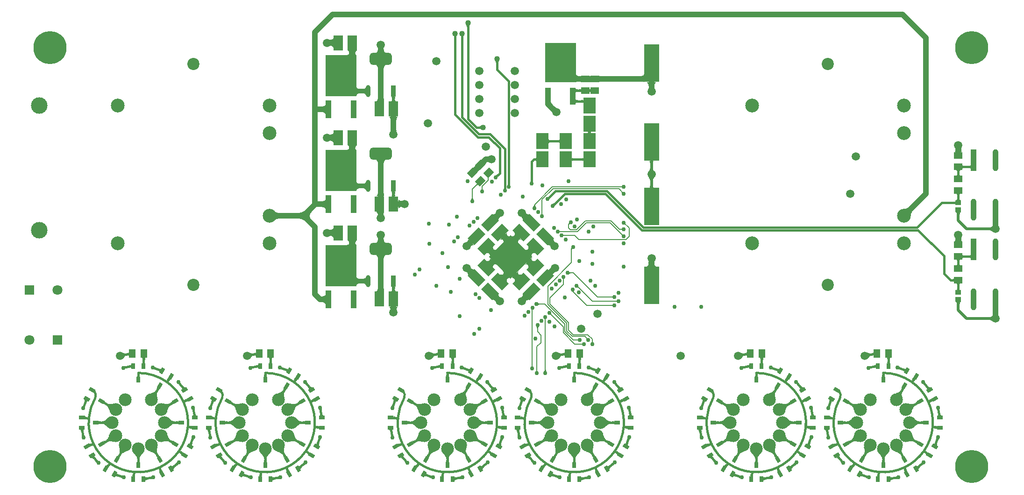
<source format=gbl>
G04*
G04 #@! TF.GenerationSoftware,Altium Limited,Altium Designer,18.0.9 (584)*
G04*
G04 Layer_Physical_Order=4*
G04 Layer_Color=16711680*
%FSLAX25Y25*%
%MOIN*%
G70*
G01*
G75*
%ADD13C,0.00787*%
%ADD60R,0.05906X0.04724*%
G04:AMPARAMS|DCode=61|XSize=59.06mil|YSize=47.24mil|CornerRadius=0mil|HoleSize=0mil|Usage=FLASHONLY|Rotation=45.000|XOffset=0mil|YOffset=0mil|HoleType=Round|Shape=Rectangle|*
%AMROTATEDRECTD61*
4,1,4,-0.00418,-0.03758,-0.03758,-0.00418,0.00418,0.03758,0.03758,0.00418,-0.00418,-0.03758,0.0*
%
%ADD61ROTATEDRECTD61*%

%ADD63C,0.05906*%
%ADD64R,0.02559X0.04331*%
%ADD65R,0.22047X0.29528*%
%ADD66R,0.04134X0.12992*%
%ADD69R,0.03937X0.03740*%
%ADD70C,0.01968*%
%ADD71C,0.03937*%
%ADD72C,0.01575*%
%ADD74P,0.30901X4X360.0*%
%ADD75C,0.08661*%
%ADD76C,0.09843*%
%ADD77C,0.09095*%
%ADD78C,0.07087*%
%ADD79R,0.07087X0.07087*%
%ADD80C,0.11811*%
%ADD81C,0.23622*%
%ADD82C,0.03000*%
%ADD83C,0.04000*%
%ADD84R,0.03543X0.08465*%
%ADD85O,0.03543X0.08465*%
G04:AMPARAMS|DCode=86|XSize=157.48mil|YSize=86.61mil|CornerRadius=21.65mil|HoleSize=0mil|Usage=FLASHONLY|Rotation=0.000|XOffset=0mil|YOffset=0mil|HoleType=Round|Shape=RoundedRectangle|*
%AMROUNDEDRECTD86*
21,1,0.15748,0.04331,0,0,0.0*
21,1,0.11417,0.08661,0,0,0.0*
1,1,0.04331,0.05709,-0.02165*
1,1,0.04331,-0.05709,-0.02165*
1,1,0.04331,-0.05709,0.02165*
1,1,0.04331,0.05709,0.02165*
%
%ADD86ROUNDEDRECTD86*%
%ADD87O,0.03937X0.15748*%
%ADD88R,0.03937X0.15748*%
G04:AMPARAMS|DCode=89|XSize=59.06mil|YSize=47.24mil|CornerRadius=0mil|HoleSize=0mil|Usage=FLASHONLY|Rotation=270.300|XOffset=0mil|YOffset=0mil|HoleType=Round|Shape=Rectangle|*
%AMROTATEDRECTD89*
4,1,4,-0.02378,0.02940,0.02347,0.02965,0.02378,-0.02940,-0.02347,-0.02965,-0.02378,0.02940,0.0*
%
%ADD89ROTATEDRECTD89*%

%ADD90R,0.22047X0.28347*%
%ADD91R,0.04134X0.12402*%
G04:AMPARAMS|DCode=92|XSize=25.59mil|YSize=43.31mil|CornerRadius=0mil|HoleSize=0mil|Usage=FLASHONLY|Rotation=150.000|XOffset=0mil|YOffset=0mil|HoleType=Round|Shape=Rectangle|*
%AMROTATEDRECTD92*
4,1,4,0.02191,0.01236,0.00025,-0.02515,-0.02191,-0.01236,-0.00025,0.02515,0.02191,0.01236,0.0*
%
%ADD92ROTATEDRECTD92*%

G04:AMPARAMS|DCode=93|XSize=25.59mil|YSize=43.31mil|CornerRadius=0mil|HoleSize=0mil|Usage=FLASHONLY|Rotation=120.000|XOffset=0mil|YOffset=0mil|HoleType=Round|Shape=Rectangle|*
%AMROTATEDRECTD93*
4,1,4,0.02515,-0.00025,-0.01236,-0.02191,-0.02515,0.00025,0.01236,0.02191,0.02515,-0.00025,0.0*
%
%ADD93ROTATEDRECTD93*%

%ADD94R,0.04331X0.02559*%
G04:AMPARAMS|DCode=95|XSize=25.59mil|YSize=43.31mil|CornerRadius=0mil|HoleSize=0mil|Usage=FLASHONLY|Rotation=60.000|XOffset=0mil|YOffset=0mil|HoleType=Round|Shape=Rectangle|*
%AMROTATEDRECTD95*
4,1,4,0.01236,-0.02191,-0.02515,-0.00025,-0.01236,0.02191,0.02515,0.00025,0.01236,-0.02191,0.0*
%
%ADD95ROTATEDRECTD95*%

G04:AMPARAMS|DCode=96|XSize=25.59mil|YSize=43.31mil|CornerRadius=0mil|HoleSize=0mil|Usage=FLASHONLY|Rotation=30.000|XOffset=0mil|YOffset=0mil|HoleType=Round|Shape=Rectangle|*
%AMROTATEDRECTD96*
4,1,4,-0.00025,-0.02515,-0.02191,0.01236,0.00025,0.02515,0.02191,-0.01236,-0.00025,-0.02515,0.0*
%
%ADD96ROTATEDRECTD96*%

%ADD97R,0.08858X0.11614*%
G04:AMPARAMS|DCode=98|XSize=110.24mil|YSize=68.9mil|CornerRadius=0mil|HoleSize=0mil|Usage=FLASHONLY|Rotation=135.000|XOffset=0mil|YOffset=0mil|HoleType=Round|Shape=Rectangle|*
%AMROTATEDRECTD98*
4,1,4,0.06333,-0.01462,0.01462,-0.06333,-0.06333,0.01462,-0.01462,0.06333,0.06333,-0.01462,0.0*
%
%ADD98ROTATEDRECTD98*%

G04:AMPARAMS|DCode=99|XSize=110.24mil|YSize=68.9mil|CornerRadius=0mil|HoleSize=0mil|Usage=FLASHONLY|Rotation=45.000|XOffset=0mil|YOffset=0mil|HoleType=Round|Shape=Rectangle|*
%AMROTATEDRECTD99*
4,1,4,-0.01462,-0.06333,-0.06333,-0.01462,0.01462,0.06333,0.06333,0.01462,-0.01462,-0.06333,0.0*
%
%ADD99ROTATEDRECTD99*%

%ADD100R,0.06890X0.11024*%
%ADD101R,0.10630X0.26969*%
%ADD102C,0.03150*%
G36*
X326973Y342936D02*
X326869Y342803D01*
X326777Y342663D01*
X326697Y342514D01*
X326630Y342357D01*
X326574Y342192D01*
X326532Y342019D01*
X326501Y341837D01*
X326483Y341648D01*
X326476Y341450D01*
X324902D01*
X324896Y341648D01*
X324877Y341837D01*
X324847Y342019D01*
X324804Y342192D01*
X324748Y342357D01*
X324681Y342514D01*
X324601Y342663D01*
X324510Y342803D01*
X324405Y342936D01*
X324289Y343060D01*
X327089D01*
X326973Y342936D01*
D02*
G37*
G36*
X229736Y326181D02*
X229697Y326555D01*
X229579Y326890D01*
X229382Y327185D01*
X229106Y327441D01*
X228752Y327657D01*
X228319Y327835D01*
X227807Y327972D01*
X227217Y328071D01*
X226547Y328130D01*
X225799Y328150D01*
Y332087D01*
X226547Y332106D01*
X227217Y332165D01*
X227807Y332264D01*
X228319Y332401D01*
X228752Y332579D01*
X229106Y332795D01*
X229382Y333051D01*
X229579Y333346D01*
X229697Y333681D01*
X229736Y334055D01*
Y326181D01*
D02*
G37*
G36*
X265560Y326631D02*
X265650D01*
X265631Y326595D01*
X265614Y326526D01*
X265599Y326423D01*
X265578Y326145D01*
X265630Y325554D01*
X265728Y324961D01*
X265866Y324448D01*
X266043Y324013D01*
X266260Y323658D01*
X266516Y323382D01*
X266811Y323184D01*
X267146Y323066D01*
X267520Y323026D01*
X259646D01*
X260020Y323066D01*
X260354Y323184D01*
X260650Y323382D01*
X260906Y323658D01*
X261122Y324013D01*
X261299Y324448D01*
X261437Y324961D01*
X261535Y325554D01*
X261559Y325818D01*
X261516Y326631D01*
X261605D01*
X261614Y326975D01*
X265551D01*
X265560Y326631D01*
D02*
G37*
G36*
X245188Y324634D02*
X245189Y324618D01*
X246641D01*
X246363Y324579D01*
X246114Y324461D01*
X245895Y324264D01*
X245704Y323988D01*
X245543Y323634D01*
X245411Y323201D01*
X245346Y322876D01*
X245348Y322862D01*
X245445Y322429D01*
X245563Y322075D01*
X245702Y321799D01*
X245862Y321602D01*
X246044Y321484D01*
X246248Y321445D01*
X245193Y321443D01*
X245192Y321429D01*
X245177Y320681D01*
X241240D01*
X241225Y321429D01*
X241225Y321436D01*
X239271Y321433D01*
X239646Y321473D01*
X239980Y321592D01*
X240275Y321789D01*
X240531Y322066D01*
X240748Y322422D01*
X240925Y322856D01*
X241011Y323175D01*
X241006Y323201D01*
X240874Y323634D01*
X240713Y323988D01*
X240523Y324264D01*
X240303Y324461D01*
X240054Y324579D01*
X239776Y324618D01*
X241219D01*
X241220Y324632D01*
X241240Y325382D01*
X245177D01*
X245188Y324634D01*
D02*
G37*
G36*
X347819Y316991D02*
X347715Y316859D01*
X347623Y316718D01*
X347543Y316569D01*
X347476Y316412D01*
X347421Y316247D01*
X347378Y316074D01*
X347347Y315892D01*
X347329Y315703D01*
X347323Y315505D01*
X345748D01*
X345742Y315703D01*
X345724Y315892D01*
X345693Y316074D01*
X345650Y316247D01*
X345595Y316412D01*
X345527Y316569D01*
X345448Y316718D01*
X345356Y316859D01*
X345252Y316991D01*
X345135Y317115D01*
X347935D01*
X347819Y316991D01*
D02*
G37*
G36*
X267146Y314336D02*
X266811Y314218D01*
X266516Y314020D01*
X266260Y313744D01*
X266043Y313388D01*
X265866Y312954D01*
X265728Y312441D01*
X265630Y311848D01*
X265571Y311177D01*
X265551Y310427D01*
X261614D01*
X261595Y311177D01*
X261535Y311848D01*
X261437Y312441D01*
X261299Y312954D01*
X261122Y313388D01*
X260906Y313744D01*
X260650Y314020D01*
X260354Y314218D01*
X260020Y314336D01*
X259646Y314376D01*
X267520D01*
X267146Y314336D01*
D02*
G37*
G36*
X457486Y313095D02*
X457494Y312979D01*
X458086D01*
X457971Y312826D01*
X457868Y312611D01*
X457777Y312333D01*
X457698Y311992D01*
X457632Y311588D01*
X457603Y311294D01*
X457632Y310853D01*
X457698Y310449D01*
X457777Y310108D01*
X457868Y309830D01*
X457971Y309615D01*
X458086Y309462D01*
X457491D01*
X457486Y309346D01*
X457480Y308629D01*
X455906D01*
X455899Y309346D01*
X455892Y309462D01*
X455300D01*
X455415Y309615D01*
X455518Y309830D01*
X455609Y310108D01*
X455688Y310449D01*
X455754Y310853D01*
X455783Y311147D01*
X455754Y311588D01*
X455688Y311992D01*
X455609Y312333D01*
X455518Y312611D01*
X455415Y312826D01*
X455300Y312979D01*
X455895D01*
X455899Y313095D01*
X455906Y313812D01*
X457480D01*
X457486Y313095D01*
D02*
G37*
G36*
X457250Y307514D02*
X456816Y307071D01*
X456354Y306545D01*
X456794Y306105D01*
X456580Y306072D01*
X456341Y305995D01*
X456076Y305873D01*
X455786Y305707D01*
X455505Y305519D01*
X455317Y305238D01*
X455150Y304947D01*
X455029Y304682D01*
X454951Y304443D01*
X454919Y304229D01*
X454468Y304680D01*
X454370Y304596D01*
X453510Y303774D01*
X452396Y304888D01*
X452830Y305331D01*
X452995Y305519D01*
X453292Y305856D01*
X452851Y306297D01*
X453065Y306329D01*
X453305Y306406D01*
X453569Y306528D01*
X453860Y306695D01*
X454141Y306883D01*
X454329Y307164D01*
X454495Y307454D01*
X454617Y307719D01*
X454694Y307958D01*
X454727Y308172D01*
X455177Y307722D01*
X455275Y307805D01*
X456136Y308628D01*
X457250Y307514D01*
D02*
G37*
G36*
X413398Y306393D02*
X414319Y306334D01*
X416327Y306299D01*
Y302362D01*
X415579Y302359D01*
X413398Y302218D01*
Y301980D01*
X413358Y302053D01*
X413240Y302118D01*
X413043Y302175D01*
X412964Y302189D01*
X412744Y302175D01*
X412547Y302118D01*
X412429Y302053D01*
X412390Y301980D01*
Y302268D01*
X411469Y302328D01*
X409461Y302362D01*
Y306299D01*
X410209Y306303D01*
X412390Y306444D01*
Y306681D01*
X412429Y306608D01*
X412547Y306543D01*
X412744Y306486D01*
X412823Y306472D01*
X413043Y306486D01*
X413240Y306543D01*
X413358Y306608D01*
X413398Y306681D01*
Y306393D01*
D02*
G37*
G36*
X398977Y308444D02*
X400665Y306961D01*
X400998Y306723D01*
X401295Y306538D01*
X401555Y306405D01*
X401780Y306326D01*
X401970Y306299D01*
X400000Y304330D01*
X399973Y304519D01*
X399894Y304744D01*
X399761Y305005D01*
X399576Y305301D01*
X399338Y305634D01*
X398702Y306406D01*
X397855Y307322D01*
X397352Y307834D01*
X398466Y308947D01*
X398977Y308444D01*
D02*
G37*
G36*
X451390Y302079D02*
X451351Y302133D01*
X451232Y302181D01*
X451036Y302223D01*
X450760Y302260D01*
X449973Y302317D01*
X447453Y302362D01*
Y306299D01*
X448203Y306319D01*
X448873Y306378D01*
X449465Y306476D01*
X449978Y306614D01*
X450413Y306791D01*
X450768Y307008D01*
X451045Y307264D01*
X451243Y307559D01*
X451362Y307894D01*
X451402Y308268D01*
X451390Y302079D01*
D02*
G37*
G36*
X419319Y306608D02*
X419437Y306543D01*
X419634Y306486D01*
X419909Y306437D01*
X420264Y306395D01*
X421208Y306334D01*
X423216Y306299D01*
Y302362D01*
X422468Y302359D01*
X419634Y302175D01*
X419437Y302118D01*
X419319Y302053D01*
X419279Y301980D01*
Y306681D01*
X419319Y306608D01*
D02*
G37*
G36*
X402772Y307894D02*
X402891Y307559D01*
X403089Y307264D01*
X403366Y307008D01*
X403721Y306791D01*
X404155Y306614D01*
X404669Y306476D01*
X405042Y306414D01*
X406154Y306486D01*
X406351Y306543D01*
X406469Y306608D01*
X406508Y306681D01*
Y306304D01*
X406681Y306299D01*
Y302362D01*
X406508Y302361D01*
Y301980D01*
X406469Y302053D01*
X406351Y302118D01*
X406154Y302175D01*
X405878Y302225D01*
X405524Y302267D01*
X405020Y302299D01*
X403098Y302175D01*
X402901Y302118D01*
X402783Y302053D01*
X402744Y301980D01*
X402743Y302359D01*
X402571Y302362D01*
Y306299D01*
X402736Y306300D01*
X402732Y308268D01*
X402772Y307894D01*
D02*
G37*
G36*
X460256Y302051D02*
X459921Y301933D01*
X459626Y301735D01*
X459370Y301459D01*
X459154Y301104D01*
X458976Y300669D01*
X458839Y300156D01*
X458740Y299564D01*
X458681Y298892D01*
X458681Y298881D01*
X458760Y297384D01*
X454626D01*
X454645Y297420D01*
X454661Y297490D01*
X454676Y297592D01*
X454700Y297899D01*
X454714Y298524D01*
X454705Y298892D01*
X454646Y299564D01*
X454547Y300156D01*
X454409Y300669D01*
X454232Y301104D01*
X454016Y301459D01*
X453760Y301735D01*
X453465Y301933D01*
X453130Y302051D01*
X452756Y302091D01*
X460630D01*
X460256Y302051D01*
D02*
G37*
G36*
X413410Y296880D02*
X413663Y296858D01*
X413964Y296850D01*
Y295276D01*
X413663Y295268D01*
X413410Y295246D01*
Y294488D01*
X413394Y294638D01*
X413346Y294772D01*
X413267Y294890D01*
X413156Y294992D01*
X413013Y295079D01*
X412894Y295127D01*
X412774Y295079D01*
X412632Y294992D01*
X412520Y294890D01*
X412441Y294772D01*
X412393Y294638D01*
X412378Y294488D01*
Y295246D01*
X412124Y295268D01*
X411823Y295276D01*
Y296850D01*
X412124Y296858D01*
X412378Y296880D01*
Y297638D01*
X412393Y297488D01*
X412441Y297354D01*
X412520Y297236D01*
X412632Y297134D01*
X412774Y297047D01*
X412894Y296999D01*
X413013Y297047D01*
X413156Y297134D01*
X413267Y297236D01*
X413346Y297354D01*
X413394Y297488D01*
X413410Y297638D01*
Y296880D01*
D02*
G37*
G36*
X406520Y294488D02*
X406504Y294638D01*
X406457Y294772D01*
X406377Y294890D01*
X406266Y294992D01*
X406123Y295079D01*
X405949Y295150D01*
X405743Y295205D01*
X405505Y295244D01*
X405235Y295268D01*
X404933Y295276D01*
Y296850D01*
X405235Y296858D01*
X405505Y296882D01*
X405743Y296921D01*
X405949Y296976D01*
X406123Y297047D01*
X406266Y297134D01*
X406377Y297236D01*
X406457Y297354D01*
X406504Y297488D01*
X406520Y297638D01*
Y294488D01*
D02*
G37*
G36*
X402649Y297488D02*
X402697Y297354D01*
X402776Y297236D01*
X402887Y297134D01*
X403030Y297047D01*
X403205Y296976D01*
X403411Y296921D01*
X403649Y296882D01*
X403919Y296858D01*
X404220Y296850D01*
Y295276D01*
X403919Y295268D01*
X403649Y295244D01*
X403411Y295205D01*
X403205Y295150D01*
X403030Y295079D01*
X402887Y294992D01*
X402776Y294890D01*
X402697Y294772D01*
X402649Y294638D01*
X402633Y294488D01*
Y297638D01*
X402649Y297488D01*
D02*
G37*
G36*
X252919Y292525D02*
X252886Y292823D01*
X252787Y293090D01*
X252621Y293325D01*
X252389Y293529D01*
X252090Y293702D01*
X251726Y293844D01*
X251294Y293953D01*
X250797Y294032D01*
X250233Y294079D01*
X249603Y294095D01*
Y297244D01*
X250233Y297260D01*
X250797Y297307D01*
X251294Y297386D01*
X251726Y297496D01*
X252090Y297637D01*
X252389Y297810D01*
X252621Y298014D01*
X252787Y298249D01*
X252886Y298516D01*
X252919Y298815D01*
X252919Y292525D01*
D02*
G37*
G36*
X246268Y298520D02*
X246362Y298252D01*
X246520Y298016D01*
X246742Y297811D01*
X247026Y297638D01*
X247374Y297496D01*
X247785Y297386D01*
X248259Y297307D01*
X248797Y297260D01*
X249398Y297244D01*
Y294095D01*
X248797Y294079D01*
X248259Y294032D01*
X247785Y293953D01*
X247374Y293843D01*
X247026Y293701D01*
X246742Y293528D01*
X246520Y293323D01*
X246362Y293087D01*
X246268Y292819D01*
X246236Y292520D01*
Y298819D01*
X246268Y298520D01*
D02*
G37*
G36*
X265556Y291563D02*
X265724Y289004D01*
X265786Y288728D01*
X265858Y288531D01*
X265940Y288413D01*
X266031Y288374D01*
X259646Y288362D01*
X260020Y288402D01*
X260354Y288521D01*
X260650Y288719D01*
X260906Y288995D01*
X261122Y289351D01*
X261299Y289785D01*
X261437Y290298D01*
X261535Y290890D01*
X261595Y291561D01*
X261614Y292311D01*
X265551D01*
X265556Y291563D01*
D02*
G37*
G36*
X407997Y286811D02*
X407981Y286961D01*
X407933Y287094D01*
X407854Y287213D01*
X407743Y287315D01*
X407600Y287402D01*
X407425Y287472D01*
X407219Y287528D01*
X406981Y287567D01*
X406711Y287591D01*
X406410Y287598D01*
Y289173D01*
X406711Y289181D01*
X406981Y289205D01*
X407219Y289244D01*
X407425Y289299D01*
X407600Y289370D01*
X407743Y289457D01*
X407854Y289559D01*
X407933Y289677D01*
X407981Y289811D01*
X407997Y289961D01*
Y286811D01*
D02*
G37*
G36*
X402649Y289811D02*
X402697Y289677D01*
X402776Y289559D01*
X402887Y289457D01*
X403030Y289370D01*
X403205Y289299D01*
X403411Y289244D01*
X403649Y289205D01*
X403919Y289181D01*
X404220Y289173D01*
Y287598D01*
X403919Y287591D01*
X403649Y287567D01*
X403411Y287528D01*
X403205Y287472D01*
X403030Y287402D01*
X402887Y287315D01*
X402776Y287213D01*
X402697Y287094D01*
X402649Y286961D01*
X402633Y286811D01*
Y289961D01*
X402649Y289811D01*
D02*
G37*
G36*
X274250Y291429D02*
X274118Y291371D01*
X274002Y291272D01*
X273901Y291134D01*
X273816Y290957D01*
X273746Y290741D01*
X273692Y290485D01*
X273653Y290189D01*
X273635Y289930D01*
X273661Y289629D01*
X273710Y289332D01*
X273779Y289075D01*
X273868Y288857D01*
X273976Y288679D01*
X274104Y288540D01*
X274252Y288441D01*
X274419Y288382D01*
X274606Y288362D01*
X273623D01*
X273626Y287782D01*
X273822Y284820D01*
X273883Y284566D01*
X273953Y284381D01*
X274030Y284265D01*
X271245D01*
X271322Y284381D01*
X271392Y284566D01*
X271453Y284820D01*
X271506Y285142D01*
X271588Y285992D01*
X271649Y287782D01*
X271653Y288362D01*
X270669D01*
X270856Y288382D01*
X271024Y288441D01*
X271171Y288540D01*
X271299Y288679D01*
X271407Y288857D01*
X271496Y289075D01*
X271565Y289332D01*
X271614Y289629D01*
X271639Y289918D01*
X271584Y290485D01*
X271529Y290741D01*
X271460Y290957D01*
X271374Y291134D01*
X271273Y291272D01*
X271157Y291371D01*
X271025Y291429D01*
X270878Y291449D01*
X274397D01*
X274250Y291429D01*
D02*
G37*
G36*
X384703Y289628D02*
X384589Y289268D01*
X384586Y288853D01*
X384697Y288381D01*
X384919Y287852D01*
X385253Y287267D01*
X385700Y286626D01*
X386259Y285928D01*
X387514Y284576D01*
X388750Y283464D01*
X385827Y280541D01*
X385815Y280580D01*
X385777Y280641D01*
X385715Y280724D01*
X385515Y280957D01*
X384816Y281690D01*
X384579Y281929D01*
X384584Y281934D01*
X380819Y285937D01*
X384929Y289930D01*
X384703Y289628D01*
D02*
G37*
G36*
X224217Y278740D02*
X224178Y279114D01*
X224059Y279449D01*
X223862Y279744D01*
X223585Y280000D01*
X223230Y280217D01*
X222795Y280394D01*
X222282Y280532D01*
X221690Y280630D01*
X221018Y280689D01*
X220268Y280709D01*
Y284646D01*
X221018Y284665D01*
X221690Y284724D01*
X222282Y284823D01*
X222795Y284961D01*
X223230Y285138D01*
X223585Y285354D01*
X223862Y285610D01*
X224059Y285906D01*
X224178Y286240D01*
X224217Y286614D01*
Y278740D01*
D02*
G37*
G36*
X275792Y277335D02*
X275543Y277217D01*
X275324Y277020D01*
X275133Y276744D01*
X274972Y276390D01*
X274840Y275957D01*
X274738Y275445D01*
X274665Y274854D01*
X274621Y274185D01*
X274606Y273437D01*
X270669D01*
X270655Y274185D01*
X270537Y275445D01*
X270435Y275957D01*
X270303Y276390D01*
X270142Y276744D01*
X269952Y277020D01*
X269732Y277217D01*
X269483Y277335D01*
X269205Y277374D01*
X276071D01*
X275792Y277335D01*
D02*
G37*
G36*
X335107Y268285D02*
X334983Y268401D01*
X334851Y268506D01*
X334710Y268598D01*
X334561Y268677D01*
X334404Y268744D01*
X334239Y268800D01*
X334066Y268843D01*
X333885Y268873D01*
X333695Y268892D01*
X333497Y268898D01*
Y270472D01*
X333695Y270479D01*
X333885Y270497D01*
X334066Y270528D01*
X334239Y270570D01*
X334404Y270626D01*
X334561Y270693D01*
X334710Y270773D01*
X334851Y270865D01*
X334983Y270969D01*
X335107Y271085D01*
Y268285D01*
D02*
G37*
G36*
X274705Y266873D02*
X270571Y266872D01*
X270589Y266908D01*
X270606Y266978D01*
X270621Y267081D01*
X270644Y267387D01*
X270668Y268399D01*
X270669Y268736D01*
X274606Y268736D01*
X274705Y266873D01*
D02*
G37*
G36*
X413197Y266911D02*
X413220Y266646D01*
X413976D01*
X413827Y266630D01*
X413693Y266583D01*
X413575Y266504D01*
X413472Y266394D01*
X413386Y266252D01*
X413339Y266138D01*
X413386Y266022D01*
X413472Y265879D01*
X413575Y265768D01*
X413693Y265689D01*
X413827Y265641D01*
X413976Y265626D01*
X413219D01*
X413197Y265370D01*
X413189Y265071D01*
X411614D01*
X411606Y265370D01*
X411584Y265626D01*
X410827D01*
X410976Y265641D01*
X411110Y265689D01*
X411228Y265768D01*
X411331Y265879D01*
X411417Y266022D01*
X411464Y266138D01*
X411417Y266252D01*
X411331Y266394D01*
X411228Y266504D01*
X411110Y266583D01*
X410976Y266630D01*
X410827Y266646D01*
X411583D01*
X411606Y266911D01*
X411614Y267212D01*
X413189D01*
X413197Y266911D01*
D02*
G37*
G36*
X229736Y258465D02*
X229697Y258839D01*
X229579Y259173D01*
X229382Y259468D01*
X229106Y259724D01*
X228752Y259941D01*
X228319Y260118D01*
X227807Y260256D01*
X227217Y260354D01*
X226547Y260413D01*
X225799Y260433D01*
Y264370D01*
X226547Y264390D01*
X227217Y264449D01*
X227807Y264547D01*
X228319Y264685D01*
X228752Y264862D01*
X229106Y265079D01*
X229382Y265335D01*
X229579Y265630D01*
X229697Y265965D01*
X229736Y266338D01*
Y258465D01*
D02*
G37*
G36*
X391264Y258268D02*
X391248Y258417D01*
X391201Y258551D01*
X391121Y258669D01*
X391010Y258772D01*
X390867Y258858D01*
X390693Y258929D01*
X390487Y258984D01*
X390249Y259024D01*
X389979Y259047D01*
X389677Y259055D01*
Y260630D01*
X389979Y260638D01*
X390249Y260661D01*
X390487Y260701D01*
X390693Y260756D01*
X390867Y260827D01*
X391010Y260913D01*
X391121Y261016D01*
X391201Y261134D01*
X391248Y261268D01*
X391264Y261417D01*
Y258268D01*
D02*
G37*
G36*
X383358Y261268D02*
X383405Y261134D01*
X383485Y261016D01*
X383596Y260913D01*
X383739Y260827D01*
X383913Y260756D01*
X384120Y260701D01*
X384358Y260661D01*
X384627Y260638D01*
X384929Y260630D01*
Y259055D01*
X384627Y259047D01*
X384358Y259024D01*
X384120Y258984D01*
X383913Y258929D01*
X383739Y258858D01*
X383596Y258772D01*
X383485Y258669D01*
X383405Y258551D01*
X383358Y258417D01*
X383342Y258268D01*
Y261417D01*
X383358Y261268D01*
D02*
G37*
G36*
X245188Y256917D02*
X245189Y256902D01*
X246641D01*
X246363Y256862D01*
X246114Y256744D01*
X245895Y256547D01*
X245704Y256272D01*
X245543Y255917D01*
X245411Y255484D01*
X245346Y255159D01*
X245348Y255145D01*
X245445Y254712D01*
X245563Y254358D01*
X245702Y254082D01*
X245862Y253886D01*
X246044Y253767D01*
X246248Y253728D01*
X245193Y253726D01*
X245192Y253713D01*
X245177Y252965D01*
X241240D01*
X241225Y253713D01*
X241225Y253719D01*
X239271Y253716D01*
X239646Y253756D01*
X239980Y253875D01*
X240275Y254073D01*
X240531Y254349D01*
X240748Y254705D01*
X240925Y255139D01*
X241011Y255459D01*
X241006Y255484D01*
X240874Y255917D01*
X240713Y256272D01*
X240522Y256547D01*
X240303Y256744D01*
X240054Y256862D01*
X239776Y256902D01*
X241219D01*
X241220Y256915D01*
X241240Y257665D01*
X245177D01*
X245188Y256917D01*
D02*
G37*
G36*
X677644Y255364D02*
X677692Y254781D01*
X677732D01*
X677714Y254745D01*
X677699Y254686D01*
X677789Y253593D01*
X677877Y253160D01*
X677984Y252805D01*
X678110Y252530D01*
X678256Y252333D01*
X678421Y252215D01*
X678606Y252175D01*
X672725D01*
X672909Y252215D01*
X673075Y252333D01*
X673220Y252530D01*
X673347Y252805D01*
X673454Y253160D01*
X673541Y253593D01*
X673609Y254104D01*
X673623Y254321D01*
X673598Y254781D01*
X673651D01*
X673687Y255364D01*
X673697Y256112D01*
X677634D01*
X677644Y255364D01*
D02*
G37*
G36*
X340034Y245655D02*
X339678Y245294D01*
X338686Y244172D01*
X338546Y243973D01*
X338449Y243806D01*
X338395Y243671D01*
X338384Y243568D01*
X338417Y243498D01*
X335093Y246822D01*
X335163Y246789D01*
X335265Y246800D01*
X335400Y246854D01*
X335568Y246951D01*
X335767Y247091D01*
X335999Y247274D01*
X336560Y247771D01*
X337250Y248439D01*
X340034Y245655D01*
D02*
G37*
G36*
X407996Y245275D02*
X407980Y245425D01*
X407933Y245559D01*
X407854Y245677D01*
X407743Y245779D01*
X407600Y245866D01*
X407425Y245937D01*
X407219Y245992D01*
X406981Y246031D01*
X406711Y246055D01*
X406410Y246063D01*
Y247638D01*
X406711Y247646D01*
X406981Y247669D01*
X407219Y247709D01*
X407425Y247764D01*
X407600Y247835D01*
X407743Y247921D01*
X407854Y248024D01*
X407933Y248142D01*
X407980Y248275D01*
X407996Y248425D01*
Y245275D01*
D02*
G37*
G36*
X400090Y248275D02*
X400138Y248142D01*
X400217Y248024D01*
X400328Y247921D01*
X400471Y247835D01*
X400646Y247764D01*
X400852Y247709D01*
X401090Y247669D01*
X401360Y247646D01*
X401661Y247638D01*
Y246063D01*
X401360Y246055D01*
X401090Y246031D01*
X400852Y245992D01*
X400646Y245937D01*
X400471Y245866D01*
X400328Y245779D01*
X400217Y245677D01*
X400138Y245559D01*
X400090Y245425D01*
X400074Y245275D01*
Y248425D01*
X400090Y248275D01*
D02*
G37*
G36*
X374532Y245275D02*
X374516Y245425D01*
X374468Y245559D01*
X374389Y245677D01*
X374278Y245779D01*
X374135Y245866D01*
X373961Y245937D01*
X373754Y245992D01*
X373516Y246031D01*
X373247Y246055D01*
X372945Y246063D01*
Y247638D01*
X373247Y247646D01*
X373516Y247669D01*
X373754Y247709D01*
X373961Y247764D01*
X374135Y247835D01*
X374278Y247921D01*
X374389Y248024D01*
X374468Y248142D01*
X374516Y248275D01*
X374532Y248425D01*
Y245275D01*
D02*
G37*
G36*
X458474Y245772D02*
X458307Y245712D01*
X458159Y245614D01*
X458032Y245475D01*
X457923Y245297D01*
X457835Y245079D01*
X457766Y244821D01*
X457717Y244524D01*
X457687Y244187D01*
X457677Y243811D01*
X455709D01*
X455699Y244187D01*
X455669Y244524D01*
X455620Y244821D01*
X455551Y245079D01*
X455463Y245297D01*
X455354Y245475D01*
X455227Y245614D01*
X455079Y245712D01*
X454912Y245772D01*
X454725Y245792D01*
X458662D01*
X458474Y245772D01*
D02*
G37*
G36*
X267146Y246620D02*
X266811Y246501D01*
X266516Y246304D01*
X266260Y246027D01*
X266043Y245672D01*
X265866Y245237D01*
X265728Y244724D01*
X265630Y244132D01*
X265571Y243460D01*
X265551Y242710D01*
X261614D01*
X261594Y243460D01*
X261535Y244132D01*
X261437Y244724D01*
X261299Y245237D01*
X261122Y245672D01*
X260906Y246027D01*
X260649Y246304D01*
X260354Y246501D01*
X260020Y246620D01*
X259646Y246659D01*
X267520D01*
X267146Y246620D01*
D02*
G37*
G36*
X335025Y240646D02*
X334499Y240115D01*
X334023Y239574D01*
X334258Y239339D01*
X334179Y239363D01*
X334049Y239325D01*
X333870Y239226D01*
X333640Y239067D01*
X333439Y238909D01*
X332624Y237981D01*
X332525Y237801D01*
X332488Y237672D01*
X332511Y237593D01*
X332259Y237845D01*
X331204Y236825D01*
X328420Y239609D01*
X328946Y240141D01*
X329422Y240682D01*
X329187Y240916D01*
X329267Y240893D01*
X329396Y240931D01*
X329576Y241029D01*
X329806Y241189D01*
X330006Y241347D01*
X330821Y242275D01*
X330920Y242455D01*
X330958Y242584D01*
X330934Y242663D01*
X331186Y242411D01*
X332241Y243430D01*
X335025Y240646D01*
D02*
G37*
G36*
X684536Y239983D02*
X684520Y240132D01*
X684473Y240266D01*
X684394Y240384D01*
X684284Y240487D01*
X684142Y240573D01*
X683969Y240644D01*
X683764Y240699D01*
X683528Y240739D01*
X683260Y240762D01*
X682961Y240770D01*
Y242345D01*
X683260Y242353D01*
X683528Y242376D01*
X683764Y242416D01*
X683969Y242471D01*
X684142Y242542D01*
X684284Y242628D01*
X684394Y242731D01*
X684473Y242849D01*
X684520Y242983D01*
X684536Y243132D01*
Y239983D01*
D02*
G37*
G36*
X678610Y242983D02*
X678658Y242849D01*
X678737Y242731D01*
X678848Y242628D01*
X678991Y242542D01*
X679165Y242471D01*
X679372Y242416D01*
X679610Y242376D01*
X679879Y242353D01*
X680181Y242345D01*
Y240770D01*
X679879Y240762D01*
X679610Y240739D01*
X679372Y240699D01*
X679165Y240644D01*
X678991Y240573D01*
X678848Y240487D01*
X678737Y240384D01*
X678658Y240266D01*
X678610Y240132D01*
X678594Y239983D01*
Y243132D01*
X678610Y242983D01*
D02*
G37*
G36*
X457688Y240502D02*
X457721Y240235D01*
X457775Y239974D01*
X457851Y239719D01*
X457948Y239471D01*
X458067Y239230D01*
X458208Y238995D01*
X458370Y238767D01*
X458554Y238545D01*
X458760Y238329D01*
X454626D01*
X454832Y238545D01*
X455016Y238767D01*
X455178Y238995D01*
X455319Y239230D01*
X455438Y239471D01*
X455536Y239719D01*
X455611Y239974D01*
X455665Y240235D01*
X455698Y240502D01*
X455709Y240776D01*
X457677D01*
X457688Y240502D01*
D02*
G37*
G36*
X677091Y239192D02*
X676957Y239144D01*
X676839Y239066D01*
X676736Y238955D01*
X676650Y238814D01*
X676579Y238640D01*
X676524Y238436D01*
X676484Y238199D01*
X676461Y237932D01*
X676453Y237632D01*
X674878D01*
X674870Y237932D01*
X674847Y238199D01*
X674807Y238436D01*
X674752Y238640D01*
X674681Y238814D01*
X674594Y238955D01*
X674492Y239066D01*
X674374Y239144D01*
X674240Y239192D01*
X674091Y239207D01*
X677240D01*
X677091Y239192D01*
D02*
G37*
G36*
X676461Y236522D02*
X676484Y236254D01*
X676524Y236018D01*
X676579Y235813D01*
X676650Y235640D01*
X676736Y235498D01*
X676839Y235388D01*
X676957Y235309D01*
X677091Y235262D01*
X677240Y235246D01*
X674091D01*
X674240Y235262D01*
X674374Y235309D01*
X674492Y235388D01*
X674594Y235498D01*
X674681Y235640D01*
X674752Y235813D01*
X674807Y236018D01*
X674847Y236254D01*
X674870Y236522D01*
X674878Y236821D01*
X676453D01*
X676461Y236522D01*
D02*
G37*
G36*
X347539Y235126D02*
X347426Y235008D01*
X347240Y234786D01*
X347167Y234681D01*
X347108Y234581D01*
X347063Y234485D01*
X347030Y234394D01*
X347012Y234306D01*
X347006Y234223D01*
X347014Y234145D01*
X345284Y235335D01*
X345345Y235350D01*
X345412Y235377D01*
X345485Y235415D01*
X345565Y235464D01*
X345651Y235525D01*
X345843Y235679D01*
X346061Y235877D01*
X346179Y235994D01*
X347539Y235126D01*
D02*
G37*
G36*
X458554Y233896D02*
X458370Y233674D01*
X458208Y233446D01*
X458067Y233211D01*
X457948Y232969D01*
X457851Y232721D01*
X457775Y232467D01*
X457721Y232206D01*
X457688Y231939D01*
X457677Y231665D01*
X455709D01*
X455698Y231939D01*
X455665Y232206D01*
X455611Y232467D01*
X455536Y232721D01*
X455438Y232969D01*
X455319Y233211D01*
X455178Y233446D01*
X455016Y233674D01*
X454832Y233896D01*
X454626Y234112D01*
X458760D01*
X458554Y233896D01*
D02*
G37*
G36*
X372023Y231694D02*
X372044Y231402D01*
X372062Y231274D01*
X372086Y231157D01*
X372115Y231052D01*
X372149Y230960D01*
X372188Y230878D01*
X372233Y230809D01*
X372283Y230752D01*
X370183D01*
X370233Y230809D01*
X370277Y230878D01*
X370317Y230960D01*
X370351Y231052D01*
X370380Y231157D01*
X370404Y231274D01*
X370422Y231402D01*
X370443Y231694D01*
X370445Y231857D01*
X372020D01*
X372023Y231694D01*
D02*
G37*
G36*
X333102Y228701D02*
X333043Y228748D01*
X332979Y228779D01*
X332909Y228792D01*
X332833Y228789D01*
X332752Y228769D01*
X332664Y228732D01*
X332572Y228678D01*
X332473Y228607D01*
X332368Y228519D01*
X332258Y228414D01*
X331701Y228971D01*
X331806Y229081D01*
X331894Y229186D01*
X331965Y229284D01*
X332019Y229377D01*
X332056Y229465D01*
X332076Y229546D01*
X332079Y229622D01*
X332066Y229692D01*
X332035Y229756D01*
X331988Y229815D01*
X333102Y228701D01*
D02*
G37*
G36*
X457687Y228253D02*
X457717Y227917D01*
X457766Y227620D01*
X457835Y227362D01*
X457923Y227144D01*
X458032Y226966D01*
X458159Y226828D01*
X458307Y226728D01*
X458474Y226669D01*
X458662Y226649D01*
X454725D01*
X454912Y226669D01*
X455079Y226728D01*
X455227Y226828D01*
X455354Y226966D01*
X455463Y227144D01*
X455551Y227362D01*
X455620Y227620D01*
X455669Y227917D01*
X455699Y228253D01*
X455709Y228630D01*
X457677D01*
X457687Y228253D01*
D02*
G37*
G36*
X252919Y224808D02*
X252886Y225106D01*
X252787Y225373D01*
X252621Y225609D01*
X252389Y225813D01*
X252090Y225986D01*
X251725Y226127D01*
X251294Y226237D01*
X250797Y226315D01*
X250233Y226362D01*
X249603Y226378D01*
Y229528D01*
X250233Y229543D01*
X250797Y229591D01*
X251294Y229669D01*
X251726Y229779D01*
X252090Y229920D01*
X252389Y230093D01*
X252621Y230297D01*
X252787Y230533D01*
X252886Y230800D01*
X252919Y231098D01*
X252919Y224808D01*
D02*
G37*
G36*
X246267Y230803D02*
X246362Y230536D01*
X246520Y230299D01*
X246742Y230095D01*
X247026Y229922D01*
X247374Y229780D01*
X247785Y229669D01*
X248259Y229591D01*
X248797Y229543D01*
X249397Y229528D01*
Y226378D01*
X248797Y226362D01*
X248259Y226315D01*
X247785Y226236D01*
X247374Y226126D01*
X247026Y225985D01*
X246742Y225811D01*
X246520Y225606D01*
X246362Y225370D01*
X246267Y225103D01*
X246236Y224803D01*
Y231103D01*
X246267Y230803D01*
D02*
G37*
G36*
X677091Y222274D02*
X676957Y222227D01*
X676839Y222147D01*
X676736Y222036D01*
X676650Y221893D01*
X676579Y221719D01*
X676524Y221513D01*
X676484Y221275D01*
X676461Y221005D01*
X676453Y220703D01*
X674878D01*
X674870Y221005D01*
X674847Y221275D01*
X674807Y221513D01*
X674752Y221719D01*
X674681Y221893D01*
X674594Y222036D01*
X674492Y222147D01*
X674374Y222227D01*
X674240Y222274D01*
X674091Y222290D01*
X677240D01*
X677091Y222274D01*
D02*
G37*
G36*
X265556Y223846D02*
X265724Y221287D01*
X265786Y221012D01*
X265858Y220815D01*
X265940Y220697D01*
X266031Y220657D01*
X259646Y220645D01*
X260020Y220685D01*
X260354Y220804D01*
X260649Y221002D01*
X260906Y221279D01*
X261122Y221634D01*
X261299Y222069D01*
X261437Y222582D01*
X261535Y223174D01*
X261594Y223845D01*
X261614Y224594D01*
X265551D01*
X265556Y223846D01*
D02*
G37*
G36*
X329239Y219374D02*
X329259Y219248D01*
X329292Y219121D01*
X329338Y218993D01*
X329397Y218866D01*
X329469Y218738D01*
X329554Y218610D01*
X329653Y218482D01*
X329764Y218354D01*
X329889Y218225D01*
X327789D01*
X327914Y218354D01*
X328025Y218482D01*
X328124Y218610D01*
X328209Y218738D01*
X328281Y218866D01*
X328340Y218993D01*
X328386Y219121D01*
X328419Y219248D01*
X328439Y219374D01*
X328445Y219501D01*
X329233D01*
X329239Y219374D01*
D02*
G37*
G36*
X676461Y219101D02*
X676484Y218833D01*
X676524Y218597D01*
X676579Y218392D01*
X676650Y218219D01*
X676736Y218077D01*
X676839Y217967D01*
X676957Y217888D01*
X677091Y217841D01*
X677240Y217825D01*
X674091D01*
X674240Y217841D01*
X674374Y217888D01*
X674492Y217967D01*
X674594Y218077D01*
X674681Y218219D01*
X674752Y218392D01*
X674807Y218597D01*
X674847Y218833D01*
X674870Y219101D01*
X674878Y219400D01*
X676453D01*
X676461Y219101D01*
D02*
G37*
G36*
X274250Y223713D02*
X274118Y223654D01*
X274002Y223555D01*
X273901Y223418D01*
X273816Y223240D01*
X273746Y223024D01*
X273692Y222768D01*
X273653Y222473D01*
X273635Y222214D01*
X273661Y221913D01*
X273710Y221616D01*
X273779Y221358D01*
X273868Y221140D01*
X273976Y220962D01*
X274104Y220824D01*
X274252Y220724D01*
X274419Y220665D01*
X274606Y220645D01*
X273623D01*
X273626Y220065D01*
X273822Y217103D01*
X273883Y216849D01*
X273953Y216665D01*
X274030Y216549D01*
X271245D01*
X271322Y216665D01*
X271392Y216849D01*
X271453Y217103D01*
X271506Y217425D01*
X271588Y218275D01*
X271649Y220065D01*
X271653Y220645D01*
X270669D01*
X270856Y220665D01*
X271024Y220724D01*
X271171Y220824D01*
X271299Y220962D01*
X271407Y221140D01*
X271496Y221358D01*
X271565Y221616D01*
X271614Y221913D01*
X271639Y222202D01*
X271584Y222768D01*
X271529Y223024D01*
X271460Y223240D01*
X271374Y223418D01*
X271273Y223555D01*
X271157Y223654D01*
X271025Y223713D01*
X270878Y223733D01*
X274397D01*
X274250Y223713D01*
D02*
G37*
G36*
X388365Y214758D02*
X388251Y214640D01*
X388059Y214419D01*
X387981Y214315D01*
X387916Y214216D01*
X387862Y214122D01*
X387821Y214032D01*
X387791Y213947D01*
X387774Y213866D01*
X387769Y213790D01*
X386284Y215275D01*
X386360Y215280D01*
X386440Y215298D01*
X386525Y215327D01*
X386615Y215369D01*
X386709Y215422D01*
X386808Y215488D01*
X386912Y215566D01*
X387133Y215757D01*
X387251Y215871D01*
X388365Y214758D01*
D02*
G37*
G36*
X373756Y214314D02*
X373762Y214194D01*
X373779Y214071D01*
X373807Y213944D01*
X373847Y213812D01*
X373898Y213677D01*
X373960Y213537D01*
X374033Y213393D01*
X374214Y213093D01*
X374322Y212936D01*
X372254Y213301D01*
X372390Y213401D01*
X372511Y213504D01*
X372618Y213611D01*
X372711Y213721D01*
X372790Y213836D01*
X372854Y213953D01*
X372904Y214074D01*
X372940Y214198D01*
X372961Y214327D01*
X372969Y214458D01*
X373756Y214314D01*
D02*
G37*
G36*
X276110Y218721D02*
X276228Y218386D01*
X276425Y218091D01*
X276700Y217835D01*
X277055Y217618D01*
X277488Y217441D01*
X278000Y217303D01*
X278590Y217205D01*
X279259Y217146D01*
X280008Y217126D01*
Y213189D01*
X279259Y213169D01*
X278590Y213110D01*
X278000Y213012D01*
X277488Y212874D01*
X277055Y212697D01*
X276700Y212480D01*
X276425Y212224D01*
X276228Y211929D01*
X276110Y211595D01*
X276071Y211221D01*
Y219094D01*
X276110Y218721D01*
D02*
G37*
G36*
X224217Y211023D02*
X224177Y211398D01*
X224059Y211732D01*
X223862Y212028D01*
X223585Y212283D01*
X223230Y212500D01*
X222795Y212677D01*
X222282Y212815D01*
X221690Y212913D01*
X221018Y212972D01*
X220268Y212992D01*
Y216929D01*
X221018Y216949D01*
X221690Y217008D01*
X222282Y217106D01*
X222795Y217244D01*
X223230Y217421D01*
X223585Y217638D01*
X223862Y217894D01*
X224059Y218189D01*
X224177Y218524D01*
X224217Y218898D01*
Y211023D01*
D02*
G37*
G36*
X346826Y209728D02*
X349609Y206944D01*
X349091Y206405D01*
X348423Y205601D01*
X348430Y205594D01*
X348414Y205589D01*
X348283Y205432D01*
X347993Y204997D01*
X347780Y204598D01*
X347644Y204233D01*
X347583Y203904D01*
X347600Y203609D01*
X347692Y203350D01*
X347861Y203125D01*
X343006Y207980D01*
X343231Y207811D01*
X343374Y207760D01*
X343490Y207718D01*
X343785Y207702D01*
X344114Y207763D01*
X344479Y207899D01*
X344878Y208112D01*
X345312Y208402D01*
X345782Y208768D01*
X346286Y209210D01*
X346826Y209728D01*
X346826Y209728D01*
D02*
G37*
G36*
X677437Y209168D02*
X677272Y209109D01*
X677126Y209010D01*
X677000Y208873D01*
X676893Y208696D01*
X676805Y208479D01*
X676737Y208223D01*
X676688Y207928D01*
X676659Y207593D01*
X676650Y207219D01*
X674681D01*
X674671Y207593D01*
X674642Y207928D01*
X674594Y208223D01*
X674526Y208479D01*
X674438Y208696D01*
X674331Y208873D01*
X674205Y209010D01*
X674059Y209109D01*
X673894Y209168D01*
X673709Y209188D01*
X677622D01*
X677437Y209168D01*
D02*
G37*
G36*
X643480Y210578D02*
X643144Y210222D01*
X642844Y209859D01*
X642580Y209490D01*
X642351Y209116D01*
X642159Y208735D01*
X642002Y208348D01*
X641881Y207956D01*
X641795Y207557D01*
X641746Y207153D01*
X641732Y206742D01*
X636860Y211614D01*
X637271Y211628D01*
X637675Y211677D01*
X638074Y211763D01*
X638466Y211884D01*
X638853Y212041D01*
X639233Y212233D01*
X639608Y212462D01*
X639977Y212726D01*
X640340Y213026D01*
X640696Y213362D01*
X643480Y210578D01*
D02*
G37*
G36*
X266031Y209658D02*
X265940Y209618D01*
X265858Y209500D01*
X265786Y209303D01*
X265724Y209028D01*
X265671Y208673D01*
X265612Y207943D01*
X265650Y207227D01*
X265584D01*
X265551Y205721D01*
X261614D01*
X261595Y206470D01*
X261535Y207141D01*
X261521Y207227D01*
X261516D01*
X261520Y207235D01*
X261437Y207733D01*
X261299Y208246D01*
X261122Y208681D01*
X260906Y209036D01*
X260650Y209313D01*
X260354Y209510D01*
X260020Y209629D01*
X259646Y209670D01*
X266031Y209658D01*
D02*
G37*
G36*
X187870Y209857D02*
X188191Y209606D01*
X188533Y209385D01*
X188896Y209193D01*
X189280Y209031D01*
X189686Y208898D01*
X190112Y208794D01*
X190560Y208720D01*
X191028Y208676D01*
X191518Y208662D01*
X191518Y204725D01*
X191028Y204710D01*
X190560Y204665D01*
X190112Y204592D01*
X189686Y204488D01*
X189280Y204355D01*
X188896Y204193D01*
X188533Y204001D01*
X188191Y203780D01*
X187870Y203529D01*
X187570Y203248D01*
X187569Y210138D01*
X187870Y209857D01*
D02*
G37*
G36*
X366312Y209210D02*
X367117Y208542D01*
X367124Y208549D01*
X367128Y208533D01*
X367286Y208402D01*
X367720Y208112D01*
X368120Y207899D01*
X368484Y207763D01*
X368814Y207702D01*
X369108Y207718D01*
X369368Y207811D01*
X369592Y207980D01*
X364737Y203125D01*
X364906Y203350D01*
X364999Y203609D01*
X365015Y203904D01*
X364955Y204233D01*
X364818Y204598D01*
X364605Y204997D01*
X364316Y205432D01*
X363950Y205901D01*
X363508Y206405D01*
X362989Y206944D01*
X365773Y209728D01*
X366312Y209210D01*
D02*
G37*
G36*
X214229Y209477D02*
X213728Y208920D01*
X213338Y208363D01*
X213060Y207806D01*
X212893Y207250D01*
X212837Y206693D01*
X212893Y206136D01*
X213060Y205579D01*
X213338Y205023D01*
X213728Y204466D01*
X214229Y203909D01*
X210630Y201941D01*
X210062Y202469D01*
X209470Y202943D01*
X208856Y203360D01*
X208218Y203722D01*
X207558Y204029D01*
X206874Y204279D01*
X206168Y204474D01*
X205438Y204613D01*
X204685Y204697D01*
X203909Y204725D01*
Y208662D01*
X204685Y208689D01*
X205438Y208773D01*
X206168Y208912D01*
X206874Y209107D01*
X207558Y209358D01*
X208218Y209664D01*
X208856Y210026D01*
X209470Y210443D01*
X210062Y210916D01*
X210630Y211445D01*
X214229Y209477D01*
D02*
G37*
G36*
X398540Y200439D02*
X398493Y200452D01*
X398442Y200455D01*
X398388Y200448D01*
X398331Y200431D01*
X398270Y200405D01*
X398206Y200369D01*
X398139Y200324D01*
X398068Y200269D01*
X397994Y200204D01*
X397916Y200130D01*
X397359Y200686D01*
X397434Y200764D01*
X397554Y200909D01*
X397599Y200976D01*
X397635Y201040D01*
X397661Y201101D01*
X397677Y201158D01*
X397684Y201212D01*
X397681Y201263D01*
X397669Y201310D01*
X398540Y200439D01*
D02*
G37*
G36*
X704307Y199376D02*
X700173D01*
X700192Y199412D01*
X700209Y199482D01*
X700223Y199585D01*
X700247Y199891D01*
X700271Y200904D01*
X700272Y201240D01*
X704209D01*
X704307Y199376D01*
D02*
G37*
G36*
X700132Y198441D02*
X700295Y198452D01*
X700548Y198513D01*
X700733Y198583D01*
X700849Y198661D01*
Y195875D01*
X700733Y195952D01*
X700548Y196022D01*
X700295Y196083D01*
X700132Y196110D01*
Y195201D01*
X699916Y195406D01*
X699694Y195591D01*
X699466Y195753D01*
X699231Y195894D01*
X698989Y196013D01*
X698741Y196110D01*
X698487Y196186D01*
X698226Y196240D01*
X698127Y196252D01*
X697332Y196279D01*
X696598Y196283D01*
Y198252D01*
X697332Y198256D01*
X698367Y198325D01*
X698487Y198349D01*
X698741Y198425D01*
X698989Y198523D01*
X699231Y198642D01*
X699466Y198783D01*
X699694Y198945D01*
X699916Y199129D01*
X700132Y199335D01*
Y198441D01*
D02*
G37*
G36*
X353618Y194629D02*
X353465Y194309D01*
X353396Y193961D01*
X353409Y193585D01*
X353507Y193181D01*
X353688Y192750D01*
X353828Y192506D01*
X354072Y192365D01*
X354505Y192183D01*
X354909Y192085D01*
X355285Y192071D01*
X355634Y192140D01*
X355954Y192293D01*
X356247Y192529D01*
X354865Y191148D01*
X355247Y190745D01*
X352463Y187961D01*
X352060Y188343D01*
X350679Y186962D01*
X350915Y187254D01*
X351068Y187574D01*
X351137Y187923D01*
X351123Y188299D01*
X351025Y188704D01*
X350843Y189136D01*
X350702Y189380D01*
X350459Y189520D01*
X350027Y189701D01*
X349623Y189799D01*
X349248Y189813D01*
X348900Y189743D01*
X348579Y189590D01*
X348287Y189353D01*
X349669Y190735D01*
X349278Y191146D01*
X352062Y193930D01*
X352473Y193540D01*
X353855Y194921D01*
X353618Y194629D01*
D02*
G37*
G36*
X360125Y193540D02*
X360536Y193930D01*
X363320Y191146D01*
X362930Y190735D01*
X364311Y189353D01*
X364019Y189590D01*
X363699Y189743D01*
X363351Y189813D01*
X362975Y189799D01*
X362571Y189701D01*
X362140Y189520D01*
X361896Y189380D01*
X361756Y189136D01*
X361574Y188704D01*
X361475Y188299D01*
X361461Y187923D01*
X361530Y187574D01*
X361683Y187254D01*
X361920Y186962D01*
X360538Y188343D01*
X360136Y187961D01*
X357352Y190745D01*
X357733Y191148D01*
X356352Y192529D01*
X356644Y192293D01*
X356965Y192140D01*
X357313Y192071D01*
X357689Y192085D01*
X358094Y192183D01*
X358526Y192365D01*
X358770Y192506D01*
X358911Y192750D01*
X359092Y193181D01*
X359189Y193585D01*
X359203Y193961D01*
X359133Y194309D01*
X358980Y194629D01*
X358744Y194921D01*
X360125Y193540D01*
D02*
G37*
G36*
X229736Y190551D02*
X229697Y190925D01*
X229579Y191260D01*
X229382Y191555D01*
X229106Y191811D01*
X228752Y192027D01*
X228319Y192205D01*
X227807Y192342D01*
X227217Y192441D01*
X226547Y192500D01*
X225799Y192520D01*
Y196457D01*
X226547Y196476D01*
X227217Y196535D01*
X227807Y196634D01*
X228319Y196772D01*
X228752Y196949D01*
X229106Y197165D01*
X229382Y197421D01*
X229579Y197716D01*
X229697Y198051D01*
X229736Y198425D01*
Y190551D01*
D02*
G37*
G36*
X677644Y191388D02*
X677692Y190805D01*
X677732D01*
X677714Y190769D01*
X677699Y190710D01*
X677789Y189616D01*
X677877Y189183D01*
X677984Y188829D01*
X678110Y188553D01*
X678256Y188356D01*
X678421Y188238D01*
X678606Y188199D01*
X672725D01*
X672909Y188238D01*
X673075Y188356D01*
X673220Y188553D01*
X673347Y188829D01*
X673454Y189183D01*
X673541Y189616D01*
X673609Y190128D01*
X673623Y190345D01*
X673598Y190805D01*
X673651D01*
X673687Y191388D01*
X673697Y192136D01*
X677634D01*
X677644Y191388D01*
D02*
G37*
G36*
X265560Y191001D02*
X265650D01*
X265631Y190965D01*
X265614Y190896D01*
X265599Y190793D01*
X265578Y190515D01*
X265630Y189924D01*
X265728Y189331D01*
X265866Y188818D01*
X266043Y188383D01*
X266260Y188028D01*
X266516Y187752D01*
X266811Y187554D01*
X267146Y187436D01*
X267520Y187396D01*
X259646D01*
X260020Y187436D01*
X260354Y187554D01*
X260649Y187752D01*
X260906Y188028D01*
X261122Y188383D01*
X261299Y188818D01*
X261437Y189331D01*
X261535Y189924D01*
X261559Y190188D01*
X261516Y191001D01*
X261605D01*
X261614Y191345D01*
X265551D01*
X265560Y191001D01*
D02*
G37*
G36*
X330340Y185604D02*
X330115Y185773D01*
X329855Y185865D01*
X329561Y185881D01*
X329231Y185821D01*
X328867Y185684D01*
X328467Y185471D01*
X328033Y185182D01*
X327564Y184816D01*
X327059Y184374D01*
X326520Y183855D01*
X323736Y186639D01*
X324255Y187178D01*
X324922Y187983D01*
X324916Y187990D01*
X324932Y187994D01*
X325063Y188152D01*
X325352Y188586D01*
X325565Y188986D01*
X325702Y189350D01*
X325762Y189680D01*
X325746Y189974D01*
X325654Y190234D01*
X325485Y190458D01*
X330340Y185604D01*
D02*
G37*
G36*
X245188Y189004D02*
X245189Y188988D01*
X246641D01*
X246363Y188949D01*
X246114Y188831D01*
X245895Y188634D01*
X245704Y188358D01*
X245543Y188004D01*
X245411Y187571D01*
X245346Y187246D01*
X245348Y187232D01*
X245445Y186799D01*
X245563Y186445D01*
X245702Y186169D01*
X245862Y185972D01*
X246044Y185854D01*
X246248Y185815D01*
X245193Y185813D01*
X245192Y185799D01*
X245177Y185051D01*
X241240D01*
X241225Y185799D01*
X241225Y185806D01*
X239271Y185803D01*
X239646Y185843D01*
X239980Y185962D01*
X240275Y186160D01*
X240531Y186436D01*
X240748Y186792D01*
X240925Y187226D01*
X241011Y187545D01*
X241006Y187571D01*
X240874Y188004D01*
X240713Y188358D01*
X240522Y188634D01*
X240303Y188831D01*
X240054Y188949D01*
X239776Y188988D01*
X241219D01*
X241220Y189002D01*
X241240Y189752D01*
X245177D01*
X245188Y189004D01*
D02*
G37*
G36*
X386945Y190234D02*
X386852Y189974D01*
X386836Y189680D01*
X386896Y189350D01*
X387033Y188986D01*
X387246Y188586D01*
X387536Y188152D01*
X387901Y187683D01*
X388344Y187178D01*
X388862Y186639D01*
X386078Y183855D01*
X385539Y184374D01*
X384735Y185041D01*
X384727Y185035D01*
X384723Y185051D01*
X384565Y185182D01*
X384131Y185471D01*
X383732Y185684D01*
X383367Y185821D01*
X383038Y185881D01*
X382743Y185865D01*
X382484Y185773D01*
X382259Y185604D01*
X387114Y190458D01*
X386945Y190234D01*
D02*
G37*
G36*
X343875Y184885D02*
X343722Y184565D01*
X343652Y184217D01*
X343666Y183841D01*
X343763Y183438D01*
X343944Y183006D01*
X344084Y182763D01*
X344328Y182622D01*
X344761Y182440D01*
X345165Y182342D01*
X345542Y182327D01*
X345890Y182396D01*
X346211Y182549D01*
X346503Y182786D01*
X345121Y181404D01*
X345503Y181002D01*
X342719Y178218D01*
X342317Y178600D01*
X340935Y177218D01*
X341172Y177510D01*
X341325Y177831D01*
X341394Y178179D01*
X341379Y178556D01*
X341281Y178960D01*
X341099Y179393D01*
X340958Y179637D01*
X340715Y179777D01*
X340283Y179958D01*
X339880Y180055D01*
X339504Y180069D01*
X339156Y179999D01*
X338836Y179846D01*
X338543Y179610D01*
X339925Y180991D01*
X339535Y181402D01*
X342319Y184186D01*
X342730Y183796D01*
X344111Y185178D01*
X343875Y184885D01*
D02*
G37*
G36*
X400249Y182894D02*
X400236Y182897D01*
X400217Y182892D01*
X400193Y182881D01*
X400165Y182863D01*
X400131Y182838D01*
X400048Y182768D01*
X399944Y182671D01*
X399885Y182612D01*
X399328Y183169D01*
X399387Y183229D01*
X399578Y183449D01*
X399596Y183478D01*
X399608Y183501D01*
X399612Y183520D01*
X399610Y183533D01*
X400249Y182894D01*
D02*
G37*
G36*
X369869Y183796D02*
X370280Y184186D01*
X373064Y181402D01*
X372674Y180991D01*
X374055Y179610D01*
X373763Y179846D01*
X373443Y179999D01*
X373095Y180069D01*
X372719Y180055D01*
X372315Y179958D01*
X371884Y179777D01*
X371640Y179637D01*
X371499Y179393D01*
X371317Y178960D01*
X371219Y178556D01*
X371205Y178179D01*
X371274Y177831D01*
X371427Y177510D01*
X371663Y177218D01*
X370282Y178600D01*
X369879Y178218D01*
X367095Y181002D01*
X367477Y181404D01*
X366095Y182786D01*
X366388Y182549D01*
X366708Y182396D01*
X367057Y182327D01*
X367433Y182342D01*
X367838Y182440D01*
X368270Y182622D01*
X368514Y182763D01*
X368654Y183006D01*
X368835Y183438D01*
X368933Y183841D01*
X368947Y184217D01*
X368877Y184565D01*
X368724Y184885D01*
X368487Y185178D01*
X369869Y183796D01*
D02*
G37*
G36*
X684536Y176006D02*
X684520Y176156D01*
X684473Y176290D01*
X684394Y176408D01*
X684284Y176510D01*
X684142Y176597D01*
X683969Y176668D01*
X683764Y176723D01*
X683528Y176762D01*
X683260Y176786D01*
X682961Y176794D01*
Y178369D01*
X683260Y178376D01*
X683528Y178400D01*
X683764Y178439D01*
X683969Y178495D01*
X684142Y178565D01*
X684284Y178652D01*
X684394Y178754D01*
X684473Y178873D01*
X684520Y179006D01*
X684536Y179156D01*
Y176006D01*
D02*
G37*
G36*
X678610Y179006D02*
X678658Y178873D01*
X678737Y178754D01*
X678848Y178652D01*
X678991Y178565D01*
X679165Y178495D01*
X679372Y178439D01*
X679610Y178400D01*
X679879Y178376D01*
X680181Y178369D01*
Y176794D01*
X679879Y176786D01*
X679610Y176762D01*
X679372Y176723D01*
X679165Y176668D01*
X678991Y176597D01*
X678848Y176510D01*
X678737Y176408D01*
X678658Y176290D01*
X678610Y176156D01*
X678594Y176006D01*
Y179156D01*
X678610Y179006D01*
D02*
G37*
G36*
X371435Y176812D02*
X371282Y176492D01*
X371212Y176144D01*
X371226Y175768D01*
X371324Y175364D01*
X371505Y174933D01*
X371643Y174692D01*
X371884Y174554D01*
X372315Y174373D01*
X372719Y174276D01*
X373095Y174262D01*
X373443Y174331D01*
X373763Y174484D01*
X374055Y174721D01*
X372674Y173340D01*
X373064Y172928D01*
X370280Y170144D01*
X369869Y170535D01*
X368487Y169153D01*
X368724Y169446D01*
X368877Y169766D01*
X368947Y170114D01*
X368933Y170490D01*
X368835Y170893D01*
X368654Y171325D01*
X368516Y171565D01*
X368275Y171704D01*
X367844Y171885D01*
X367440Y171982D01*
X367064Y171996D01*
X366716Y171926D01*
X366396Y171773D01*
X366104Y171537D01*
X367485Y172918D01*
X367095Y173329D01*
X369879Y176113D01*
X370290Y175723D01*
X371672Y177104D01*
X371435Y176812D01*
D02*
G37*
G36*
X267146Y178706D02*
X266811Y178588D01*
X266516Y178390D01*
X266260Y178114D01*
X266043Y177758D01*
X265866Y177324D01*
X265728Y176811D01*
X265630Y176218D01*
X265571Y175547D01*
X265551Y174797D01*
X261614D01*
X261594Y175547D01*
X261535Y176218D01*
X261437Y176811D01*
X261299Y177324D01*
X261122Y177758D01*
X260906Y178114D01*
X260649Y178390D01*
X260354Y178588D01*
X260020Y178706D01*
X259646Y178746D01*
X267520D01*
X267146Y178706D01*
D02*
G37*
G36*
X342317Y175731D02*
X342719Y176113D01*
X345503Y173329D01*
X345121Y172927D01*
X346503Y171545D01*
X346211Y171782D01*
X345890Y171934D01*
X345542Y172003D01*
X345165Y171989D01*
X344761Y171891D01*
X344328Y171709D01*
X344084Y171568D01*
X343944Y171325D01*
X343763Y170893D01*
X343666Y170490D01*
X343652Y170114D01*
X343722Y169766D01*
X343875Y169446D01*
X344111Y169153D01*
X342730Y170535D01*
X342319Y170144D01*
X339535Y172928D01*
X339925Y173339D01*
X338543Y174721D01*
X338836Y174484D01*
X339156Y174331D01*
X339504Y174262D01*
X339880Y174276D01*
X340283Y174373D01*
X340715Y174554D01*
X340958Y174694D01*
X341099Y174938D01*
X341281Y175371D01*
X341379Y175775D01*
X341394Y176152D01*
X341325Y176500D01*
X341172Y176820D01*
X340935Y177113D01*
X342317Y175731D01*
D02*
G37*
G36*
X677091Y175215D02*
X676957Y175168D01*
X676839Y175089D01*
X676736Y174979D01*
X676650Y174837D01*
X676579Y174664D01*
X676524Y174459D01*
X676484Y174223D01*
X676461Y173955D01*
X676453Y173656D01*
X674878D01*
X674870Y173955D01*
X674847Y174223D01*
X674807Y174459D01*
X674752Y174664D01*
X674681Y174837D01*
X674594Y174979D01*
X674492Y175089D01*
X674374Y175168D01*
X674240Y175215D01*
X674091Y175231D01*
X677240D01*
X677091Y175215D01*
D02*
G37*
G36*
X676461Y172546D02*
X676484Y172278D01*
X676524Y172041D01*
X676579Y171837D01*
X676650Y171664D01*
X676736Y171522D01*
X676839Y171412D01*
X676957Y171333D01*
X677091Y171286D01*
X677240Y171270D01*
X674091D01*
X674240Y171286D01*
X674374Y171333D01*
X674492Y171412D01*
X674594Y171522D01*
X674681Y171664D01*
X674752Y171837D01*
X674807Y172041D01*
X674847Y172278D01*
X674870Y172546D01*
X674878Y172845D01*
X676453D01*
X676461Y172546D01*
D02*
G37*
G36*
X458667Y174073D02*
X458760D01*
X458741Y174037D01*
X458724Y173967D01*
X458710Y173864D01*
X458686Y173558D01*
X458685Y173506D01*
X458740Y172877D01*
X458839Y172285D01*
X458977Y171772D01*
X459154Y171337D01*
X459370Y170982D01*
X459626Y170705D01*
X459921Y170508D01*
X460256Y170389D01*
X460630Y170350D01*
X452756D01*
X453130Y170389D01*
X453465Y170508D01*
X453760Y170705D01*
X454016Y170982D01*
X454232Y171337D01*
X454410Y171772D01*
X454547Y172285D01*
X454646Y172877D01*
X454673Y173186D01*
X454626Y174072D01*
X454718D01*
X454725Y174299D01*
X458662D01*
X458667Y174073D01*
D02*
G37*
G36*
X361691Y167068D02*
X361538Y166748D01*
X361469Y166400D01*
X361483Y166024D01*
X361580Y165621D01*
X361761Y165189D01*
X361899Y164949D01*
X362140Y164810D01*
X362571Y164629D01*
X362975Y164532D01*
X363351Y164518D01*
X363699Y164588D01*
X364019Y164741D01*
X364311Y164977D01*
X362930Y163596D01*
X363320Y163185D01*
X360536Y160401D01*
X360125Y160791D01*
X358744Y159410D01*
X358980Y159702D01*
X359133Y160022D01*
X359203Y160370D01*
X359189Y160746D01*
X359092Y161150D01*
X358911Y161581D01*
X358772Y161821D01*
X358532Y161960D01*
X358100Y162141D01*
X357697Y162238D01*
X357321Y162252D01*
X356973Y162183D01*
X356653Y162030D01*
X356360Y161793D01*
X357742Y163174D01*
X357352Y163585D01*
X360136Y166369D01*
X360547Y165979D01*
X361928Y167361D01*
X361691Y167068D01*
D02*
G37*
G36*
X387683Y166341D02*
X387639Y166330D01*
X387573Y166293D01*
X387486Y166232D01*
X387377Y166145D01*
X386921Y165735D01*
X386269Y165099D01*
X383590Y167987D01*
X384843Y169345D01*
X387683Y166341D01*
D02*
G37*
G36*
X397965Y166856D02*
X398094Y166744D01*
X398222Y166646D01*
X398350Y166560D01*
X398478Y166488D01*
X398605Y166429D01*
X398732Y166383D01*
X398860Y166350D01*
X398986Y166331D01*
X399113Y166324D01*
Y165537D01*
X398986Y165530D01*
X398860Y165510D01*
X398732Y165478D01*
X398605Y165432D01*
X398478Y165373D01*
X398350Y165301D01*
X398222Y165215D01*
X398094Y165117D01*
X397965Y165005D01*
X397837Y164880D01*
Y166980D01*
X397965Y166856D01*
D02*
G37*
G36*
X352060Y165988D02*
X352463Y166369D01*
X355247Y163585D01*
X354865Y163183D01*
X356247Y161801D01*
X355954Y162038D01*
X355634Y162191D01*
X355285Y162260D01*
X354909Y162245D01*
X354504Y162147D01*
X354072Y161965D01*
X353828Y161825D01*
X353688Y161581D01*
X353507Y161150D01*
X353409Y160746D01*
X353396Y160370D01*
X353465Y160022D01*
X353618Y159702D01*
X353855Y159410D01*
X352473Y160791D01*
X352062Y160401D01*
X349278Y163185D01*
X349669Y163596D01*
X348287Y164977D01*
X348579Y164741D01*
X348900Y164588D01*
X349248Y164518D01*
X349623Y164532D01*
X350027Y164629D01*
X350459Y164810D01*
X350702Y164951D01*
X350843Y165195D01*
X351025Y165627D01*
X351123Y166032D01*
X351137Y166408D01*
X351068Y166756D01*
X350915Y167077D01*
X350679Y167369D01*
X352060Y165988D01*
D02*
G37*
G36*
X327059Y169957D02*
X327864Y169289D01*
X327871Y169296D01*
X327875Y169280D01*
X328033Y169149D01*
X328467Y168860D01*
X328867Y168647D01*
X329231Y168510D01*
X329561Y168450D01*
X329855Y168466D01*
X330115Y168558D01*
X330340Y168727D01*
X325485Y163872D01*
X325654Y164097D01*
X325746Y164356D01*
X325762Y164651D01*
X325702Y164980D01*
X325565Y165345D01*
X325352Y165744D01*
X325063Y166179D01*
X324697Y166648D01*
X324255Y167152D01*
X323736Y167692D01*
X326520Y170475D01*
X327059Y169957D01*
D02*
G37*
G36*
X672737Y159077D02*
X672721Y159227D01*
X672673Y159361D01*
X672594Y159479D01*
X672483Y159581D01*
X672340Y159668D01*
X672165Y159739D01*
X671959Y159794D01*
X671721Y159833D01*
X671451Y159857D01*
X671150Y159865D01*
Y161439D01*
X671451Y161447D01*
X671721Y161471D01*
X671959Y161510D01*
X672165Y161565D01*
X672340Y161636D01*
X672483Y161723D01*
X672594Y161825D01*
X672673Y161943D01*
X672721Y162077D01*
X672737Y162227D01*
Y159077D01*
D02*
G37*
G36*
X252919Y156894D02*
X252886Y157193D01*
X252787Y157460D01*
X252621Y157695D01*
X252389Y157899D01*
X252090Y158072D01*
X251726Y158213D01*
X251294Y158323D01*
X250797Y158402D01*
X250233Y158449D01*
X249603Y158465D01*
Y161614D01*
X250233Y161630D01*
X250797Y161677D01*
X251294Y161756D01*
X251725Y161865D01*
X252090Y162007D01*
X252389Y162180D01*
X252621Y162384D01*
X252787Y162619D01*
X252886Y162886D01*
X252919Y163184D01*
X252919Y156894D01*
D02*
G37*
G36*
X246268Y162890D02*
X246362Y162622D01*
X246520Y162386D01*
X246742Y162181D01*
X247026Y162008D01*
X247374Y161866D01*
X247785Y161756D01*
X248259Y161677D01*
X248797Y161630D01*
X249397Y161614D01*
Y158465D01*
X248797Y158449D01*
X248259Y158402D01*
X247785Y158323D01*
X247374Y158213D01*
X247026Y158071D01*
X246742Y157898D01*
X246520Y157693D01*
X246362Y157457D01*
X246268Y157189D01*
X246236Y156890D01*
Y163189D01*
X246268Y162890D01*
D02*
G37*
G36*
X677091Y158298D02*
X676957Y158250D01*
X676839Y158171D01*
X676736Y158060D01*
X676650Y157917D01*
X676579Y157743D01*
X676524Y157536D01*
X676484Y157298D01*
X676461Y157028D01*
X676453Y156727D01*
X674878D01*
X674870Y157028D01*
X674847Y157298D01*
X674807Y157536D01*
X674752Y157743D01*
X674681Y157917D01*
X674594Y158060D01*
X674492Y158171D01*
X674374Y158250D01*
X674240Y158298D01*
X674091Y158314D01*
X677240D01*
X677091Y158298D01*
D02*
G37*
G36*
X676461Y155124D02*
X676484Y154857D01*
X676524Y154620D01*
X676579Y154416D01*
X676650Y154242D01*
X676736Y154101D01*
X676839Y153990D01*
X676957Y153912D01*
X677091Y153864D01*
X677240Y153849D01*
X674091D01*
X674240Y153864D01*
X674374Y153912D01*
X674492Y153990D01*
X674594Y154101D01*
X674681Y154242D01*
X674752Y154416D01*
X674807Y154620D01*
X674847Y154857D01*
X674870Y155124D01*
X674878Y155423D01*
X676453D01*
X676461Y155124D01*
D02*
G37*
G36*
X265556Y155933D02*
X265724Y153374D01*
X265786Y153098D01*
X265858Y152901D01*
X265940Y152783D01*
X266031Y152744D01*
X259646Y152732D01*
X260020Y152772D01*
X260354Y152891D01*
X260649Y153089D01*
X260906Y153366D01*
X261122Y153721D01*
X261299Y154155D01*
X261437Y154669D01*
X261535Y155261D01*
X261594Y155931D01*
X261614Y156681D01*
X265551D01*
X265556Y155933D01*
D02*
G37*
G36*
X274250Y155799D02*
X274118Y155740D01*
X274002Y155642D01*
X273901Y155504D01*
X273816Y155327D01*
X273746Y155111D01*
X273692Y154855D01*
X273653Y154559D01*
X273635Y154300D01*
X273661Y153999D01*
X273710Y153702D01*
X273779Y153445D01*
X273868Y153227D01*
X273976Y153049D01*
X274104Y152910D01*
X274252Y152811D01*
X274419Y152752D01*
X274606Y152732D01*
X273623D01*
X273626Y152152D01*
X273822Y149190D01*
X273883Y148936D01*
X273953Y148751D01*
X274030Y148635D01*
X271245D01*
X271322Y148751D01*
X271392Y148936D01*
X271453Y149190D01*
X271506Y149512D01*
X271588Y150362D01*
X271649Y152152D01*
X271653Y152732D01*
X270669D01*
X270856Y152752D01*
X271024Y152811D01*
X271171Y152910D01*
X271299Y153049D01*
X271407Y153227D01*
X271496Y153445D01*
X271565Y153702D01*
X271614Y153999D01*
X271639Y154288D01*
X271584Y154855D01*
X271529Y155111D01*
X271460Y155327D01*
X271374Y155504D01*
X271273Y155642D01*
X271157Y155740D01*
X271025Y155799D01*
X270878Y155819D01*
X274397D01*
X274250Y155799D01*
D02*
G37*
G36*
X369592Y146351D02*
X369368Y146520D01*
X369108Y146612D01*
X368814Y146628D01*
X368484Y146568D01*
X368120Y146431D01*
X367720Y146218D01*
X367286Y145929D01*
X366816Y145563D01*
X366312Y145121D01*
X365773Y144602D01*
X362989Y147386D01*
X363508Y147926D01*
X364175Y148730D01*
X364168Y148737D01*
X364185Y148741D01*
X364316Y148899D01*
X364605Y149334D01*
X364818Y149733D01*
X364955Y150098D01*
X365015Y150427D01*
X364999Y150722D01*
X364906Y150981D01*
X364737Y151206D01*
X369592Y146351D01*
D02*
G37*
G36*
X347692Y150981D02*
X347600Y150722D01*
X347583Y150427D01*
X347644Y150098D01*
X347780Y149733D01*
X347993Y149334D01*
X348283Y148899D01*
X348649Y148430D01*
X349091Y147926D01*
X349609Y147386D01*
X346826Y144602D01*
X346286Y145121D01*
X345482Y145789D01*
X345475Y145782D01*
X345470Y145798D01*
X345312Y145929D01*
X344878Y146218D01*
X344479Y146431D01*
X344114Y146568D01*
X343785Y146628D01*
X343490Y146612D01*
X343231Y146520D01*
X343006Y146351D01*
X347861Y151206D01*
X347692Y150981D01*
D02*
G37*
G36*
X677437Y145192D02*
X677272Y145133D01*
X677126Y145034D01*
X677000Y144896D01*
X676893Y144719D01*
X676805Y144502D01*
X676737Y144247D01*
X676688Y143951D01*
X676659Y143617D01*
X676650Y143243D01*
X674681D01*
X674671Y143617D01*
X674642Y143951D01*
X674594Y144247D01*
X674526Y144502D01*
X674438Y144719D01*
X674331Y144896D01*
X674205Y145034D01*
X674059Y145133D01*
X673894Y145192D01*
X673709Y145211D01*
X677622D01*
X677437Y145192D01*
D02*
G37*
G36*
X224217Y143110D02*
X224177Y143484D01*
X224059Y143819D01*
X223862Y144114D01*
X223585Y144370D01*
X223230Y144587D01*
X222795Y144764D01*
X222282Y144902D01*
X221690Y145000D01*
X221018Y145059D01*
X220268Y145079D01*
Y149016D01*
X221018Y149035D01*
X221690Y149094D01*
X222282Y149193D01*
X222795Y149331D01*
X223230Y149508D01*
X223585Y149724D01*
X223862Y149980D01*
X224059Y150276D01*
X224177Y150610D01*
X224217Y150984D01*
Y143110D01*
D02*
G37*
G36*
X375694Y144585D02*
X375823Y144473D01*
X375951Y144375D01*
X376079Y144289D01*
X376206Y144217D01*
X376334Y144158D01*
X376461Y144112D01*
X376588Y144079D01*
X376715Y144060D01*
X376842Y144053D01*
Y143266D01*
X376715Y143259D01*
X376588Y143239D01*
X376461Y143207D01*
X376334Y143161D01*
X376206Y143102D01*
X376079Y143029D01*
X375951Y142944D01*
X375823Y142846D01*
X375694Y142734D01*
X375566Y142609D01*
Y144709D01*
X375694Y144585D01*
D02*
G37*
G36*
X274606Y141768D02*
X274607Y141744D01*
X276071D01*
X275792Y141705D01*
X275543Y141587D01*
X275324Y141390D01*
X275133Y141114D01*
X274972Y140760D01*
X274840Y140327D01*
X274738Y139815D01*
X274665Y139225D01*
X274621Y138555D01*
X274606Y137807D01*
X270669D01*
X270655Y138555D01*
X270537Y139815D01*
X270435Y140327D01*
X270303Y140760D01*
X270142Y141114D01*
X269952Y141390D01*
X269732Y141587D01*
X269483Y141705D01*
X269205Y141744D01*
X270669D01*
X270669Y141768D01*
X274606Y141768D01*
D02*
G37*
G36*
X704307Y135400D02*
X700173D01*
X700192Y135436D01*
X700209Y135506D01*
X700223Y135608D01*
X700247Y135914D01*
X700271Y136927D01*
X700272Y137264D01*
X704209D01*
X704307Y135400D01*
D02*
G37*
G36*
X700132Y134465D02*
X700295Y134476D01*
X700548Y134537D01*
X700733Y134607D01*
X700849Y134684D01*
Y131899D01*
X700733Y131976D01*
X700548Y132046D01*
X700295Y132107D01*
X700132Y132134D01*
Y131225D01*
X699916Y131430D01*
X699694Y131614D01*
X699466Y131777D01*
X699231Y131918D01*
X698989Y132037D01*
X698741Y132134D01*
X698487Y132210D01*
X698226Y132264D01*
X698127Y132276D01*
X697332Y132303D01*
X696598Y132307D01*
Y134276D01*
X697332Y134280D01*
X698367Y134348D01*
X698487Y134373D01*
X698741Y134449D01*
X698989Y134546D01*
X699231Y134666D01*
X699466Y134806D01*
X699694Y134969D01*
X699916Y135153D01*
X700132Y135358D01*
Y134465D01*
D02*
G37*
G36*
X376333Y127625D02*
X376222Y127497D01*
X376123Y127369D01*
X376038Y127241D01*
X375966Y127113D01*
X375907Y126986D01*
X375861Y126858D01*
X375828Y126731D01*
X375808Y126604D01*
X375802Y126478D01*
X375014D01*
X375008Y126604D01*
X374988Y126731D01*
X374955Y126858D01*
X374909Y126986D01*
X374850Y127113D01*
X374778Y127241D01*
X374693Y127369D01*
X374594Y127497D01*
X374483Y127625D01*
X374358Y127754D01*
X376458D01*
X376333Y127625D01*
D02*
G37*
G36*
X83831Y106387D02*
X83815Y106536D01*
X83767Y106664D01*
X83688Y106771D01*
X83578Y106858D01*
X83436Y106923D01*
X83263Y106968D01*
X83059Y106993D01*
X82824Y106996D01*
X82557Y106979D01*
X82259Y106941D01*
X82250Y108537D01*
X82548Y108591D01*
X82814Y108656D01*
X83049Y108731D01*
X83253Y108818D01*
X83425Y108916D01*
X83566Y109025D01*
X83675Y109145D01*
X83753Y109276D01*
X83800Y109418D01*
X83815Y109571D01*
X83831Y106387D01*
D02*
G37*
G36*
X615303Y106387D02*
X615287Y106535D01*
X615240Y106662D01*
X615162Y106769D01*
X615054Y106856D01*
X614914Y106921D01*
X614744Y106966D01*
X614543Y106991D01*
X614311Y106995D01*
X614049Y106978D01*
X613755Y106941D01*
X613746Y108537D01*
X614039Y108590D01*
X614302Y108654D01*
X614533Y108730D01*
X614734Y108817D01*
X614903Y108914D01*
X615042Y109023D01*
X615150Y109143D01*
X615226Y109275D01*
X615272Y109417D01*
X615287Y109571D01*
X615303Y106387D01*
D02*
G37*
G36*
X524752D02*
X524736Y106535D01*
X524689Y106662D01*
X524611Y106769D01*
X524502Y106856D01*
X524363Y106921D01*
X524193Y106966D01*
X523992Y106991D01*
X523760Y106995D01*
X523497Y106978D01*
X523204Y106941D01*
X523195Y108537D01*
X523488Y108590D01*
X523751Y108654D01*
X523982Y108730D01*
X524183Y108817D01*
X524352Y108914D01*
X524491Y109023D01*
X524599Y109143D01*
X524675Y109275D01*
X524721Y109417D01*
X524735Y109571D01*
X524752Y106387D01*
D02*
G37*
G36*
X394831D02*
X394815Y106535D01*
X394768Y106662D01*
X394690Y106769D01*
X394581Y106856D01*
X394442Y106921D01*
X394272Y106966D01*
X394071Y106991D01*
X393839Y106995D01*
X393576Y106978D01*
X393283Y106941D01*
X393273Y108537D01*
X393567Y108590D01*
X393829Y108654D01*
X394061Y108730D01*
X394262Y108817D01*
X394431Y108914D01*
X394570Y109023D01*
X394677Y109143D01*
X394754Y109275D01*
X394799Y109417D01*
X394814Y109571D01*
X394831Y106387D01*
D02*
G37*
G36*
X304280D02*
X304263Y106535D01*
X304216Y106662D01*
X304139Y106769D01*
X304030Y106856D01*
X303891Y106921D01*
X303720Y106966D01*
X303519Y106991D01*
X303288Y106995D01*
X303025Y106978D01*
X302732Y106941D01*
X302722Y108537D01*
X303016Y108590D01*
X303278Y108654D01*
X303510Y108730D01*
X303710Y108817D01*
X303880Y108914D01*
X304018Y109023D01*
X304126Y109143D01*
X304203Y109275D01*
X304248Y109417D01*
X304263Y109571D01*
X304280Y106387D01*
D02*
G37*
G36*
X174358D02*
X174342Y106535D01*
X174295Y106662D01*
X174217Y106769D01*
X174109Y106856D01*
X173969Y106921D01*
X173799Y106966D01*
X173598Y106991D01*
X173366Y106995D01*
X173104Y106978D01*
X172810Y106941D01*
X172801Y108537D01*
X173094Y108590D01*
X173357Y108654D01*
X173589Y108730D01*
X173789Y108817D01*
X173959Y108914D01*
X174097Y109023D01*
X174205Y109143D01*
X174281Y109275D01*
X174327Y109417D01*
X174342Y109571D01*
X174358Y106387D01*
D02*
G37*
G36*
X390408Y109017D02*
X390992Y108732D01*
X391276Y108624D01*
X391554Y108539D01*
X391827Y108478D01*
X392094Y108440D01*
X392355Y108425D01*
X392611Y108434D01*
X392862Y108466D01*
X393234Y106932D01*
X392990Y106876D01*
X392752Y106793D01*
X392521Y106684D01*
X392296Y106548D01*
X392077Y106386D01*
X391865Y106197D01*
X391659Y105982D01*
X391459Y105740D01*
X391266Y105472D01*
X391078Y105177D01*
X390107Y109195D01*
X390408Y109017D01*
D02*
G37*
G36*
X610880Y109017D02*
X611465Y108732D01*
X611749Y108624D01*
X612027Y108539D01*
X612299Y108478D01*
X612566Y108440D01*
X612828Y108425D01*
X613084Y108434D01*
X613334Y108466D01*
X613706Y106932D01*
X613462Y106876D01*
X613225Y106793D01*
X612993Y106684D01*
X612768Y106548D01*
X612550Y106386D01*
X612337Y106197D01*
X612131Y105982D01*
X611931Y105740D01*
X611738Y105472D01*
X611551Y105177D01*
X610580Y109195D01*
X610880Y109017D01*
D02*
G37*
G36*
X520329D02*
X520914Y108732D01*
X521197Y108624D01*
X521476Y108539D01*
X521748Y108478D01*
X522015Y108440D01*
X522277Y108425D01*
X522533Y108434D01*
X522783Y108466D01*
X523155Y106932D01*
X522911Y106876D01*
X522674Y106793D01*
X522442Y106684D01*
X522217Y106548D01*
X521998Y106386D01*
X521786Y106197D01*
X521580Y105982D01*
X521380Y105740D01*
X521187Y105472D01*
X521000Y105177D01*
X520029Y109195D01*
X520329Y109017D01*
D02*
G37*
G36*
X299857D02*
X300441Y108732D01*
X300725Y108624D01*
X301003Y108539D01*
X301276Y108478D01*
X301543Y108440D01*
X301804Y108425D01*
X302060Y108434D01*
X302310Y108466D01*
X302683Y106932D01*
X302439Y106876D01*
X302201Y106793D01*
X301970Y106684D01*
X301745Y106548D01*
X301526Y106386D01*
X301313Y106197D01*
X301108Y105982D01*
X300908Y105740D01*
X300714Y105472D01*
X300527Y105177D01*
X299556Y109195D01*
X299857Y109017D01*
D02*
G37*
G36*
X169935D02*
X170520Y108732D01*
X170804Y108624D01*
X171082Y108539D01*
X171354Y108478D01*
X171622Y108440D01*
X171883Y108425D01*
X172139Y108434D01*
X172389Y108466D01*
X172761Y106932D01*
X172518Y106876D01*
X172280Y106793D01*
X172048Y106684D01*
X171823Y106548D01*
X171605Y106386D01*
X171392Y106197D01*
X171186Y105982D01*
X170986Y105740D01*
X170793Y105472D01*
X170606Y105177D01*
X169635Y109195D01*
X169935Y109017D01*
D02*
G37*
G36*
X79384D02*
X79969Y108732D01*
X80252Y108624D01*
X80531Y108539D01*
X80803Y108478D01*
X81070Y108440D01*
X81332Y108425D01*
X81588Y108434D01*
X81838Y108466D01*
X82210Y106932D01*
X81966Y106876D01*
X81729Y106793D01*
X81497Y106684D01*
X81272Y106548D01*
X81054Y106386D01*
X80841Y106197D01*
X80635Y105982D01*
X80435Y105740D01*
X80242Y105472D01*
X80055Y105177D01*
X79084Y109195D01*
X79384Y109017D01*
D02*
G37*
G36*
X627304Y105351D02*
X627169Y105303D01*
X627050Y105223D01*
X626946Y105111D01*
X626857Y104968D01*
X626783Y104793D01*
X626725Y104587D01*
X626682Y104349D01*
X626654Y104079D01*
X626642Y103777D01*
X625067Y103769D01*
X625063Y104070D01*
X625044Y104340D01*
X625008Y104578D01*
X624956Y104784D01*
X624888Y104958D01*
X624803Y105100D01*
X624703Y105211D01*
X624586Y105289D01*
X624453Y105336D01*
X624303Y105351D01*
X627453Y105368D01*
X627304Y105351D01*
D02*
G37*
G36*
X536752D02*
X536618Y105303D01*
X536498Y105223D01*
X536394Y105111D01*
X536306Y104968D01*
X536232Y104793D01*
X536174Y104587D01*
X536131Y104349D01*
X536103Y104079D01*
X536091Y103777D01*
X534515Y103769D01*
X534512Y104070D01*
X534493Y104340D01*
X534457Y104578D01*
X534405Y104784D01*
X534337Y104958D01*
X534252Y105100D01*
X534152Y105211D01*
X534035Y105289D01*
X533901Y105336D01*
X533752Y105351D01*
X536902Y105368D01*
X536752Y105351D01*
D02*
G37*
G36*
X406831D02*
X406697Y105303D01*
X406577Y105223D01*
X406473Y105111D01*
X406384Y104968D01*
X406311Y104793D01*
X406253Y104587D01*
X406210Y104349D01*
X406182Y104079D01*
X406169Y103777D01*
X404594Y103769D01*
X404591Y104070D01*
X404571Y104340D01*
X404536Y104578D01*
X404484Y104784D01*
X404416Y104958D01*
X404331Y105100D01*
X404230Y105211D01*
X404113Y105289D01*
X403980Y105336D01*
X403831Y105351D01*
X406981Y105368D01*
X406831Y105351D01*
D02*
G37*
G36*
X316280D02*
X316145Y105303D01*
X316026Y105223D01*
X315922Y105111D01*
X315833Y104968D01*
X315760Y104793D01*
X315701Y104587D01*
X315658Y104349D01*
X315631Y104079D01*
X315618Y103777D01*
X314043Y103769D01*
X314040Y104070D01*
X314020Y104340D01*
X313985Y104578D01*
X313933Y104784D01*
X313864Y104958D01*
X313780Y105100D01*
X313679Y105211D01*
X313562Y105289D01*
X313429Y105336D01*
X313280Y105351D01*
X316430Y105368D01*
X316280Y105351D01*
D02*
G37*
G36*
X186359D02*
X186224Y105303D01*
X186105Y105223D01*
X186001Y105111D01*
X185912Y104968D01*
X185838Y104793D01*
X185780Y104587D01*
X185737Y104349D01*
X185710Y104079D01*
X185697Y103777D01*
X184122Y103769D01*
X184119Y104070D01*
X184099Y104340D01*
X184063Y104578D01*
X184011Y104784D01*
X183943Y104958D01*
X183859Y105100D01*
X183758Y105211D01*
X183641Y105289D01*
X183508Y105336D01*
X183358Y105351D01*
X186509Y105368D01*
X186359Y105351D01*
D02*
G37*
G36*
X95808D02*
X95673Y105303D01*
X95554Y105223D01*
X95450Y105111D01*
X95361Y104968D01*
X95287Y104793D01*
X95229Y104587D01*
X95186Y104349D01*
X95158Y104079D01*
X95146Y103777D01*
X93571Y103769D01*
X93567Y104070D01*
X93548Y104340D01*
X93512Y104578D01*
X93460Y104784D01*
X93392Y104958D01*
X93308Y105100D01*
X93207Y105211D01*
X93090Y105289D01*
X92957Y105336D01*
X92807Y105351D01*
X95957Y105368D01*
X95808Y105351D01*
D02*
G37*
G36*
X626632Y102838D02*
X626660Y102334D01*
X626688Y102130D01*
X626726Y101956D01*
X626773Y101815D01*
X626829Y101705D01*
X626895Y101626D01*
X626970Y101579D01*
X627055Y101563D01*
X624520D01*
X624618Y101579D01*
X624706Y101626D01*
X624784Y101705D01*
X624852Y101815D01*
X624911Y101956D01*
X624960Y102130D01*
X624999Y102334D01*
X625028Y102571D01*
X625057Y103137D01*
X626632D01*
X626632Y102838D01*
D02*
G37*
G36*
X536081D02*
X536109Y102334D01*
X536137Y102130D01*
X536174Y101956D01*
X536222Y101815D01*
X536278Y101705D01*
X536344Y101626D01*
X536419Y101579D01*
X536504Y101563D01*
X533969D01*
X534066Y101579D01*
X534154Y101626D01*
X534233Y101705D01*
X534301Y101815D01*
X534360Y101956D01*
X534408Y102130D01*
X534447Y102334D01*
X534477Y102571D01*
X534506Y103137D01*
X536081D01*
X536081Y102838D01*
D02*
G37*
G36*
X406159D02*
X406187Y102334D01*
X406216Y102130D01*
X406253Y101956D01*
X406300Y101815D01*
X406357Y101705D01*
X406423Y101626D01*
X406498Y101579D01*
X406582Y101563D01*
X404047D01*
X404145Y101579D01*
X404233Y101626D01*
X404311Y101705D01*
X404380Y101815D01*
X404438Y101956D01*
X404487Y102130D01*
X404526Y102334D01*
X404555Y102571D01*
X404585Y103137D01*
X406160D01*
X406159Y102838D01*
D02*
G37*
G36*
X315608D02*
X315636Y102334D01*
X315665Y102130D01*
X315702Y101956D01*
X315749Y101815D01*
X315806Y101705D01*
X315871Y101626D01*
X315947Y101579D01*
X316031Y101563D01*
X313496D01*
X313594Y101579D01*
X313682Y101626D01*
X313760Y101705D01*
X313828Y101815D01*
X313887Y101956D01*
X313936Y102130D01*
X313975Y102334D01*
X314004Y102571D01*
X314033Y103137D01*
X315608D01*
X315608Y102838D01*
D02*
G37*
G36*
X185687D02*
X185715Y102334D01*
X185743Y102130D01*
X185781Y101956D01*
X185828Y101815D01*
X185884Y101705D01*
X185950Y101626D01*
X186025Y101579D01*
X186110Y101563D01*
X183575D01*
X183673Y101579D01*
X183761Y101626D01*
X183839Y101705D01*
X183907Y101815D01*
X183966Y101956D01*
X184015Y102130D01*
X184054Y102334D01*
X184083Y102571D01*
X184112Y103137D01*
X185687D01*
X185687Y102838D01*
D02*
G37*
G36*
X95136D02*
X95164Y102334D01*
X95192Y102130D01*
X95230Y101956D01*
X95277Y101815D01*
X95333Y101705D01*
X95399Y101626D01*
X95474Y101579D01*
X95559Y101563D01*
X93024D01*
X93121Y101579D01*
X93209Y101626D01*
X93288Y101705D01*
X93356Y101815D01*
X93415Y101956D01*
X93463Y102130D01*
X93502Y102334D01*
X93532Y102571D01*
X93561Y103137D01*
X95136D01*
X95136Y102838D01*
D02*
G37*
G36*
X617052Y97681D02*
X617036Y97830D01*
X616989Y97958D01*
X616910Y98066D01*
X616800Y98153D01*
X616659Y98220D01*
X616486Y98267D01*
X616282Y98293D01*
X616047Y98299D01*
X615780Y98284D01*
X615482Y98249D01*
X615480Y99845D01*
X615779Y99896D01*
X616046Y99958D01*
X616282Y100031D01*
X616486Y100116D01*
X616659Y100213D01*
X616800Y100320D01*
X616910Y100439D01*
X616989Y100569D01*
X617036Y100710D01*
X617052Y100863D01*
Y97681D01*
D02*
G37*
G36*
X526500D02*
X526485Y97830D01*
X526438Y97958D01*
X526359Y98066D01*
X526249Y98153D01*
X526108Y98220D01*
X525935Y98267D01*
X525731Y98293D01*
X525496Y98299D01*
X525229Y98284D01*
X524930Y98249D01*
X524929Y99845D01*
X525228Y99896D01*
X525495Y99958D01*
X525731Y100031D01*
X525935Y100116D01*
X526108Y100213D01*
X526249Y100320D01*
X526359Y100439D01*
X526438Y100569D01*
X526485Y100710D01*
X526500Y100863D01*
Y97681D01*
D02*
G37*
G36*
X396579D02*
X396563Y97830D01*
X396516Y97958D01*
X396438Y98066D01*
X396328Y98153D01*
X396187Y98220D01*
X396014Y98267D01*
X395810Y98293D01*
X395574Y98299D01*
X395307Y98284D01*
X395009Y98249D01*
X395008Y99845D01*
X395306Y99896D01*
X395574Y99958D01*
X395809Y100031D01*
X396013Y100116D01*
X396186Y100213D01*
X396328Y100320D01*
X396438Y100439D01*
X396516Y100569D01*
X396563Y100710D01*
X396579Y100863D01*
Y97681D01*
D02*
G37*
G36*
X306028D02*
X306012Y97830D01*
X305965Y97958D01*
X305887Y98066D01*
X305777Y98153D01*
X305635Y98220D01*
X305463Y98267D01*
X305259Y98293D01*
X305023Y98299D01*
X304756Y98284D01*
X304458Y98249D01*
X304457Y99845D01*
X304755Y99896D01*
X305022Y99958D01*
X305258Y100031D01*
X305462Y100116D01*
X305635Y100213D01*
X305777Y100320D01*
X305887Y100439D01*
X305965Y100569D01*
X306012Y100710D01*
X306028Y100863D01*
Y97681D01*
D02*
G37*
G36*
X176107D02*
X176091Y97830D01*
X176044Y97958D01*
X175965Y98066D01*
X175856Y98153D01*
X175714Y98220D01*
X175541Y98267D01*
X175337Y98293D01*
X175102Y98299D01*
X174835Y98284D01*
X174537Y98249D01*
X174536Y99845D01*
X174834Y99896D01*
X175101Y99958D01*
X175337Y100031D01*
X175541Y100116D01*
X175714Y100213D01*
X175855Y100320D01*
X175965Y100439D01*
X176044Y100569D01*
X176091Y100710D01*
X176107Y100863D01*
Y97681D01*
D02*
G37*
G36*
X85555D02*
X85540Y97830D01*
X85493Y97958D01*
X85414Y98066D01*
X85304Y98153D01*
X85163Y98220D01*
X84990Y98267D01*
X84786Y98293D01*
X84551Y98299D01*
X84284Y98284D01*
X83986Y98249D01*
X83984Y99845D01*
X84283Y99896D01*
X84550Y99958D01*
X84786Y100031D01*
X84990Y100116D01*
X85163Y100213D01*
X85304Y100320D01*
X85414Y100439D01*
X85493Y100569D01*
X85540Y100710D01*
X85555Y100863D01*
Y97681D01*
D02*
G37*
G36*
X637034Y95004D02*
X637095Y95141D01*
X637118Y95275D01*
X637104Y95408D01*
X637052Y95539D01*
X636964Y95667D01*
X636837Y95794D01*
X636674Y95919D01*
X636473Y96042D01*
X636234Y96162D01*
X635958Y96281D01*
X636755Y97663D01*
X637039Y97558D01*
X637301Y97479D01*
X637542Y97425D01*
X637762Y97396D01*
X637959Y97393D01*
X638136Y97415D01*
X638290Y97463D01*
X638423Y97536D01*
X638535Y97635D01*
X638625Y97760D01*
X637034Y95004D01*
D02*
G37*
G36*
X546483D02*
X546543Y95141D01*
X546567Y95275D01*
X546553Y95408D01*
X546501Y95539D01*
X546412Y95667D01*
X546286Y95794D01*
X546123Y95919D01*
X545921Y96042D01*
X545683Y96162D01*
X545407Y96281D01*
X546204Y97663D01*
X546488Y97558D01*
X546750Y97479D01*
X546991Y97425D01*
X547211Y97396D01*
X547408Y97393D01*
X547584Y97415D01*
X547739Y97463D01*
X547872Y97536D01*
X547984Y97635D01*
X548074Y97760D01*
X546483Y95004D01*
D02*
G37*
G36*
X416561D02*
X416622Y95141D01*
X416645Y95275D01*
X416632Y95408D01*
X416580Y95539D01*
X416491Y95667D01*
X416365Y95794D01*
X416201Y95919D01*
X416000Y96042D01*
X415762Y96162D01*
X415486Y96281D01*
X416283Y97663D01*
X416567Y97558D01*
X416829Y97479D01*
X417070Y97425D01*
X417289Y97396D01*
X417487Y97393D01*
X417663Y97415D01*
X417818Y97463D01*
X417951Y97536D01*
X418062Y97635D01*
X418152Y97760D01*
X416561Y95004D01*
D02*
G37*
G36*
X326010D02*
X326071Y95141D01*
X326094Y95275D01*
X326080Y95408D01*
X326029Y95539D01*
X325940Y95667D01*
X325814Y95794D01*
X325650Y95919D01*
X325449Y96042D01*
X325210Y96162D01*
X324935Y96281D01*
X325731Y97663D01*
X326015Y97558D01*
X326278Y97479D01*
X326519Y97425D01*
X326738Y97396D01*
X326936Y97393D01*
X327112Y97415D01*
X327267Y97463D01*
X327400Y97536D01*
X327511Y97635D01*
X327601Y97760D01*
X326010Y95004D01*
D02*
G37*
G36*
X196089D02*
X196150Y95141D01*
X196173Y95275D01*
X196159Y95408D01*
X196108Y95539D01*
X196019Y95667D01*
X195893Y95794D01*
X195729Y95919D01*
X195528Y96042D01*
X195289Y96162D01*
X195013Y96281D01*
X195810Y97663D01*
X196094Y97558D01*
X196357Y97479D01*
X196598Y97425D01*
X196817Y97396D01*
X197015Y97393D01*
X197191Y97415D01*
X197345Y97463D01*
X197478Y97536D01*
X197590Y97635D01*
X197680Y97760D01*
X196089Y95004D01*
D02*
G37*
G36*
X105538D02*
X105598Y95141D01*
X105622Y95275D01*
X105608Y95408D01*
X105556Y95539D01*
X105467Y95667D01*
X105341Y95794D01*
X105178Y95919D01*
X104977Y96042D01*
X104738Y96162D01*
X104462Y96281D01*
X105259Y97663D01*
X105543Y97558D01*
X105806Y97479D01*
X106046Y97425D01*
X106266Y97396D01*
X106463Y97393D01*
X106640Y97415D01*
X106794Y97463D01*
X106927Y97536D01*
X107039Y97635D01*
X107129Y97760D01*
X105538Y95004D01*
D02*
G37*
G36*
X612199Y99395D02*
X612275Y99369D01*
X612362Y99351D01*
X612460Y99340D01*
X612568Y99336D01*
X612687Y99340D01*
X612817Y99351D01*
X613109Y99394D01*
X613272Y99427D01*
X613663Y97900D01*
X613505Y97864D01*
X613227Y97780D01*
X613107Y97734D01*
X612999Y97685D01*
X612904Y97632D01*
X612822Y97577D01*
X612752Y97518D01*
X612695Y97457D01*
X612650Y97392D01*
X612134Y99427D01*
X612199Y99395D01*
D02*
G37*
G36*
X301175D02*
X301251Y99369D01*
X301338Y99351D01*
X301436Y99340D01*
X301544Y99336D01*
X301663Y99340D01*
X301793Y99351D01*
X302086Y99394D01*
X302248Y99427D01*
X302639Y97900D01*
X302482Y97864D01*
X302204Y97780D01*
X302083Y97734D01*
X301976Y97685D01*
X301881Y97632D01*
X301798Y97577D01*
X301728Y97518D01*
X301671Y97457D01*
X301626Y97392D01*
X301110Y99427D01*
X301175Y99395D01*
D02*
G37*
G36*
X521648Y99395D02*
X521724Y99369D01*
X521811Y99351D01*
X521908Y99340D01*
X522017Y99336D01*
X522136Y99340D01*
X522266Y99351D01*
X522558Y99394D01*
X522720Y99427D01*
X523112Y97900D01*
X522954Y97864D01*
X522676Y97780D01*
X522556Y97734D01*
X522448Y97685D01*
X522353Y97632D01*
X522271Y97577D01*
X522201Y97518D01*
X522143Y97457D01*
X522098Y97392D01*
X521582Y99427D01*
X521648Y99395D01*
D02*
G37*
G36*
X391726Y99395D02*
X391802Y99369D01*
X391889Y99351D01*
X391987Y99340D01*
X392095Y99336D01*
X392214Y99340D01*
X392344Y99351D01*
X392637Y99394D01*
X392799Y99427D01*
X393190Y97900D01*
X393033Y97864D01*
X392755Y97780D01*
X392634Y97734D01*
X392527Y97685D01*
X392432Y97632D01*
X392349Y97577D01*
X392279Y97518D01*
X392222Y97457D01*
X392177Y97392D01*
X391661Y99427D01*
X391726Y99395D01*
D02*
G37*
G36*
X171254D02*
X171330Y99369D01*
X171417Y99351D01*
X171514Y99340D01*
X171623Y99336D01*
X171742Y99340D01*
X171872Y99351D01*
X172164Y99394D01*
X172327Y99427D01*
X172718Y97900D01*
X172560Y97864D01*
X172282Y97780D01*
X172162Y97734D01*
X172054Y97685D01*
X171959Y97632D01*
X171877Y97577D01*
X171807Y97518D01*
X171749Y97457D01*
X171705Y97392D01*
X171188Y99427D01*
X171254Y99395D01*
D02*
G37*
G36*
X80703D02*
X80779Y99369D01*
X80866Y99351D01*
X80963Y99340D01*
X81072Y99336D01*
X81191Y99340D01*
X81321Y99351D01*
X81613Y99394D01*
X81775Y99427D01*
X82167Y97900D01*
X82009Y97864D01*
X81731Y97780D01*
X81611Y97734D01*
X81503Y97685D01*
X81408Y97632D01*
X81326Y97577D01*
X81256Y97518D01*
X81198Y97457D01*
X81153Y97392D01*
X80637Y99427D01*
X80703Y99395D01*
D02*
G37*
G36*
X633688Y98915D02*
X633741Y98854D01*
X633807Y98795D01*
X633886Y98737D01*
X633978Y98679D01*
X634083Y98623D01*
X634201Y98567D01*
X634476Y98459D01*
X634633Y98406D01*
X634209Y96889D01*
X634054Y96935D01*
X633772Y97002D01*
X633644Y97022D01*
X633527Y97034D01*
X633418Y97036D01*
X633319Y97029D01*
X633229Y97013D01*
X633148Y96988D01*
X633077Y96955D01*
X633647Y98976D01*
X633688Y98915D01*
D02*
G37*
G36*
X543137D02*
X543190Y98854D01*
X543256Y98795D01*
X543335Y98737D01*
X543427Y98679D01*
X543532Y98623D01*
X543650Y98567D01*
X543925Y98459D01*
X544082Y98406D01*
X543658Y96889D01*
X543503Y96935D01*
X543220Y97002D01*
X543093Y97022D01*
X542975Y97034D01*
X542867Y97036D01*
X542768Y97029D01*
X542678Y97013D01*
X542597Y96988D01*
X542526Y96955D01*
X543096Y98976D01*
X543137Y98915D01*
D02*
G37*
G36*
X413215Y98915D02*
X413268Y98854D01*
X413335Y98795D01*
X413414Y98737D01*
X413506Y98679D01*
X413611Y98623D01*
X413729Y98567D01*
X414004Y98459D01*
X414161Y98406D01*
X413737Y96889D01*
X413582Y96935D01*
X413299Y97002D01*
X413172Y97022D01*
X413054Y97034D01*
X412946Y97036D01*
X412846Y97029D01*
X412756Y97013D01*
X412676Y96988D01*
X412605Y96955D01*
X413175Y98976D01*
X413215Y98915D01*
D02*
G37*
G36*
X322664D02*
X322717Y98854D01*
X322783Y98795D01*
X322862Y98737D01*
X322955Y98679D01*
X323060Y98623D01*
X323178Y98567D01*
X323452Y98459D01*
X323609Y98406D01*
X323185Y96889D01*
X323030Y96935D01*
X322748Y97002D01*
X322621Y97022D01*
X322503Y97034D01*
X322394Y97036D01*
X322295Y97029D01*
X322205Y97013D01*
X322125Y96988D01*
X322054Y96955D01*
X322624Y98976D01*
X322664Y98915D01*
D02*
G37*
G36*
X192743Y98915D02*
X192796Y98854D01*
X192862Y98795D01*
X192941Y98737D01*
X193033Y98679D01*
X193138Y98623D01*
X193256Y98567D01*
X193531Y98459D01*
X193688Y98406D01*
X193264Y96889D01*
X193109Y96935D01*
X192827Y97002D01*
X192700Y97022D01*
X192582Y97034D01*
X192473Y97036D01*
X192374Y97029D01*
X192284Y97013D01*
X192203Y96988D01*
X192132Y96955D01*
X192703Y98976D01*
X192743Y98915D01*
D02*
G37*
G36*
X102192Y98915D02*
X102245Y98854D01*
X102311Y98795D01*
X102390Y98737D01*
X102482Y98679D01*
X102587Y98623D01*
X102705Y98567D01*
X102980Y98459D01*
X103137Y98406D01*
X102713Y96889D01*
X102558Y96935D01*
X102276Y97002D01*
X102148Y97022D01*
X102031Y97034D01*
X101922Y97036D01*
X101823Y97029D01*
X101733Y97013D01*
X101652Y96988D01*
X101581Y96955D01*
X102152Y98976D01*
X102192Y98915D01*
D02*
G37*
G36*
X381369Y96815D02*
X381376Y96690D01*
X381395Y96563D01*
X381427Y96436D01*
X381471Y96307D01*
X381528Y96177D01*
X381598Y96046D01*
X381681Y95914D01*
X381776Y95780D01*
X381884Y95645D01*
X382005Y95509D01*
X379907Y95607D01*
X380035Y95728D01*
X380150Y95850D01*
X380251Y95973D01*
X380339Y96096D01*
X380413Y96220D01*
X380474Y96345D01*
X380521Y96471D01*
X380555Y96597D01*
X380575Y96725D01*
X380582Y96853D01*
X381369Y96815D01*
D02*
G37*
G36*
X622839Y92996D02*
X622878Y92492D01*
X622911Y92287D01*
X622955Y92114D01*
X623007Y91972D01*
X623070Y91862D01*
X623142Y91783D01*
X623223Y91736D01*
X623315Y91720D01*
X620780D01*
X620871Y91736D01*
X620953Y91783D01*
X621025Y91862D01*
X621087Y91972D01*
X621140Y92114D01*
X621183Y92287D01*
X621217Y92492D01*
X621241Y92728D01*
X621260Y93295D01*
X622835D01*
X622839Y92996D01*
D02*
G37*
G36*
X532288D02*
X532327Y92492D01*
X532360Y92287D01*
X532403Y92114D01*
X532456Y91972D01*
X532519Y91862D01*
X532591Y91783D01*
X532672Y91736D01*
X532764Y91720D01*
X530229D01*
X530320Y91736D01*
X530401Y91783D01*
X530473Y91862D01*
X530536Y91972D01*
X530589Y92114D01*
X530632Y92287D01*
X530665Y92492D01*
X530689Y92728D01*
X530709Y93295D01*
X532283D01*
X532288Y92996D01*
D02*
G37*
G36*
X402367D02*
X402405Y92492D01*
X402439Y92287D01*
X402482Y92114D01*
X402535Y91972D01*
X402598Y91862D01*
X402669Y91783D01*
X402751Y91736D01*
X402842Y91720D01*
X400307D01*
X400398Y91736D01*
X400480Y91783D01*
X400552Y91862D01*
X400615Y91972D01*
X400667Y92114D01*
X400711Y92287D01*
X400744Y92492D01*
X400768Y92728D01*
X400787Y93295D01*
X402362D01*
X402367Y92996D01*
D02*
G37*
G36*
X311816D02*
X311854Y92492D01*
X311888Y92287D01*
X311931Y92114D01*
X311984Y91972D01*
X312046Y91862D01*
X312118Y91783D01*
X312200Y91736D01*
X312291Y91720D01*
X309756D01*
X309847Y91736D01*
X309929Y91783D01*
X310001Y91862D01*
X310063Y91972D01*
X310116Y92114D01*
X310159Y92287D01*
X310193Y92492D01*
X310217Y92728D01*
X310236Y93295D01*
X311811D01*
X311816Y92996D01*
D02*
G37*
G36*
X181895D02*
X181933Y92492D01*
X181967Y92287D01*
X182010Y92114D01*
X182063Y91972D01*
X182125Y91862D01*
X182197Y91783D01*
X182279Y91736D01*
X182370Y91720D01*
X179835D01*
X179926Y91736D01*
X180008Y91783D01*
X180080Y91862D01*
X180142Y91972D01*
X180195Y92114D01*
X180238Y92287D01*
X180272Y92492D01*
X180296Y92728D01*
X180315Y93295D01*
X181890D01*
X181895Y92996D01*
D02*
G37*
G36*
X91343D02*
X91382Y92492D01*
X91415Y92287D01*
X91459Y92114D01*
X91511Y91972D01*
X91574Y91862D01*
X91646Y91783D01*
X91728Y91736D01*
X91819Y91720D01*
X89284D01*
X89375Y91736D01*
X89456Y91783D01*
X89529Y91862D01*
X89591Y91972D01*
X89644Y92114D01*
X89687Y92287D01*
X89721Y92492D01*
X89745Y92728D01*
X89764Y93295D01*
X91339D01*
X91343Y92996D01*
D02*
G37*
G36*
X645484Y89634D02*
X645351Y89693D01*
X645212Y89719D01*
X645067Y89713D01*
X644915Y89674D01*
X644758Y89603D01*
X644594Y89499D01*
X644424Y89363D01*
X644248Y89194D01*
X644067Y88992D01*
X643879Y88758D01*
X642503Y89552D01*
X643289Y90902D01*
X645484Y89634D01*
D02*
G37*
G36*
X554933D02*
X554800Y89693D01*
X554661Y89719D01*
X554516Y89713D01*
X554364Y89674D01*
X554207Y89603D01*
X554043Y89499D01*
X553873Y89363D01*
X553697Y89194D01*
X553515Y88992D01*
X553327Y88758D01*
X551952Y89552D01*
X552738Y90902D01*
X554933Y89634D01*
D02*
G37*
G36*
X425012D02*
X424879Y89693D01*
X424740Y89719D01*
X424594Y89713D01*
X424443Y89674D01*
X424285Y89603D01*
X424122Y89499D01*
X423952Y89363D01*
X423776Y89194D01*
X423594Y88992D01*
X423406Y88758D01*
X422031Y89552D01*
X422817Y90902D01*
X425012Y89634D01*
D02*
G37*
G36*
X334461D02*
X334328Y89693D01*
X334189Y89719D01*
X334043Y89713D01*
X333892Y89674D01*
X333734Y89603D01*
X333570Y89499D01*
X333401Y89363D01*
X333225Y89194D01*
X333043Y88992D01*
X332855Y88758D01*
X331480Y89552D01*
X332265Y90902D01*
X334461Y89634D01*
D02*
G37*
G36*
X204540D02*
X204406Y89693D01*
X204267Y89719D01*
X204122Y89713D01*
X203970Y89674D01*
X203813Y89603D01*
X203649Y89499D01*
X203480Y89363D01*
X203304Y89194D01*
X203122Y88992D01*
X202934Y88758D01*
X201559Y89552D01*
X202344Y90902D01*
X204540Y89634D01*
D02*
G37*
G36*
X113988D02*
X113855Y89693D01*
X113716Y89719D01*
X113571Y89713D01*
X113419Y89674D01*
X113262Y89603D01*
X113098Y89499D01*
X112928Y89363D01*
X112752Y89194D01*
X112571Y88992D01*
X112382Y88758D01*
X111007Y89552D01*
X111793Y90902D01*
X113988Y89634D01*
D02*
G37*
G36*
X431585Y87754D02*
X431601Y87676D01*
X431629Y87591D01*
X431668Y87501D01*
X431719Y87405D01*
X431782Y87304D01*
X431856Y87197D01*
X432040Y86966D01*
X432150Y86842D01*
X431024Y85739D01*
X430913Y85857D01*
X430702Y86056D01*
X430602Y86137D01*
X430505Y86206D01*
X430412Y86262D01*
X430323Y86306D01*
X430237Y86337D01*
X430155Y86356D01*
X430077Y86362D01*
X431581Y87827D01*
X431585Y87754D01*
D02*
G37*
G36*
X211113Y87754D02*
X211129Y87675D01*
X211157Y87591D01*
X211196Y87501D01*
X211247Y87405D01*
X211310Y87304D01*
X211384Y87197D01*
X211568Y86966D01*
X211678Y86841D01*
X210552Y85739D01*
X210441Y85857D01*
X210230Y86056D01*
X210129Y86137D01*
X210033Y86206D01*
X209940Y86262D01*
X209851Y86306D01*
X209765Y86337D01*
X209683Y86356D01*
X209604Y86362D01*
X211109Y87827D01*
X211113Y87754D01*
D02*
G37*
G36*
X120562Y87754D02*
X120578Y87675D01*
X120605Y87591D01*
X120645Y87501D01*
X120696Y87405D01*
X120758Y87304D01*
X120833Y87197D01*
X121017Y86966D01*
X121126Y86841D01*
X120000Y85739D01*
X119889Y85857D01*
X119678Y86056D01*
X119578Y86137D01*
X119482Y86206D01*
X119389Y86262D01*
X119299Y86306D01*
X119214Y86337D01*
X119132Y86356D01*
X119053Y86362D01*
X120558Y87827D01*
X120562Y87754D01*
D02*
G37*
G36*
X652058Y87754D02*
X652074Y87675D01*
X652102Y87591D01*
X652141Y87501D01*
X652192Y87405D01*
X652255Y87304D01*
X652329Y87197D01*
X652513Y86966D01*
X652623Y86841D01*
X651496Y85739D01*
X651385Y85857D01*
X651174Y86056D01*
X651074Y86137D01*
X650978Y86206D01*
X650885Y86262D01*
X650796Y86306D01*
X650710Y86337D01*
X650628Y86356D01*
X650549Y86362D01*
X652054Y87827D01*
X652058Y87754D01*
D02*
G37*
G36*
X561507Y87754D02*
X561523Y87675D01*
X561550Y87591D01*
X561590Y87501D01*
X561641Y87405D01*
X561703Y87304D01*
X561778Y87197D01*
X561962Y86966D01*
X562071Y86841D01*
X560945Y85739D01*
X560834Y85857D01*
X560623Y86056D01*
X560523Y86137D01*
X560427Y86206D01*
X560334Y86262D01*
X560244Y86306D01*
X560159Y86337D01*
X560077Y86356D01*
X559998Y86362D01*
X561503Y87827D01*
X561507Y87754D01*
D02*
G37*
G36*
X341034Y87754D02*
X341050Y87675D01*
X341078Y87591D01*
X341117Y87501D01*
X341168Y87405D01*
X341231Y87304D01*
X341305Y87197D01*
X341489Y86966D01*
X341599Y86841D01*
X340473Y85739D01*
X340362Y85857D01*
X340151Y86056D01*
X340051Y86137D01*
X339954Y86206D01*
X339861Y86262D01*
X339772Y86306D01*
X339686Y86337D01*
X339604Y86356D01*
X339526Y86362D01*
X341030Y87827D01*
X341034Y87754D01*
D02*
G37*
G36*
X637324Y82981D02*
X637237Y83012D01*
X637143Y83012D01*
X637041Y82980D01*
X636932Y82916D01*
X636816Y82820D01*
X636691Y82691D01*
X636560Y82531D01*
X636421Y82338D01*
X636121Y81857D01*
X634757Y82644D01*
X634903Y82906D01*
X635121Y83361D01*
X635195Y83555D01*
X635244Y83727D01*
X635269Y83876D01*
X635270Y84003D01*
X635247Y84107D01*
X635200Y84189D01*
X635129Y84248D01*
X637324Y82981D01*
D02*
G37*
G36*
X546773D02*
X546686Y83012D01*
X546592Y83012D01*
X546490Y82980D01*
X546381Y82916D01*
X546264Y82820D01*
X546140Y82691D01*
X546009Y82531D01*
X545870Y82338D01*
X545570Y81857D01*
X544206Y82644D01*
X544351Y82906D01*
X544570Y83361D01*
X544643Y83555D01*
X544693Y83727D01*
X544718Y83876D01*
X544719Y84003D01*
X544696Y84107D01*
X544649Y84189D01*
X544578Y84248D01*
X546773Y82981D01*
D02*
G37*
G36*
X416852D02*
X416765Y83012D01*
X416671Y83012D01*
X416569Y82980D01*
X416460Y82916D01*
X416343Y82820D01*
X416219Y82691D01*
X416088Y82531D01*
X415949Y82338D01*
X415649Y81857D01*
X414285Y82644D01*
X414430Y82906D01*
X414649Y83361D01*
X414722Y83555D01*
X414771Y83727D01*
X414796Y83876D01*
X414797Y84003D01*
X414775Y84107D01*
X414727Y84189D01*
X414656Y84248D01*
X416852Y82981D01*
D02*
G37*
G36*
X326301D02*
X326214Y83012D01*
X326119Y83012D01*
X326018Y82980D01*
X325908Y82916D01*
X325792Y82820D01*
X325668Y82691D01*
X325536Y82531D01*
X325397Y82338D01*
X325097Y81857D01*
X323734Y82644D01*
X323879Y82906D01*
X324098Y83361D01*
X324171Y83555D01*
X324220Y83727D01*
X324245Y83876D01*
X324246Y84003D01*
X324223Y84107D01*
X324176Y84189D01*
X324105Y84248D01*
X326301Y82981D01*
D02*
G37*
G36*
X196379D02*
X196292Y83012D01*
X196198Y83012D01*
X196096Y82980D01*
X195987Y82916D01*
X195871Y82820D01*
X195747Y82691D01*
X195615Y82531D01*
X195476Y82338D01*
X195176Y81857D01*
X193812Y82644D01*
X193958Y82906D01*
X194176Y83361D01*
X194250Y83555D01*
X194299Y83727D01*
X194324Y83876D01*
X194325Y84003D01*
X194302Y84107D01*
X194255Y84189D01*
X194184Y84248D01*
X196379Y82981D01*
D02*
G37*
G36*
X105828D02*
X105741Y83012D01*
X105647Y83012D01*
X105545Y82980D01*
X105436Y82916D01*
X105319Y82820D01*
X105195Y82691D01*
X105064Y82531D01*
X104925Y82338D01*
X104625Y81857D01*
X103261Y82644D01*
X103407Y82906D01*
X103625Y83361D01*
X103699Y83555D01*
X103748Y83727D01*
X103773Y83876D01*
X103774Y84003D01*
X103751Y84107D01*
X103704Y84189D01*
X103633Y84248D01*
X105828Y82981D01*
D02*
G37*
G36*
X654282Y84904D02*
X654470Y84704D01*
X654651Y84536D01*
X654827Y84402D01*
X654997Y84301D01*
X655160Y84232D01*
X655318Y84196D01*
X655470Y84193D01*
X655616Y84223D01*
X655756Y84285D01*
X653000Y82695D01*
X653121Y82783D01*
X653209Y82887D01*
X653263Y83009D01*
X653284Y83148D01*
X653271Y83304D01*
X653225Y83477D01*
X653146Y83667D01*
X653033Y83874D01*
X652887Y84097D01*
X652707Y84338D01*
X654089Y85137D01*
X654282Y84904D01*
D02*
G37*
G36*
X563731D02*
X563918Y84704D01*
X564100Y84536D01*
X564276Y84402D01*
X564445Y84301D01*
X564609Y84232D01*
X564767Y84196D01*
X564919Y84193D01*
X565065Y84223D01*
X565205Y84285D01*
X562449Y82695D01*
X562570Y82783D01*
X562658Y82887D01*
X562712Y83009D01*
X562733Y83148D01*
X562720Y83304D01*
X562674Y83477D01*
X562595Y83667D01*
X562482Y83874D01*
X562336Y84097D01*
X562156Y84338D01*
X563538Y85137D01*
X563731Y84904D01*
D02*
G37*
G36*
X433810D02*
X433997Y84704D01*
X434179Y84536D01*
X434354Y84402D01*
X434524Y84301D01*
X434688Y84232D01*
X434846Y84196D01*
X434998Y84193D01*
X435144Y84223D01*
X435284Y84285D01*
X432528Y82695D01*
X432649Y82783D01*
X432736Y82887D01*
X432791Y83009D01*
X432811Y83148D01*
X432799Y83304D01*
X432753Y83477D01*
X432674Y83667D01*
X432561Y83874D01*
X432415Y84097D01*
X432235Y84338D01*
X433616Y85137D01*
X433810Y84904D01*
D02*
G37*
G36*
X343259D02*
X343446Y84704D01*
X343628Y84536D01*
X343803Y84402D01*
X343973Y84301D01*
X344137Y84232D01*
X344295Y84196D01*
X344446Y84193D01*
X344592Y84223D01*
X344732Y84285D01*
X341977Y82695D01*
X342098Y82783D01*
X342185Y82887D01*
X342239Y83009D01*
X342260Y83148D01*
X342248Y83304D01*
X342202Y83477D01*
X342122Y83667D01*
X342009Y83874D01*
X341863Y84097D01*
X341684Y84338D01*
X343065Y85137D01*
X343259Y84904D01*
D02*
G37*
G36*
X213337D02*
X213525Y84704D01*
X213706Y84536D01*
X213882Y84402D01*
X214052Y84301D01*
X214215Y84232D01*
X214373Y84196D01*
X214525Y84193D01*
X214671Y84223D01*
X214811Y84285D01*
X212056Y82695D01*
X212176Y82783D01*
X212264Y82887D01*
X212318Y83009D01*
X212339Y83148D01*
X212326Y83304D01*
X212280Y83477D01*
X212201Y83667D01*
X212088Y83874D01*
X211942Y84097D01*
X211763Y84338D01*
X213144Y85137D01*
X213337Y84904D01*
D02*
G37*
G36*
X122786D02*
X122974Y84704D01*
X123155Y84536D01*
X123331Y84402D01*
X123501Y84301D01*
X123664Y84232D01*
X123822Y84196D01*
X123974Y84193D01*
X124120Y84223D01*
X124260Y84285D01*
X121504Y82695D01*
X121625Y82783D01*
X121713Y82887D01*
X121767Y83009D01*
X121788Y83148D01*
X121775Y83304D01*
X121729Y83477D01*
X121650Y83667D01*
X121537Y83874D01*
X121391Y84097D01*
X121211Y84338D01*
X122593Y85137D01*
X122786Y84904D01*
D02*
G37*
G36*
X591421Y82373D02*
X591400Y82226D01*
X591407Y82051D01*
X591440Y81849D01*
X591501Y81619D01*
X591589Y81361D01*
X591703Y81076D01*
X592014Y80422D01*
X592210Y80054D01*
X590855Y78984D01*
X590201Y80297D01*
X591468Y82492D01*
X591421Y82373D01*
D02*
G37*
G36*
X500869D02*
X500849Y82226D01*
X500855Y82051D01*
X500889Y81849D01*
X500950Y81619D01*
X501038Y81361D01*
X501152Y81076D01*
X501463Y80422D01*
X501659Y80054D01*
X500304Y78984D01*
X499649Y80297D01*
X500917Y82492D01*
X500869Y82373D01*
D02*
G37*
G36*
X370948D02*
X370928Y82226D01*
X370934Y82051D01*
X370968Y81849D01*
X371028Y81619D01*
X371116Y81361D01*
X371231Y81076D01*
X371542Y80422D01*
X371737Y80054D01*
X370383Y78984D01*
X369728Y80297D01*
X370996Y82492D01*
X370948Y82373D01*
D02*
G37*
G36*
X280397D02*
X280377Y82226D01*
X280383Y82051D01*
X280417Y81849D01*
X280477Y81619D01*
X280565Y81361D01*
X280680Y81076D01*
X280990Y80422D01*
X281186Y80054D01*
X279832Y78984D01*
X279177Y80297D01*
X280444Y82492D01*
X280397Y82373D01*
D02*
G37*
G36*
X150476D02*
X150455Y82226D01*
X150462Y82051D01*
X150495Y81849D01*
X150556Y81619D01*
X150644Y81361D01*
X150759Y81076D01*
X151069Y80422D01*
X151265Y80054D01*
X149910Y78984D01*
X149256Y80297D01*
X150523Y82492D01*
X150476Y82373D01*
D02*
G37*
G36*
X59925D02*
X59904Y82226D01*
X59911Y82051D01*
X59944Y81849D01*
X60005Y81619D01*
X60093Y81361D01*
X60207Y81076D01*
X60518Y80422D01*
X60714Y80054D01*
X59359Y78984D01*
X58705Y80297D01*
X59972Y82492D01*
X59925Y82373D01*
D02*
G37*
G36*
X545132Y81098D02*
X544988Y80801D01*
X544878Y80467D01*
X544802Y80096D01*
X544760Y79688D01*
X544753Y79244D01*
X544779Y78763D01*
X544840Y78245D01*
X544935Y77691D01*
X545227Y76471D01*
X539713Y79654D01*
X540339Y79827D01*
X541443Y80206D01*
X541922Y80413D01*
X542351Y80630D01*
X542732Y80859D01*
X543065Y81099D01*
X543348Y81350D01*
X543582Y81612D01*
X543768Y81886D01*
X545132Y81098D01*
D02*
G37*
G36*
X635683Y81098D02*
X635539Y80801D01*
X635429Y80467D01*
X635353Y80096D01*
X635311Y79688D01*
X635304Y79244D01*
X635330Y78763D01*
X635391Y78245D01*
X635486Y77690D01*
X635778Y76471D01*
X630265Y79654D01*
X630890Y79827D01*
X631994Y80206D01*
X632473Y80413D01*
X632903Y80630D01*
X633284Y80859D01*
X633616Y81099D01*
X633899Y81350D01*
X634134Y81612D01*
X634319Y81886D01*
X635683Y81098D01*
D02*
G37*
G36*
X194738Y81098D02*
X194594Y80801D01*
X194484Y80467D01*
X194408Y80096D01*
X194367Y79688D01*
X194359Y79244D01*
X194386Y78763D01*
X194446Y78245D01*
X194541Y77690D01*
X194833Y76471D01*
X189320Y79654D01*
X189945Y79827D01*
X191049Y80206D01*
X191528Y80413D01*
X191958Y80630D01*
X192339Y80859D01*
X192671Y81099D01*
X192954Y81350D01*
X193189Y81612D01*
X193374Y81886D01*
X194738Y81098D01*
D02*
G37*
G36*
X324659Y81098D02*
X324515Y80801D01*
X324405Y80467D01*
X324329Y80096D01*
X324288Y79688D01*
X324280Y79244D01*
X324307Y78763D01*
X324367Y78245D01*
X324462Y77690D01*
X324754Y76471D01*
X319241Y79654D01*
X319866Y79827D01*
X320971Y80206D01*
X321449Y80413D01*
X321879Y80630D01*
X322260Y80859D01*
X322592Y81099D01*
X322876Y81350D01*
X323110Y81612D01*
X323296Y81886D01*
X324659Y81098D01*
D02*
G37*
G36*
X415211Y81098D02*
X415066Y80801D01*
X414957Y80467D01*
X414881Y80096D01*
X414839Y79688D01*
X414831Y79244D01*
X414858Y78763D01*
X414919Y78245D01*
X415014Y77690D01*
X415306Y76471D01*
X409792Y79654D01*
X410418Y79827D01*
X411522Y80206D01*
X412000Y80413D01*
X412430Y80630D01*
X412811Y80859D01*
X413143Y81099D01*
X413427Y81350D01*
X413661Y81612D01*
X413847Y81885D01*
X415211Y81098D01*
D02*
G37*
G36*
X104187Y81098D02*
X104043Y80801D01*
X103933Y80467D01*
X103857Y80096D01*
X103815Y79688D01*
X103808Y79244D01*
X103834Y78763D01*
X103895Y78245D01*
X103990Y77690D01*
X104282Y76471D01*
X98769Y79654D01*
X99394Y79827D01*
X100498Y80206D01*
X100977Y80413D01*
X101407Y80630D01*
X101788Y80859D01*
X102120Y81099D01*
X102403Y81350D01*
X102638Y81612D01*
X102823Y81885D01*
X104187Y81098D01*
D02*
G37*
G36*
X586098Y74042D02*
X585962Y74102D01*
X585827Y74126D01*
X585695Y74112D01*
X585564Y74060D01*
X585435Y73971D01*
X585309Y73845D01*
X585184Y73681D01*
X585061Y73480D01*
X584940Y73242D01*
X584822Y72966D01*
X583439Y73763D01*
X583544Y74047D01*
X583624Y74309D01*
X583678Y74550D01*
X583707Y74770D01*
X583710Y74967D01*
X583687Y75143D01*
X583639Y75298D01*
X583566Y75431D01*
X583467Y75543D01*
X583343Y75633D01*
X586098Y74042D01*
D02*
G37*
G36*
X495547D02*
X495411Y74102D01*
X495276Y74126D01*
X495143Y74112D01*
X495013Y74060D01*
X494884Y73971D01*
X494757Y73845D01*
X494633Y73681D01*
X494510Y73480D01*
X494389Y73242D01*
X494270Y72966D01*
X492888Y73763D01*
X492993Y74047D01*
X493073Y74309D01*
X493127Y74550D01*
X493155Y74770D01*
X493158Y74967D01*
X493136Y75143D01*
X493088Y75298D01*
X493015Y75431D01*
X492916Y75543D01*
X492792Y75633D01*
X495547Y74042D01*
D02*
G37*
G36*
X365626D02*
X365490Y74102D01*
X365355Y74126D01*
X365222Y74112D01*
X365091Y74060D01*
X364963Y73971D01*
X364836Y73845D01*
X364711Y73681D01*
X364589Y73480D01*
X364468Y73242D01*
X364349Y72966D01*
X362967Y73763D01*
X363072Y74047D01*
X363151Y74309D01*
X363206Y74550D01*
X363234Y74770D01*
X363237Y74967D01*
X363215Y75143D01*
X363167Y75298D01*
X363094Y75431D01*
X362995Y75543D01*
X362870Y75633D01*
X365626Y74042D01*
D02*
G37*
G36*
X275075D02*
X274938Y74102D01*
X274804Y74126D01*
X274671Y74112D01*
X274540Y74060D01*
X274412Y73971D01*
X274285Y73845D01*
X274160Y73681D01*
X274038Y73480D01*
X273917Y73242D01*
X273798Y72966D01*
X272415Y73763D01*
X272521Y74047D01*
X272600Y74309D01*
X272654Y74550D01*
X272683Y74770D01*
X272686Y74967D01*
X272664Y75143D01*
X272616Y75298D01*
X272542Y75431D01*
X272444Y75543D01*
X272319Y75633D01*
X275075Y74042D01*
D02*
G37*
G36*
X145154D02*
X145017Y74102D01*
X144882Y74126D01*
X144750Y74112D01*
X144619Y74060D01*
X144490Y73971D01*
X144364Y73845D01*
X144239Y73681D01*
X144116Y73480D01*
X143995Y73242D01*
X143877Y72966D01*
X142494Y73763D01*
X142599Y74047D01*
X142679Y74309D01*
X142733Y74550D01*
X142762Y74770D01*
X142765Y74967D01*
X142742Y75143D01*
X142694Y75298D01*
X142621Y75431D01*
X142522Y75543D01*
X142398Y75633D01*
X145154Y74042D01*
D02*
G37*
G36*
X54602D02*
X54466Y74102D01*
X54331Y74126D01*
X54198Y74112D01*
X54068Y74060D01*
X53939Y73971D01*
X53812Y73845D01*
X53688Y73681D01*
X53565Y73480D01*
X53444Y73242D01*
X53326Y72966D01*
X51943Y73763D01*
X52048Y74047D01*
X52128Y74309D01*
X52182Y74550D01*
X52210Y74770D01*
X52214Y74967D01*
X52191Y75143D01*
X52143Y75298D01*
X52070Y75431D01*
X51971Y75543D01*
X51847Y75633D01*
X54602Y74042D01*
D02*
G37*
G36*
X657634Y73819D02*
X657548Y73936D01*
X657441Y74029D01*
X657312Y74096D01*
X657161Y74138D01*
X656989Y74155D01*
X656795Y74147D01*
X656580Y74114D01*
X656343Y74055D01*
X656085Y73972D01*
X655805Y73863D01*
X655011Y75238D01*
X656367Y76014D01*
X657634Y73819D01*
D02*
G37*
G36*
X567083D02*
X566997Y73936D01*
X566890Y74029D01*
X566761Y74096D01*
X566610Y74138D01*
X566438Y74155D01*
X566244Y74147D01*
X566029Y74114D01*
X565792Y74055D01*
X565534Y73972D01*
X565254Y73863D01*
X564460Y75238D01*
X565815Y76014D01*
X567083Y73819D01*
D02*
G37*
G36*
X437162D02*
X437076Y73936D01*
X436968Y74029D01*
X436839Y74096D01*
X436689Y74138D01*
X436517Y74155D01*
X436323Y74147D01*
X436108Y74114D01*
X435871Y74055D01*
X435613Y73972D01*
X435333Y73863D01*
X434539Y75238D01*
X435894Y76014D01*
X437162Y73819D01*
D02*
G37*
G36*
X346610D02*
X346525Y73936D01*
X346417Y74029D01*
X346288Y74096D01*
X346138Y74138D01*
X345966Y74155D01*
X345772Y74147D01*
X345557Y74114D01*
X345320Y74055D01*
X345061Y73972D01*
X344782Y73863D01*
X343988Y75238D01*
X345343Y76014D01*
X346610Y73819D01*
D02*
G37*
G36*
X216689D02*
X216603Y73936D01*
X216496Y74029D01*
X216367Y74096D01*
X216216Y74138D01*
X216044Y74155D01*
X215850Y74147D01*
X215635Y74114D01*
X215399Y74055D01*
X215140Y73972D01*
X214860Y73863D01*
X214066Y75238D01*
X215422Y76014D01*
X216689Y73819D01*
D02*
G37*
G36*
X126138D02*
X126052Y73936D01*
X125945Y74029D01*
X125816Y74096D01*
X125665Y74138D01*
X125493Y74155D01*
X125299Y74147D01*
X125084Y74114D01*
X124847Y74055D01*
X124589Y73972D01*
X124309Y73863D01*
X123515Y75238D01*
X124871Y76014D01*
X126138Y73819D01*
D02*
G37*
G36*
X199146Y72623D02*
X200292Y72399D01*
X200810Y72338D01*
X201291Y72312D01*
X201728Y72319D01*
X201735Y72319D01*
X202143Y72361D01*
X202219Y72377D01*
X202514Y72437D01*
X202738Y72511D01*
X202848Y72547D01*
X203145Y72691D01*
D01*
X203145D01*
X203933Y71327D01*
X203659Y71141D01*
X203536Y71031D01*
X203397Y70907D01*
X203279Y70774D01*
X203146Y70624D01*
X202906Y70292D01*
X202677Y69911D01*
X202460Y69481D01*
X202253Y69002D01*
X202058Y68474D01*
X201702Y67273D01*
X201702Y67273D01*
Y67273D01*
X198519Y72786D01*
X198519D01*
D01*
X199146Y72623D01*
D02*
G37*
G36*
X510897Y67273D02*
X510724Y67898D01*
X510345Y69002D01*
X510139Y69481D01*
X509921Y69911D01*
X509692Y70292D01*
X509452Y70624D01*
X509201Y70907D01*
X508939Y71141D01*
X508666Y71327D01*
X509453Y72691D01*
X509751Y72547D01*
X510085Y72437D01*
X510456Y72361D01*
X510863Y72319D01*
X511307Y72312D01*
X511789Y72338D01*
X512306Y72399D01*
X512861Y72494D01*
X514080Y72786D01*
X510897Y67273D01*
D02*
G37*
G36*
X163686Y72786D02*
X163686D01*
X160503Y67273D01*
X160330Y67898D01*
X159951Y69002D01*
X159745Y69481D01*
X159527Y69911D01*
X159299Y70292D01*
X159059Y70624D01*
X158808Y70907D01*
X158545Y71141D01*
X158272Y71327D01*
X159059Y72691D01*
X159357Y72547D01*
X159691Y72437D01*
X160062Y72361D01*
X160469Y72319D01*
X160477Y72319D01*
X160914Y72312D01*
X161395Y72338D01*
X161913Y72399D01*
X162467Y72494D01*
X163686Y72786D01*
X163686Y72786D01*
D02*
G37*
G36*
X69952Y67273D02*
X69779Y67898D01*
X69400Y69002D01*
X69194Y69481D01*
X68976Y69911D01*
X68748Y70292D01*
X68508Y70624D01*
X68256Y70907D01*
X67994Y71141D01*
X67721Y71327D01*
X68508Y72691D01*
X68806Y72547D01*
X69140Y72437D01*
X69511Y72361D01*
X69918Y72319D01*
X70363Y72312D01*
X70844Y72338D01*
X71361Y72399D01*
X71916Y72494D01*
X73135Y72786D01*
X69952Y67273D01*
D02*
G37*
G36*
X380976Y67273D02*
X380803Y67898D01*
X380424Y69002D01*
X380217Y69481D01*
X380000Y69911D01*
X379771Y70292D01*
X379531Y70624D01*
X379280Y70907D01*
X379018Y71141D01*
X378744Y71327D01*
X379532Y72691D01*
X379829Y72547D01*
X380163Y72437D01*
X380534Y72361D01*
X380942Y72319D01*
X381386Y72312D01*
X381867Y72338D01*
X382385Y72399D01*
X382940Y72494D01*
X384159Y72786D01*
X380976Y67273D01*
D02*
G37*
G36*
X290424Y67273D02*
X290252Y67898D01*
X289873Y69002D01*
X289666Y69481D01*
X289449Y69911D01*
X289220Y70292D01*
X288980Y70624D01*
X288729Y70907D01*
X288467Y71141D01*
X288193Y71327D01*
X288981Y72691D01*
X289278Y72547D01*
X289612Y72437D01*
X289983Y72361D01*
X290391Y72319D01*
X290835Y72312D01*
X291316Y72338D01*
X291834Y72399D01*
X292388Y72494D01*
X293607Y72786D01*
X290424Y67273D01*
D02*
G37*
G36*
X601448Y67273D02*
X601275Y67898D01*
X600896Y69002D01*
X600690Y69481D01*
X600472Y69911D01*
X600244Y70292D01*
X600004Y70624D01*
X599753Y70907D01*
X599490Y71141D01*
X599217Y71327D01*
X600004Y72691D01*
X600302Y72547D01*
X600636Y72437D01*
X601007Y72361D01*
X601414Y72319D01*
X601859Y72312D01*
X602340Y72338D01*
X602857Y72399D01*
X603412Y72494D01*
X604631Y72786D01*
X601448Y67273D01*
D02*
G37*
G36*
X647240Y72137D02*
X647181Y72208D01*
X647099Y72255D01*
X646995Y72278D01*
X646868Y72277D01*
X646719Y72252D01*
X646548Y72202D01*
X646353Y72129D01*
X646137Y72032D01*
X645636Y71765D01*
X644849Y73129D01*
X645106Y73283D01*
X645523Y73568D01*
X645683Y73699D01*
X645812Y73823D01*
X645908Y73940D01*
X645972Y74049D01*
X646004Y74151D01*
X646005Y74245D01*
X645973Y74332D01*
X647240Y72137D01*
D02*
G37*
G36*
X556689D02*
X556630Y72208D01*
X556548Y72255D01*
X556444Y72278D01*
X556317Y72277D01*
X556168Y72252D01*
X555996Y72202D01*
X555802Y72129D01*
X555586Y72032D01*
X555085Y71765D01*
X554298Y73129D01*
X554554Y73283D01*
X554972Y73568D01*
X555132Y73699D01*
X555261Y73823D01*
X555357Y73940D01*
X555421Y74049D01*
X555453Y74151D01*
X555453Y74245D01*
X555421Y74332D01*
X556689Y72137D01*
D02*
G37*
G36*
X426768D02*
X426709Y72208D01*
X426627Y72255D01*
X426522Y72278D01*
X426396Y72277D01*
X426247Y72252D01*
X426075Y72202D01*
X425881Y72129D01*
X425664Y72032D01*
X425164Y71765D01*
X424376Y73129D01*
X424633Y73283D01*
X425050Y73568D01*
X425211Y73699D01*
X425339Y73823D01*
X425436Y73940D01*
X425500Y74049D01*
X425532Y74151D01*
X425532Y74245D01*
X425500Y74332D01*
X426768Y72137D01*
D02*
G37*
G36*
X336216D02*
X336157Y72208D01*
X336076Y72255D01*
X335971Y72278D01*
X335845Y72277D01*
X335696Y72252D01*
X335524Y72202D01*
X335330Y72129D01*
X335113Y72032D01*
X334613Y71765D01*
X333825Y73129D01*
X334082Y73283D01*
X334499Y73568D01*
X334660Y73699D01*
X334788Y73823D01*
X334885Y73940D01*
X334949Y74049D01*
X334981Y74151D01*
X334981Y74245D01*
X334949Y74332D01*
X336216Y72137D01*
D02*
G37*
G36*
X206295D02*
X206236Y72208D01*
X206154Y72255D01*
X206050Y72278D01*
X205923Y72277D01*
X205774Y72252D01*
X205603Y72202D01*
X205409Y72129D01*
X205192Y72032D01*
X204691Y71765D01*
X203904Y73129D01*
X204161Y73283D01*
X204578Y73568D01*
X204738Y73699D01*
X204867Y73823D01*
X204963Y73940D01*
X205027Y74049D01*
X205060Y74151D01*
X205060Y74245D01*
X205028Y74332D01*
X206295Y72137D01*
D02*
G37*
G36*
X115744D02*
X115685Y72208D01*
X115603Y72255D01*
X115499Y72278D01*
X115372Y72277D01*
X115223Y72252D01*
X115051Y72202D01*
X114857Y72129D01*
X114641Y72032D01*
X114140Y71765D01*
X113353Y73129D01*
X113610Y73283D01*
X114027Y73568D01*
X114187Y73699D01*
X114316Y73823D01*
X114412Y73940D01*
X114476Y74049D01*
X114508Y74151D01*
X114508Y74245D01*
X114477Y74332D01*
X115744Y72137D01*
D02*
G37*
G36*
X157145Y74245D02*
X157145Y74151D01*
X157177Y74049D01*
X157241Y73940D01*
X157338Y73823D01*
X157466Y73699D01*
X157627Y73568D01*
X157819Y73429D01*
X158301Y73129D01*
X157513Y71765D01*
X157252Y71911D01*
X156796Y72129D01*
X156602Y72202D01*
X156430Y72252D01*
X156281Y72277D01*
X156155Y72278D01*
X156050Y72255D01*
X155969Y72208D01*
X155909Y72137D01*
X157177Y74332D01*
X157145Y74245D01*
D02*
G37*
G36*
X66594D02*
X66594Y74151D01*
X66626Y74049D01*
X66690Y73940D01*
X66787Y73823D01*
X66915Y73699D01*
X67076Y73568D01*
X67268Y73429D01*
X67750Y73129D01*
X66962Y71765D01*
X66701Y71911D01*
X66245Y72129D01*
X66051Y72202D01*
X65879Y72252D01*
X65730Y72277D01*
X65603Y72278D01*
X65499Y72255D01*
X65417Y72208D01*
X65358Y72137D01*
X66626Y74332D01*
X66594Y74245D01*
D02*
G37*
G36*
X507539D02*
X507539Y74151D01*
X507571Y74049D01*
X507635Y73940D01*
X507731Y73823D01*
X507860Y73699D01*
X508020Y73568D01*
X508213Y73429D01*
X508694Y73129D01*
X507907Y71765D01*
X507646Y71911D01*
X507190Y72129D01*
X506996Y72202D01*
X506824Y72252D01*
X506675Y72277D01*
X506548Y72278D01*
X506444Y72255D01*
X506362Y72208D01*
X506303Y72137D01*
X507571Y74332D01*
X507539Y74245D01*
D02*
G37*
G36*
X377617D02*
X377618Y74151D01*
X377650Y74049D01*
X377714Y73940D01*
X377810Y73823D01*
X377939Y73699D01*
X378099Y73568D01*
X378292Y73429D01*
X378773Y73129D01*
X377986Y71765D01*
X377724Y71911D01*
X377269Y72129D01*
X377075Y72202D01*
X376903Y72252D01*
X376754Y72277D01*
X376627Y72278D01*
X376523Y72255D01*
X376441Y72208D01*
X376382Y72137D01*
X377649Y74332D01*
X377617Y74245D01*
D02*
G37*
G36*
X287066D02*
X287066Y74151D01*
X287099Y74049D01*
X287163Y73940D01*
X287259Y73823D01*
X287387Y73699D01*
X287548Y73568D01*
X287741Y73429D01*
X288222Y73129D01*
X287435Y71765D01*
X287173Y71911D01*
X286717Y72129D01*
X286523Y72202D01*
X286352Y72252D01*
X286203Y72277D01*
X286076Y72278D01*
X285972Y72255D01*
X285890Y72208D01*
X285831Y72137D01*
X287098Y74332D01*
X287066Y74245D01*
D02*
G37*
G36*
X598090Y74245D02*
X598090Y74151D01*
X598122Y74049D01*
X598186Y73940D01*
X598283Y73823D01*
X598411Y73699D01*
X598572Y73568D01*
X598764Y73429D01*
X599246Y73129D01*
X598458Y71765D01*
X598197Y71911D01*
X597741Y72129D01*
X597547Y72202D01*
X597375Y72252D01*
X597226Y72277D01*
X597099Y72278D01*
X596995Y72255D01*
X596914Y72208D01*
X596854Y72137D01*
X598122Y74332D01*
X598090Y74245D01*
D02*
G37*
G36*
X143269Y71217D02*
X143222Y71062D01*
X143155Y70779D01*
X143135Y70652D01*
X143124Y70534D01*
X143122Y70426D01*
X143129Y70327D01*
X143145Y70237D01*
X143169Y70156D01*
X143203Y70085D01*
X141182Y70656D01*
X141243Y70696D01*
X141303Y70749D01*
X141363Y70815D01*
X141421Y70894D01*
X141478Y70986D01*
X141535Y71091D01*
X141590Y71209D01*
X141699Y71484D01*
X141751Y71641D01*
X143269Y71217D01*
D02*
G37*
G36*
X52718Y71217D02*
X52671Y71062D01*
X52604Y70779D01*
X52584Y70652D01*
X52573Y70534D01*
X52571Y70426D01*
X52578Y70327D01*
X52593Y70237D01*
X52618Y70156D01*
X52652Y70085D01*
X50631Y70656D01*
X50692Y70696D01*
X50752Y70749D01*
X50811Y70815D01*
X50870Y70894D01*
X50927Y70986D01*
X50984Y71091D01*
X51039Y71209D01*
X51147Y71484D01*
X51200Y71641D01*
X52718Y71217D01*
D02*
G37*
G36*
X363742Y71217D02*
X363695Y71062D01*
X363628Y70779D01*
X363608Y70652D01*
X363597Y70534D01*
X363595Y70426D01*
X363601Y70327D01*
X363617Y70237D01*
X363642Y70156D01*
X363675Y70085D01*
X361654Y70656D01*
X361716Y70696D01*
X361776Y70749D01*
X361835Y70815D01*
X361893Y70894D01*
X361951Y70986D01*
X362007Y71091D01*
X362063Y71209D01*
X362171Y71484D01*
X362224Y71641D01*
X363742Y71217D01*
D02*
G37*
G36*
X273190Y71217D02*
X273144Y71062D01*
X273077Y70779D01*
X273057Y70652D01*
X273045Y70534D01*
X273043Y70426D01*
X273050Y70327D01*
X273066Y70237D01*
X273091Y70156D01*
X273124Y70085D01*
X271103Y70656D01*
X271164Y70696D01*
X271225Y70749D01*
X271284Y70815D01*
X271342Y70894D01*
X271400Y70986D01*
X271456Y71091D01*
X271512Y71209D01*
X271620Y71484D01*
X271673Y71641D01*
X273190Y71217D01*
D02*
G37*
G36*
X584214Y71217D02*
X584167Y71062D01*
X584100Y70779D01*
X584080Y70652D01*
X584069Y70534D01*
X584067Y70426D01*
X584074Y70327D01*
X584090Y70237D01*
X584114Y70156D01*
X584148Y70085D01*
X582127Y70656D01*
X582188Y70696D01*
X582248Y70749D01*
X582307Y70815D01*
X582366Y70894D01*
X582423Y70986D01*
X582480Y71091D01*
X582535Y71209D01*
X582644Y71484D01*
X582696Y71641D01*
X584214Y71217D01*
D02*
G37*
G36*
X493663Y71217D02*
X493616Y71062D01*
X493549Y70779D01*
X493529Y70652D01*
X493518Y70534D01*
X493516Y70426D01*
X493523Y70327D01*
X493538Y70237D01*
X493563Y70156D01*
X493597Y70085D01*
X491576Y70656D01*
X491637Y70696D01*
X491697Y70749D01*
X491756Y70815D01*
X491815Y70894D01*
X491872Y70986D01*
X491928Y71091D01*
X491984Y71209D01*
X492092Y71484D01*
X492145Y71641D01*
X493663Y71217D01*
D02*
G37*
G36*
X221442Y68904D02*
X221416Y68828D01*
X221398Y68741D01*
X221387Y68643D01*
X221384Y68535D01*
X221387Y68415D01*
X221398Y68286D01*
X221442Y67993D01*
X221475Y67831D01*
X219948Y67439D01*
X219911Y67597D01*
X219828Y67875D01*
X219782Y67995D01*
X219732Y68103D01*
X219680Y68198D01*
X219624Y68280D01*
X219566Y68350D01*
X219504Y68408D01*
X219439Y68453D01*
X221475Y68969D01*
X221442Y68904D01*
D02*
G37*
G36*
X441914Y68904D02*
X441889Y68828D01*
X441870Y68741D01*
X441860Y68643D01*
X441856Y68535D01*
X441859Y68415D01*
X441870Y68286D01*
X441914Y67993D01*
X441947Y67831D01*
X440420Y67439D01*
X440383Y67597D01*
X440300Y67875D01*
X440254Y67995D01*
X440205Y68103D01*
X440152Y68198D01*
X440097Y68280D01*
X440038Y68350D01*
X439977Y68408D01*
X439912Y68453D01*
X441947Y68969D01*
X441914Y68904D01*
D02*
G37*
G36*
X130891Y68904D02*
X130865Y68828D01*
X130847Y68741D01*
X130836Y68643D01*
X130832Y68535D01*
X130836Y68415D01*
X130847Y68286D01*
X130891Y67993D01*
X130923Y67831D01*
X129397Y67439D01*
X129360Y67597D01*
X129277Y67875D01*
X129230Y67995D01*
X129181Y68103D01*
X129129Y68198D01*
X129073Y68280D01*
X129015Y68350D01*
X128953Y68408D01*
X128888Y68453D01*
X130924Y68969D01*
X130891Y68904D01*
D02*
G37*
G36*
X351363Y68904D02*
X351338Y68828D01*
X351319Y68741D01*
X351308Y68643D01*
X351305Y68535D01*
X351308Y68416D01*
X351319Y68286D01*
X351363Y67993D01*
X351396Y67831D01*
X349869Y67439D01*
X349832Y67597D01*
X349749Y67875D01*
X349703Y67995D01*
X349654Y68103D01*
X349601Y68198D01*
X349546Y68280D01*
X349487Y68350D01*
X349425Y68408D01*
X349361Y68453D01*
X351396Y68969D01*
X351363Y68904D01*
D02*
G37*
G36*
X662387Y68904D02*
X662361Y68828D01*
X662343Y68741D01*
X662332Y68643D01*
X662328Y68535D01*
X662332Y68416D01*
X662343Y68286D01*
X662387Y67993D01*
X662419Y67831D01*
X660893Y67439D01*
X660856Y67597D01*
X660773Y67875D01*
X660726Y67995D01*
X660677Y68103D01*
X660625Y68198D01*
X660569Y68280D01*
X660511Y68350D01*
X660449Y68408D01*
X660384Y68453D01*
X662420Y68969D01*
X662387Y68904D01*
D02*
G37*
G36*
X571836Y68904D02*
X571810Y68828D01*
X571792Y68741D01*
X571781Y68643D01*
X571777Y68535D01*
X571781Y68416D01*
X571792Y68286D01*
X571835Y67993D01*
X571868Y67831D01*
X570342Y67439D01*
X570305Y67597D01*
X570222Y67875D01*
X570175Y67995D01*
X570126Y68103D01*
X570074Y68198D01*
X570018Y68280D01*
X569959Y68350D01*
X569898Y68408D01*
X569833Y68453D01*
X571869Y68969D01*
X571836Y68904D01*
D02*
G37*
G36*
X549540Y72623D02*
X550686Y72399D01*
X551204Y72338D01*
X551685Y72312D01*
X552129Y72319D01*
X552537Y72361D01*
X552908Y72437D01*
X553242Y72547D01*
X553539Y72691D01*
X554326Y71327D01*
X554053Y71141D01*
X553791Y70907D01*
X553540Y70624D01*
X553300Y70292D01*
X553071Y69911D01*
X552853Y69481D01*
X552647Y69002D01*
X552452Y68474D01*
X552095Y67273D01*
X548912Y72786D01*
X549540Y72623D01*
D02*
G37*
G36*
X640091D02*
X641237Y72399D01*
X641755Y72338D01*
X642236Y72312D01*
X642680Y72319D01*
X643088Y72361D01*
X643459Y72437D01*
X643793Y72547D01*
X644090Y72691D01*
X644878Y71327D01*
X644604Y71141D01*
X644342Y70907D01*
X644091Y70624D01*
X643851Y70292D01*
X643622Y69911D01*
X643405Y69481D01*
X643198Y69002D01*
X643003Y68474D01*
X642647Y67273D01*
X639463Y72786D01*
X640091Y72623D01*
D02*
G37*
G36*
X329068Y72623D02*
X330213Y72399D01*
X330731Y72338D01*
X331212Y72312D01*
X331657Y72319D01*
X332064Y72361D01*
X332435Y72437D01*
X332769Y72547D01*
X333067Y72691D01*
X333854Y71327D01*
X333581Y71141D01*
X333318Y70907D01*
X333067Y70624D01*
X332827Y70292D01*
X332598Y69911D01*
X332381Y69481D01*
X332175Y69002D01*
X331979Y68474D01*
X331623Y67273D01*
X328440Y72786D01*
X329068Y72623D01*
D02*
G37*
G36*
X419619D02*
X420765Y72399D01*
X421282Y72338D01*
X421763Y72312D01*
X422208Y72319D01*
X422615Y72361D01*
X422986Y72437D01*
X423320Y72547D01*
X423618Y72691D01*
X424405Y71327D01*
X424132Y71141D01*
X423869Y70907D01*
X423618Y70624D01*
X423378Y70292D01*
X423150Y69911D01*
X422932Y69481D01*
X422726Y69002D01*
X422531Y68474D01*
X422174Y67273D01*
X418991Y72786D01*
X419619Y72623D01*
D02*
G37*
G36*
X108595D02*
X109741Y72399D01*
X110259Y72338D01*
X110740Y72312D01*
X111184Y72319D01*
X111592Y72361D01*
X111963Y72437D01*
X112297Y72547D01*
X112594Y72691D01*
X113382Y71327D01*
X113108Y71141D01*
X112846Y70907D01*
X112595Y70624D01*
X112355Y70292D01*
X112126Y69911D01*
X111909Y69481D01*
X111702Y69002D01*
X111507Y68474D01*
X111150Y67273D01*
X107967Y72786D01*
X108595Y72623D01*
D02*
G37*
G36*
X662888Y65324D02*
X662950Y65056D01*
X663024Y64821D01*
X663109Y64616D01*
X663205Y64444D01*
X663312Y64302D01*
X663431Y64192D01*
X663561Y64114D01*
X663703Y64066D01*
X663855Y64051D01*
X660673D01*
X660822Y64066D01*
X660950Y64114D01*
X661058Y64192D01*
X661145Y64302D01*
X661212Y64443D01*
X661259Y64616D01*
X661285Y64820D01*
X661291Y65056D01*
X661276Y65322D01*
X661241Y65621D01*
X662837Y65622D01*
X662888Y65324D01*
D02*
G37*
G36*
X572337D02*
X572399Y65056D01*
X572473Y64821D01*
X572557Y64616D01*
X572654Y64444D01*
X572761Y64302D01*
X572880Y64192D01*
X573010Y64114D01*
X573151Y64066D01*
X573304Y64051D01*
X570122D01*
X570271Y64066D01*
X570399Y64114D01*
X570507Y64192D01*
X570594Y64302D01*
X570661Y64443D01*
X570708Y64616D01*
X570734Y64820D01*
X570740Y65056D01*
X570725Y65322D01*
X570690Y65621D01*
X572286Y65622D01*
X572337Y65324D01*
D02*
G37*
G36*
X442416D02*
X442478Y65056D01*
X442551Y64821D01*
X442636Y64616D01*
X442732Y64444D01*
X442840Y64302D01*
X442959Y64192D01*
X443089Y64114D01*
X443230Y64066D01*
X443383Y64051D01*
X440201D01*
X440349Y64066D01*
X440478Y64114D01*
X440586Y64192D01*
X440673Y64302D01*
X440740Y64443D01*
X440787Y64616D01*
X440813Y64820D01*
X440819Y65056D01*
X440804Y65322D01*
X440769Y65621D01*
X442365Y65622D01*
X442416Y65324D01*
D02*
G37*
G36*
X351864D02*
X351927Y65056D01*
X352000Y64821D01*
X352085Y64616D01*
X352181Y64444D01*
X352289Y64302D01*
X352408Y64192D01*
X352538Y64114D01*
X352679Y64066D01*
X352832Y64051D01*
X349650D01*
X349798Y64066D01*
X349927Y64114D01*
X350034Y64192D01*
X350122Y64302D01*
X350189Y64443D01*
X350236Y64616D01*
X350262Y64820D01*
X350267Y65056D01*
X350253Y65322D01*
X350218Y65621D01*
X351813Y65622D01*
X351864Y65324D01*
D02*
G37*
G36*
X221943D02*
X222005Y65056D01*
X222079Y64821D01*
X222164Y64616D01*
X222260Y64444D01*
X222368Y64302D01*
X222486Y64192D01*
X222616Y64114D01*
X222758Y64066D01*
X222910Y64051D01*
X219728D01*
X219877Y64066D01*
X220005Y64114D01*
X220113Y64192D01*
X220201Y64302D01*
X220268Y64443D01*
X220314Y64616D01*
X220340Y64820D01*
X220346Y65056D01*
X220332Y65322D01*
X220296Y65621D01*
X221892Y65622D01*
X221943Y65324D01*
D02*
G37*
G36*
X131392D02*
X131454Y65056D01*
X131528Y64821D01*
X131613Y64616D01*
X131709Y64444D01*
X131816Y64302D01*
X131935Y64192D01*
X132065Y64114D01*
X132206Y64066D01*
X132359Y64051D01*
X129177D01*
X129326Y64066D01*
X129454Y64114D01*
X129562Y64192D01*
X129649Y64302D01*
X129717Y64443D01*
X129763Y64616D01*
X129789Y64820D01*
X129795Y65056D01*
X129780Y65322D01*
X129745Y65621D01*
X131341Y65622D01*
X131392Y65324D01*
D02*
G37*
G36*
X203513Y61783D02*
X204393Y61016D01*
X204811Y60705D01*
X205215Y60441D01*
X205603Y60226D01*
X205977Y60058D01*
X206336Y59938D01*
X206680Y59866D01*
X207010Y59843D01*
X207010Y58268D01*
X206680Y58244D01*
X206336Y58172D01*
X205977Y58052D01*
X205603Y57885D01*
X205215Y57669D01*
X204811Y57405D01*
X204393Y57094D01*
X203960Y56735D01*
X203051Y55872D01*
Y55872D01*
X203051Y55872D01*
X203050Y62238D01*
X203050Y62238D01*
Y62238D01*
X203513Y61783D01*
D02*
G37*
G36*
X363389Y63918D02*
X363436Y63784D01*
X363514Y63661D01*
X363624Y63550D01*
X363764Y63449D01*
X363936Y63359D01*
X364139Y63280D01*
X364373Y63213D01*
X364639Y63156D01*
X364936Y63110D01*
Y61522D01*
X363374Y61528D01*
Y64063D01*
X363389Y63918D01*
D02*
G37*
G36*
X142917Y63918D02*
X142964Y63784D01*
X143042Y63661D01*
X143151Y63550D01*
X143292Y63449D01*
X143464Y63359D01*
X143667Y63280D01*
X143901Y63213D01*
X144167Y63156D01*
X144463Y63110D01*
Y61522D01*
X142901Y61528D01*
Y64063D01*
X142917Y63918D01*
D02*
G37*
G36*
X52366D02*
X52413Y63784D01*
X52491Y63661D01*
X52600Y63550D01*
X52741Y63449D01*
X52912Y63359D01*
X53115Y63280D01*
X53350Y63213D01*
X53615Y63156D01*
X53912Y63110D01*
Y61522D01*
X52350Y61528D01*
Y64063D01*
X52366Y63918D01*
D02*
G37*
G36*
X583862D02*
X583909Y63784D01*
X583987Y63661D01*
X584096Y63550D01*
X584237Y63449D01*
X584409Y63359D01*
X584612Y63280D01*
X584846Y63213D01*
X585111Y63156D01*
X585408Y63110D01*
Y61522D01*
X583846Y61528D01*
Y64063D01*
X583862Y63918D01*
D02*
G37*
G36*
X493311Y63918D02*
X493358Y63784D01*
X493436Y63661D01*
X493545Y63550D01*
X493685Y63449D01*
X493857Y63359D01*
X494060Y63280D01*
X494295Y63213D01*
X494560Y63156D01*
X494857Y63110D01*
Y61522D01*
X493295Y61528D01*
Y64063D01*
X493311Y63918D01*
D02*
G37*
G36*
X272838Y63918D02*
X272885Y63784D01*
X272963Y63661D01*
X273073Y63550D01*
X273213Y63449D01*
X273385Y63359D01*
X273588Y63280D01*
X273822Y63213D01*
X274088Y63156D01*
X274384Y63110D01*
Y61522D01*
X272823Y61528D01*
Y64063D01*
X272838Y63918D01*
D02*
G37*
G36*
X650406Y57788D02*
X650390Y57879D01*
X650343Y57960D01*
X650264Y58033D01*
X650154Y58095D01*
X650012Y58148D01*
X649839Y58191D01*
X649634Y58225D01*
X649398Y58249D01*
X648831Y58268D01*
Y59843D01*
X649130Y59847D01*
X649634Y59886D01*
X649839Y59919D01*
X650012Y59963D01*
X650154Y60015D01*
X650264Y60078D01*
X650343Y60150D01*
X650390Y60231D01*
X650406Y60323D01*
Y57788D01*
D02*
G37*
G36*
X593705Y60231D02*
X593752Y60150D01*
X593830Y60078D01*
X593941Y60015D01*
X594082Y59963D01*
X594256Y59919D01*
X594460Y59886D01*
X594697Y59862D01*
X595264Y59843D01*
Y58268D01*
X594964Y58263D01*
X594460Y58225D01*
X594256Y58191D01*
X594082Y58148D01*
X593941Y58095D01*
X593830Y58033D01*
X593752Y57960D01*
X593705Y57879D01*
X593689Y57788D01*
Y60323D01*
X593705Y60231D01*
D02*
G37*
G36*
X559855Y57788D02*
X559839Y57879D01*
X559792Y57960D01*
X559713Y58033D01*
X559603Y58095D01*
X559461Y58148D01*
X559288Y58191D01*
X559083Y58225D01*
X558847Y58249D01*
X558280Y58268D01*
Y59843D01*
X558579Y59847D01*
X559083Y59886D01*
X559288Y59919D01*
X559461Y59963D01*
X559603Y60015D01*
X559713Y60078D01*
X559792Y60150D01*
X559839Y60231D01*
X559855Y60323D01*
Y57788D01*
D02*
G37*
G36*
X429933D02*
X429917Y57879D01*
X429870Y57960D01*
X429792Y58033D01*
X429681Y58095D01*
X429540Y58148D01*
X429366Y58191D01*
X429162Y58225D01*
X428925Y58249D01*
X428359Y58268D01*
Y59843D01*
X428658Y59847D01*
X429162Y59886D01*
X429366Y59919D01*
X429540Y59963D01*
X429681Y60015D01*
X429792Y60078D01*
X429870Y60150D01*
X429917Y60231D01*
X429933Y60323D01*
Y57788D01*
D02*
G37*
G36*
X339382D02*
X339366Y57879D01*
X339319Y57960D01*
X339240Y58033D01*
X339130Y58095D01*
X338988Y58148D01*
X338815Y58191D01*
X338610Y58225D01*
X338374Y58249D01*
X337807Y58268D01*
Y59843D01*
X338106Y59847D01*
X338610Y59886D01*
X338815Y59919D01*
X338988Y59963D01*
X339130Y60015D01*
X339240Y60078D01*
X339319Y60150D01*
X339366Y60231D01*
X339382Y60323D01*
Y57788D01*
D02*
G37*
G36*
X282681Y60231D02*
X282728Y60150D01*
X282807Y60078D01*
X282917Y60015D01*
X283059Y59963D01*
X283232Y59919D01*
X283437Y59886D01*
X283673Y59862D01*
X284240Y59843D01*
Y58268D01*
X283941Y58263D01*
X283437Y58225D01*
X283232Y58191D01*
X283059Y58148D01*
X282917Y58095D01*
X282807Y58033D01*
X282728Y57960D01*
X282681Y57879D01*
X282665Y57788D01*
Y60323D01*
X282681Y60231D01*
D02*
G37*
G36*
X209461Y57788D02*
X209445Y57879D01*
X209398Y57960D01*
X209319Y58033D01*
X209209Y58095D01*
X209067Y58148D01*
X208894Y58191D01*
X208689Y58225D01*
X208453Y58249D01*
X207886Y58268D01*
Y59843D01*
X208185Y59847D01*
X208689Y59886D01*
X208894Y59919D01*
X209067Y59963D01*
X209209Y60015D01*
X209319Y60078D01*
X209398Y60150D01*
X209445Y60231D01*
X209461Y60323D01*
Y57788D01*
D02*
G37*
G36*
X152760Y60231D02*
X152807Y60150D01*
X152886Y60078D01*
X152996Y60015D01*
X153138Y59963D01*
X153311Y59919D01*
X153516Y59886D01*
X153752Y59862D01*
X154319Y59843D01*
Y58268D01*
X154019Y58263D01*
X153516Y58225D01*
X153311Y58191D01*
X153138Y58148D01*
X152996Y58095D01*
X152886Y58033D01*
X152807Y57960D01*
X152760Y57879D01*
X152744Y57788D01*
Y60323D01*
X152760Y60231D01*
D02*
G37*
G36*
X118910Y57788D02*
X118894Y57879D01*
X118847Y57960D01*
X118768Y58033D01*
X118658Y58095D01*
X118516Y58148D01*
X118343Y58191D01*
X118138Y58225D01*
X117902Y58249D01*
X117335Y58268D01*
Y59843D01*
X117634Y59847D01*
X118138Y59886D01*
X118343Y59919D01*
X118516Y59963D01*
X118658Y60015D01*
X118768Y60078D01*
X118847Y60150D01*
X118894Y60231D01*
X118910Y60323D01*
Y57788D01*
D02*
G37*
G36*
X62208Y60231D02*
X62256Y60150D01*
X62334Y60078D01*
X62445Y60015D01*
X62586Y59963D01*
X62760Y59919D01*
X62964Y59886D01*
X63201Y59862D01*
X63767Y59843D01*
Y58268D01*
X63468Y58263D01*
X62964Y58225D01*
X62760Y58191D01*
X62586Y58148D01*
X62445Y58095D01*
X62334Y58033D01*
X62256Y57960D01*
X62208Y57879D01*
X62193Y57788D01*
Y60323D01*
X62208Y60231D01*
D02*
G37*
G36*
X503153Y60231D02*
X503201Y60150D01*
X503279Y60078D01*
X503390Y60015D01*
X503531Y59963D01*
X503705Y59919D01*
X503909Y59886D01*
X504145Y59862D01*
X504712Y59843D01*
Y58268D01*
X504413Y58263D01*
X503909Y58225D01*
X503705Y58191D01*
X503531Y58148D01*
X503390Y58095D01*
X503279Y58033D01*
X503201Y57960D01*
X503153Y57879D01*
X503138Y57788D01*
Y60323D01*
X503153Y60231D01*
D02*
G37*
G36*
X373232D02*
X373279Y60150D01*
X373358Y60078D01*
X373468Y60015D01*
X373610Y59963D01*
X373783Y59919D01*
X373988Y59886D01*
X374224Y59862D01*
X374791Y59843D01*
Y58268D01*
X374492Y58263D01*
X373988Y58225D01*
X373783Y58191D01*
X373610Y58148D01*
X373468Y58095D01*
X373358Y58033D01*
X373279Y57960D01*
X373232Y57879D01*
X373216Y57788D01*
Y60323D01*
X373232Y60231D01*
D02*
G37*
G36*
X644458Y61783D02*
X645338Y61016D01*
X645756Y60705D01*
X646159Y60441D01*
X646548Y60226D01*
X646922Y60058D01*
X647281Y59938D01*
X647625Y59866D01*
X647955Y59843D01*
X647955Y58268D01*
X647625Y58244D01*
X647281Y58172D01*
X646922Y58052D01*
X646548Y57885D01*
X646159Y57669D01*
X645756Y57405D01*
X645338Y57094D01*
X644905Y56735D01*
X643996Y55872D01*
X643995Y62238D01*
X644458Y61783D01*
D02*
G37*
G36*
X600099Y55872D02*
X599637Y56327D01*
X598756Y57094D01*
X598338Y57405D01*
X597935Y57669D01*
X597546Y57885D01*
X597173Y58052D01*
X596813Y58172D01*
X596469Y58244D01*
X596139Y58268D01*
X596139Y59843D01*
X596469Y59866D01*
X596813Y59938D01*
X597173Y60058D01*
X597546Y60226D01*
X597935Y60441D01*
X598338Y60705D01*
X598757Y61016D01*
X599189Y61376D01*
X600099Y62238D01*
X600099Y55872D01*
D02*
G37*
G36*
X553906Y61783D02*
X554787Y61016D01*
X555205Y60705D01*
X555608Y60441D01*
X555997Y60226D01*
X556371Y60058D01*
X556730Y59938D01*
X557074Y59866D01*
X557404Y59843D01*
X557404Y58268D01*
X557074Y58244D01*
X556730Y58172D01*
X556371Y58052D01*
X555997Y57885D01*
X555608Y57669D01*
X555205Y57405D01*
X554787Y57094D01*
X554354Y56735D01*
X553444Y55872D01*
X553444Y62238D01*
X553906Y61783D01*
D02*
G37*
G36*
X509548Y55872D02*
X509086Y56327D01*
X508205Y57094D01*
X507787Y57405D01*
X507384Y57669D01*
X506995Y57885D01*
X506622Y58052D01*
X506262Y58172D01*
X505918Y58244D01*
X505588Y58268D01*
X505588Y59843D01*
X505918Y59866D01*
X506262Y59938D01*
X506622Y60058D01*
X506995Y60226D01*
X507384Y60441D01*
X507787Y60705D01*
X508205Y61016D01*
X508638Y61376D01*
X509548Y62238D01*
X509548Y55872D01*
D02*
G37*
G36*
X423985Y61783D02*
X424866Y61016D01*
X425284Y60705D01*
X425687Y60441D01*
X426076Y60226D01*
X426449Y60058D01*
X426809Y59938D01*
X427153Y59866D01*
X427483Y59843D01*
X427483Y58268D01*
X427153Y58244D01*
X426809Y58172D01*
X426449Y58052D01*
X426076Y57885D01*
X425687Y57669D01*
X425284Y57405D01*
X424866Y57094D01*
X424433Y56735D01*
X423523Y55872D01*
X423523Y62238D01*
X423985Y61783D01*
D02*
G37*
G36*
X379627Y55872D02*
X379164Y56327D01*
X378284Y57094D01*
X377866Y57405D01*
X377463Y57669D01*
X377074Y57885D01*
X376700Y58052D01*
X376341Y58172D01*
X375997Y58244D01*
X375667Y58268D01*
X375667Y59843D01*
X375997Y59866D01*
X376341Y59938D01*
X376700Y60058D01*
X377074Y60226D01*
X377463Y60441D01*
X377866Y60705D01*
X378284Y61016D01*
X378717Y61376D01*
X379627Y62238D01*
X379627Y55872D01*
D02*
G37*
G36*
X333434Y61783D02*
X334314Y61016D01*
X334733Y60705D01*
X335136Y60441D01*
X335524Y60226D01*
X335898Y60058D01*
X336257Y59938D01*
X336602Y59866D01*
X336931Y59843D01*
X336931Y58268D01*
X336602Y58244D01*
X336257Y58172D01*
X335898Y58052D01*
X335524Y57885D01*
X335136Y57669D01*
X334733Y57405D01*
X334314Y57094D01*
X333882Y56735D01*
X332972Y55872D01*
X332972Y62238D01*
X333434Y61783D01*
D02*
G37*
G36*
X289075Y55872D02*
X288613Y56327D01*
X287733Y57094D01*
X287315Y57405D01*
X286911Y57669D01*
X286523Y57885D01*
X286149Y58052D01*
X285790Y58172D01*
X285445Y58244D01*
X285116Y58268D01*
X285116Y59843D01*
X285446Y59866D01*
X285790Y59938D01*
X286149Y60058D01*
X286523Y60226D01*
X286912Y60441D01*
X287315Y60705D01*
X287733Y61016D01*
X288166Y61376D01*
X289075Y62238D01*
X289075Y55872D01*
D02*
G37*
G36*
X159154D02*
X158692Y56327D01*
X157812Y57094D01*
X157394Y57405D01*
X156990Y57669D01*
X156602Y57885D01*
X156228Y58052D01*
X155869Y58172D01*
X155524Y58244D01*
X155195Y58268D01*
X155195Y59843D01*
X155524Y59866D01*
X155869Y59938D01*
X156228Y60058D01*
X156602Y60226D01*
X156990Y60441D01*
X157394Y60705D01*
X157812Y61016D01*
X158244Y61376D01*
X159154Y62238D01*
X159154Y55872D01*
D02*
G37*
G36*
X112962Y61783D02*
X113842Y61016D01*
X114260Y60705D01*
X114663Y60441D01*
X115052Y60226D01*
X115426Y60058D01*
X115785Y59938D01*
X116129Y59866D01*
X116459Y59843D01*
X116459Y58268D01*
X116129Y58244D01*
X115785Y58172D01*
X115426Y58052D01*
X115052Y57885D01*
X114663Y57669D01*
X114260Y57405D01*
X113842Y57094D01*
X113409Y56735D01*
X112499Y55872D01*
X112499Y62238D01*
X112962Y61783D01*
D02*
G37*
G36*
X68603Y55872D02*
X68141Y56327D01*
X67260Y57094D01*
X66842Y57405D01*
X66439Y57669D01*
X66050Y57885D01*
X65677Y58052D01*
X65317Y58172D01*
X64973Y58244D01*
X64644Y58268D01*
X64644Y59843D01*
X64973Y59866D01*
X65317Y59938D01*
X65677Y60058D01*
X66050Y60226D01*
X66439Y60441D01*
X66842Y60705D01*
X67260Y61016D01*
X67693Y61376D01*
X68603Y62238D01*
X68603Y55872D01*
D02*
G37*
G36*
X660248Y56582D02*
Y54047D01*
X660233Y54192D01*
X660186Y54326D01*
X660108Y54449D01*
X659998Y54561D01*
X659858Y54661D01*
X659686Y54751D01*
X659483Y54830D01*
X659249Y54898D01*
X658983Y54954D01*
X658686Y55000D01*
Y56588D01*
X660248Y56582D01*
D02*
G37*
G36*
X569697D02*
Y54047D01*
X569681Y54192D01*
X569635Y54326D01*
X569557Y54449D01*
X569447Y54561D01*
X569307Y54661D01*
X569135Y54751D01*
X568932Y54830D01*
X568698Y54898D01*
X568432Y54954D01*
X568135Y55000D01*
Y56588D01*
X569697Y56582D01*
D02*
G37*
G36*
X439776D02*
Y54047D01*
X439760Y54192D01*
X439713Y54326D01*
X439635Y54449D01*
X439526Y54561D01*
X439385Y54661D01*
X439214Y54751D01*
X439010Y54830D01*
X438776Y54898D01*
X438511Y54954D01*
X438214Y55000D01*
Y56588D01*
X439776Y56582D01*
D02*
G37*
G36*
X349225D02*
Y54047D01*
X349209Y54192D01*
X349162Y54326D01*
X349084Y54449D01*
X348975Y54561D01*
X348834Y54661D01*
X348662Y54751D01*
X348459Y54830D01*
X348225Y54898D01*
X347959Y54954D01*
X347663Y55000D01*
Y56588D01*
X349225Y56582D01*
D02*
G37*
G36*
X219303D02*
Y54047D01*
X219288Y54192D01*
X219241Y54326D01*
X219163Y54449D01*
X219054Y54561D01*
X218913Y54661D01*
X218741Y54751D01*
X218538Y54830D01*
X218304Y54898D01*
X218038Y54954D01*
X217741Y55000D01*
Y56588D01*
X219303Y56582D01*
D02*
G37*
G36*
X128752D02*
Y54047D01*
X128737Y54192D01*
X128690Y54326D01*
X128612Y54449D01*
X128502Y54561D01*
X128362Y54661D01*
X128190Y54751D01*
X127987Y54830D01*
X127753Y54898D01*
X127487Y54954D01*
X127190Y55000D01*
Y56588D01*
X128752Y56582D01*
D02*
G37*
G36*
X583273Y54044D02*
X583145Y53997D01*
X583037Y53918D01*
X582949Y53808D01*
X582882Y53667D01*
X582836Y53494D01*
X582809Y53290D01*
X582804Y53055D01*
X582818Y52788D01*
X582854Y52490D01*
X581258Y52488D01*
X581207Y52787D01*
X581145Y53054D01*
X581071Y53290D01*
X580986Y53494D01*
X580890Y53667D01*
X580782Y53808D01*
X580664Y53918D01*
X580534Y53997D01*
X580392Y54044D01*
X580239Y54059D01*
X583422D01*
X583273Y54044D01*
D02*
G37*
G36*
X272249D02*
X272121Y53997D01*
X272013Y53918D01*
X271926Y53808D01*
X271859Y53667D01*
X271812Y53494D01*
X271786Y53290D01*
X271780Y53055D01*
X271795Y52788D01*
X271830Y52490D01*
X270234Y52488D01*
X270183Y52787D01*
X270121Y53054D01*
X270047Y53290D01*
X269962Y53494D01*
X269866Y53667D01*
X269759Y53808D01*
X269640Y53918D01*
X269510Y53997D01*
X269369Y54044D01*
X269216Y54059D01*
X272398D01*
X272249Y54044D01*
D02*
G37*
G36*
X142328D02*
X142200Y53997D01*
X142092Y53918D01*
X142004Y53808D01*
X141937Y53667D01*
X141891Y53494D01*
X141865Y53290D01*
X141859Y53055D01*
X141874Y52788D01*
X141909Y52490D01*
X140313Y52488D01*
X140262Y52787D01*
X140200Y53054D01*
X140126Y53290D01*
X140041Y53494D01*
X139945Y53667D01*
X139838Y53808D01*
X139719Y53918D01*
X139589Y53997D01*
X139447Y54044D01*
X139295Y54059D01*
X142477D01*
X142328Y54044D01*
D02*
G37*
G36*
X51777D02*
X51648Y53997D01*
X51541Y53918D01*
X51453Y53808D01*
X51386Y53667D01*
X51340Y53494D01*
X51313Y53290D01*
X51308Y53055D01*
X51322Y52788D01*
X51357Y52490D01*
X49762Y52488D01*
X49711Y52787D01*
X49648Y53054D01*
X49575Y53290D01*
X49490Y53494D01*
X49394Y53667D01*
X49286Y53808D01*
X49167Y53918D01*
X49038Y53997D01*
X48896Y54044D01*
X48743Y54059D01*
X51925D01*
X51777Y54044D01*
D02*
G37*
G36*
X492722Y54044D02*
X492593Y53997D01*
X492486Y53918D01*
X492398Y53808D01*
X492331Y53667D01*
X492284Y53494D01*
X492258Y53290D01*
X492252Y53055D01*
X492267Y52788D01*
X492302Y52490D01*
X490707Y52488D01*
X490656Y52787D01*
X490593Y53054D01*
X490520Y53290D01*
X490435Y53494D01*
X490339Y53667D01*
X490231Y53808D01*
X490112Y53918D01*
X489982Y53997D01*
X489841Y54044D01*
X489688Y54059D01*
X492870D01*
X492722Y54044D01*
D02*
G37*
G36*
X362800D02*
X362672Y53997D01*
X362564Y53918D01*
X362477Y53808D01*
X362410Y53667D01*
X362363Y53494D01*
X362337Y53290D01*
X362331Y53055D01*
X362346Y52788D01*
X362381Y52490D01*
X360785Y52488D01*
X360734Y52787D01*
X360672Y53054D01*
X360598Y53290D01*
X360514Y53494D01*
X360417Y53667D01*
X360310Y53808D01*
X360191Y53918D01*
X360061Y53997D01*
X359920Y54044D01*
X359767Y54059D01*
X362949D01*
X362800Y54044D01*
D02*
G37*
G36*
X583239Y50513D02*
X583322Y50235D01*
X583368Y50115D01*
X583418Y50007D01*
X583470Y49912D01*
X583526Y49830D01*
X583584Y49760D01*
X583646Y49702D01*
X583710Y49657D01*
X581675Y49141D01*
X581708Y49207D01*
X581733Y49283D01*
X581752Y49370D01*
X581763Y49467D01*
X581766Y49576D01*
X581763Y49695D01*
X581752Y49825D01*
X581708Y50117D01*
X581675Y50279D01*
X583202Y50671D01*
X583239Y50513D01*
D02*
G37*
G36*
X272215Y50513D02*
X272298Y50235D01*
X272345Y50115D01*
X272394Y50007D01*
X272446Y49912D01*
X272502Y49830D01*
X272561Y49760D01*
X272622Y49702D01*
X272687Y49657D01*
X270651Y49141D01*
X270684Y49207D01*
X270710Y49283D01*
X270728Y49370D01*
X270739Y49467D01*
X270743Y49576D01*
X270739Y49695D01*
X270728Y49825D01*
X270685Y50117D01*
X270652Y50279D01*
X272178Y50671D01*
X272215Y50513D01*
D02*
G37*
G36*
X362766D02*
X362850Y50235D01*
X362896Y50115D01*
X362945Y50007D01*
X362998Y49912D01*
X363053Y49830D01*
X363112Y49760D01*
X363173Y49702D01*
X363238Y49657D01*
X361203Y49141D01*
X361235Y49207D01*
X361261Y49283D01*
X361279Y49370D01*
X361290Y49467D01*
X361294Y49576D01*
X361290Y49695D01*
X361279Y49825D01*
X361236Y50117D01*
X361203Y50279D01*
X362729Y50671D01*
X362766Y50513D01*
D02*
G37*
G36*
X51743Y50513D02*
X51826Y50235D01*
X51872Y50115D01*
X51921Y50007D01*
X51974Y49912D01*
X52029Y49830D01*
X52088Y49760D01*
X52150Y49702D01*
X52214Y49657D01*
X50179Y49141D01*
X50212Y49207D01*
X50237Y49283D01*
X50256Y49370D01*
X50267Y49467D01*
X50270Y49576D01*
X50267Y49695D01*
X50256Y49825D01*
X50212Y50117D01*
X50179Y50279D01*
X51706Y50671D01*
X51743Y50513D01*
D02*
G37*
G36*
X142294Y50513D02*
X142377Y50235D01*
X142423Y50115D01*
X142473Y50007D01*
X142525Y49912D01*
X142581Y49830D01*
X142639Y49760D01*
X142701Y49702D01*
X142766Y49657D01*
X140730Y49141D01*
X140763Y49207D01*
X140788Y49283D01*
X140807Y49370D01*
X140818Y49467D01*
X140822Y49576D01*
X140818Y49695D01*
X140807Y49825D01*
X140763Y50117D01*
X140731Y50279D01*
X142257Y50671D01*
X142294Y50513D01*
D02*
G37*
G36*
X492688Y50513D02*
X492771Y50235D01*
X492817Y50115D01*
X492866Y50007D01*
X492919Y49912D01*
X492974Y49830D01*
X493033Y49760D01*
X493095Y49702D01*
X493159Y49657D01*
X491124Y49141D01*
X491157Y49207D01*
X491182Y49283D01*
X491201Y49369D01*
X491212Y49467D01*
X491215Y49575D01*
X491212Y49695D01*
X491201Y49825D01*
X491157Y50117D01*
X491124Y50279D01*
X492651Y50671D01*
X492688Y50513D01*
D02*
G37*
G36*
X661968Y47455D02*
X661906Y47415D01*
X661846Y47361D01*
X661787Y47295D01*
X661729Y47216D01*
X661671Y47124D01*
X661615Y47019D01*
X661559Y46901D01*
X661451Y46626D01*
X661398Y46469D01*
X659880Y46894D01*
X659927Y47049D01*
X659994Y47331D01*
X660014Y47458D01*
X660026Y47576D01*
X660028Y47684D01*
X660021Y47784D01*
X660005Y47874D01*
X659980Y47954D01*
X659947Y48025D01*
X661968Y47455D01*
D02*
G37*
G36*
X571416Y47455D02*
X571355Y47415D01*
X571295Y47361D01*
X571236Y47295D01*
X571177Y47216D01*
X571120Y47124D01*
X571064Y47019D01*
X571008Y46901D01*
X570900Y46626D01*
X570847Y46469D01*
X569329Y46894D01*
X569376Y47049D01*
X569443Y47331D01*
X569463Y47458D01*
X569474Y47576D01*
X569476Y47684D01*
X569470Y47784D01*
X569454Y47874D01*
X569429Y47954D01*
X569395Y48025D01*
X571416Y47455D01*
D02*
G37*
G36*
X350944Y47455D02*
X350883Y47415D01*
X350823Y47361D01*
X350763Y47295D01*
X350705Y47216D01*
X350648Y47124D01*
X350591Y47019D01*
X350536Y46901D01*
X350427Y46626D01*
X350375Y46469D01*
X348857Y46894D01*
X348904Y47049D01*
X348971Y47331D01*
X348991Y47458D01*
X349002Y47576D01*
X349004Y47684D01*
X348997Y47784D01*
X348981Y47874D01*
X348957Y47954D01*
X348923Y48025D01*
X350944Y47455D01*
D02*
G37*
G36*
X441495Y47455D02*
X441434Y47415D01*
X441374Y47361D01*
X441315Y47295D01*
X441256Y47216D01*
X441199Y47124D01*
X441142Y47019D01*
X441087Y46901D01*
X440979Y46626D01*
X440926Y46469D01*
X439408Y46894D01*
X439455Y47049D01*
X439522Y47331D01*
X439542Y47458D01*
X439553Y47576D01*
X439555Y47684D01*
X439548Y47784D01*
X439533Y47874D01*
X439508Y47954D01*
X439474Y48025D01*
X441495Y47455D01*
D02*
G37*
G36*
X130472Y47455D02*
X130410Y47415D01*
X130350Y47361D01*
X130291Y47295D01*
X130233Y47216D01*
X130175Y47124D01*
X130119Y47019D01*
X130063Y46901D01*
X129955Y46626D01*
X129902Y46469D01*
X128384Y46894D01*
X128431Y47049D01*
X128498Y47331D01*
X128518Y47458D01*
X128529Y47576D01*
X128532Y47684D01*
X128525Y47784D01*
X128509Y47874D01*
X128484Y47954D01*
X128451Y48025D01*
X130472Y47455D01*
D02*
G37*
G36*
X221023D02*
X220962Y47415D01*
X220901Y47361D01*
X220842Y47295D01*
X220784Y47216D01*
X220726Y47124D01*
X220670Y47019D01*
X220614Y46901D01*
X220506Y46626D01*
X220453Y46469D01*
X218936Y46894D01*
X218983Y47049D01*
X219050Y47331D01*
X219070Y47458D01*
X219081Y47576D01*
X219083Y47684D01*
X219076Y47784D01*
X219060Y47874D01*
X219035Y47954D01*
X219002Y48026D01*
X221023Y47455D01*
D02*
G37*
G36*
X599246Y44981D02*
X598989Y44828D01*
X598572Y44542D01*
X598411Y44411D01*
X598283Y44287D01*
X598186Y44170D01*
X598122Y44061D01*
X598090Y43959D01*
X598090Y43865D01*
X598122Y43778D01*
X596854Y45974D01*
X596914Y45902D01*
X596995Y45855D01*
X597099Y45832D01*
X597226Y45834D01*
X597375Y45859D01*
X597547Y45908D01*
X597741Y45981D01*
X597958Y46078D01*
X598458Y46345D01*
X599246Y44981D01*
D02*
G37*
G36*
X508694Y44981D02*
X508438Y44828D01*
X508020Y44542D01*
X507860Y44411D01*
X507732Y44287D01*
X507635Y44170D01*
X507571Y44061D01*
X507539Y43959D01*
X507539Y43865D01*
X507571Y43778D01*
X506303Y45974D01*
X506362Y45902D01*
X506444Y45855D01*
X506548Y45832D01*
X506675Y45834D01*
X506824Y45859D01*
X506996Y45908D01*
X507190Y45981D01*
X507406Y46078D01*
X507907Y46345D01*
X508694Y44981D01*
D02*
G37*
G36*
X288222Y44981D02*
X287965Y44828D01*
X287548Y44542D01*
X287388Y44411D01*
X287259Y44287D01*
X287163Y44170D01*
X287099Y44061D01*
X287066Y43959D01*
X287066Y43865D01*
X287098Y43778D01*
X285831Y45974D01*
X285890Y45902D01*
X285972Y45855D01*
X286076Y45832D01*
X286203Y45834D01*
X286352Y45859D01*
X286523Y45908D01*
X286717Y45981D01*
X286934Y46078D01*
X287435Y46345D01*
X288222Y44981D01*
D02*
G37*
G36*
X378773Y44981D02*
X378516Y44828D01*
X378099Y44542D01*
X377939Y44411D01*
X377810Y44287D01*
X377714Y44170D01*
X377650Y44061D01*
X377618Y43959D01*
X377617Y43865D01*
X377649Y43778D01*
X376382Y45974D01*
X376441Y45902D01*
X376523Y45855D01*
X376627Y45832D01*
X376754Y45834D01*
X376903Y45859D01*
X377075Y45908D01*
X377269Y45981D01*
X377485Y46078D01*
X377986Y46345D01*
X378773Y44981D01*
D02*
G37*
G36*
X158301Y44981D02*
X158044Y44828D01*
X157627Y44542D01*
X157466Y44411D01*
X157338Y44287D01*
X157242Y44170D01*
X157177Y44061D01*
X157145Y43959D01*
X157145Y43865D01*
X157177Y43778D01*
X155909Y45974D01*
X155969Y45902D01*
X156050Y45855D01*
X156155Y45832D01*
X156281Y45833D01*
X156430Y45859D01*
X156602Y45908D01*
X156796Y45981D01*
X157013Y46078D01*
X157513Y46345D01*
X158301Y44981D01*
D02*
G37*
G36*
X67750Y44981D02*
X67493Y44828D01*
X67076Y44542D01*
X66915Y44411D01*
X66787Y44287D01*
X66690Y44170D01*
X66626Y44061D01*
X66594Y43959D01*
X66594Y43865D01*
X66626Y43778D01*
X65358Y45974D01*
X65417Y45902D01*
X65499Y45855D01*
X65603Y45832D01*
X65730Y45833D01*
X65879Y45859D01*
X66051Y45908D01*
X66245Y45981D01*
X66462Y46078D01*
X66962Y46345D01*
X67750Y44981D01*
D02*
G37*
G36*
X201874Y50212D02*
X202253Y49108D01*
X202460Y48630D01*
X202677Y48200D01*
X202906Y47819D01*
X203146Y47486D01*
X203397Y47203D01*
X203659Y46969D01*
X203933Y46783D01*
X203145Y45419D01*
X202848Y45564D01*
X202514Y45673D01*
X202143Y45749D01*
X201735Y45791D01*
X201291Y45799D01*
X200810Y45772D01*
X200292Y45711D01*
X199738Y45616D01*
X198519Y45324D01*
X201702Y50838D01*
X201874Y50212D01*
D02*
G37*
G36*
X111323D02*
X111702Y49108D01*
X111909Y48630D01*
X112126Y48200D01*
X112355Y47819D01*
X112595Y47486D01*
X112846Y47203D01*
X113108Y46969D01*
X113382Y46783D01*
X112594Y45419D01*
X112297Y45563D01*
X111963Y45673D01*
X111592Y45749D01*
X111184Y45791D01*
X110740Y45799D01*
X110259Y45772D01*
X109741Y45711D01*
X109186Y45616D01*
X107967Y45324D01*
X111150Y50838D01*
X111323Y50212D01*
D02*
G37*
G36*
X422347Y50212D02*
X422726Y49108D01*
X422932Y48630D01*
X423150Y48200D01*
X423378Y47819D01*
X423618Y47486D01*
X423869Y47203D01*
X424132Y46969D01*
X424405Y46783D01*
X423618Y45419D01*
X423320Y45563D01*
X422986Y45673D01*
X422615Y45749D01*
X422208Y45791D01*
X421763Y45799D01*
X421282Y45772D01*
X420765Y45711D01*
X420210Y45616D01*
X418991Y45324D01*
X422174Y50838D01*
X422347Y50212D01*
D02*
G37*
G36*
X331796Y50212D02*
X332175Y49108D01*
X332381Y48630D01*
X332598Y48200D01*
X332827Y47819D01*
X333067Y47486D01*
X333318Y47203D01*
X333581Y46969D01*
X333854Y46783D01*
X333067Y45419D01*
X332769Y45563D01*
X332435Y45673D01*
X332064Y45749D01*
X331657Y45791D01*
X331212Y45799D01*
X330731Y45772D01*
X330213Y45711D01*
X329659Y45616D01*
X328440Y45324D01*
X331623Y50838D01*
X331796Y50212D01*
D02*
G37*
G36*
X642819Y50212D02*
X643198Y49108D01*
X643405Y48630D01*
X643622Y48200D01*
X643851Y47819D01*
X644091Y47486D01*
X644342Y47203D01*
X644604Y46969D01*
X644878Y46783D01*
X644090Y45419D01*
X643793Y45563D01*
X643459Y45673D01*
X643088Y45749D01*
X642680Y45791D01*
X642236Y45798D01*
X641755Y45772D01*
X641237Y45711D01*
X640683Y45616D01*
X639463Y45324D01*
X642647Y50838D01*
X642819Y50212D01*
D02*
G37*
G36*
X552268Y50212D02*
X552647Y49108D01*
X552853Y48630D01*
X553071Y48200D01*
X553300Y47819D01*
X553540Y47486D01*
X553791Y47203D01*
X554053Y46969D01*
X554326Y46783D01*
X553539Y45419D01*
X553242Y45563D01*
X552908Y45673D01*
X552537Y45749D01*
X552129Y45791D01*
X551685Y45798D01*
X551204Y45772D01*
X550686Y45711D01*
X550131Y45616D01*
X548912Y45324D01*
X552095Y50838D01*
X552268Y50212D01*
D02*
G37*
G36*
X604631Y45324D02*
X604003Y45487D01*
X602857Y45711D01*
X602340Y45772D01*
X601859Y45799D01*
X601414Y45791D01*
X601007Y45749D01*
X600636Y45673D01*
X600302Y45564D01*
X600004Y45419D01*
X599217Y46783D01*
X599490Y46969D01*
X599753Y47203D01*
X600004Y47486D01*
X600244Y47819D01*
X600472Y48200D01*
X600690Y48630D01*
X600896Y49108D01*
X601091Y49636D01*
X601448Y50838D01*
X604631Y45324D01*
D02*
G37*
G36*
X384159D02*
X383531Y45487D01*
X382385Y45711D01*
X381867Y45772D01*
X381386Y45799D01*
X380942Y45791D01*
X380534Y45749D01*
X380163Y45673D01*
X379829Y45563D01*
X379532Y45419D01*
X378744Y46783D01*
X379018Y46969D01*
X379280Y47203D01*
X379531Y47486D01*
X379771Y47819D01*
X380000Y48200D01*
X380217Y48630D01*
X380424Y49108D01*
X380619Y49636D01*
X380976Y50838D01*
X384159Y45324D01*
D02*
G37*
G36*
X293607D02*
X292980Y45487D01*
X291834Y45711D01*
X291316Y45772D01*
X290835Y45799D01*
X290391Y45791D01*
X289983Y45749D01*
X289612Y45673D01*
X289278Y45564D01*
X288981Y45419D01*
X288193Y46783D01*
X288467Y46969D01*
X288729Y47203D01*
X288980Y47486D01*
X289220Y47819D01*
X289449Y48200D01*
X289666Y48630D01*
X289873Y49108D01*
X290068Y49636D01*
X290424Y50838D01*
X293607Y45324D01*
D02*
G37*
G36*
X514080Y45324D02*
X513452Y45487D01*
X512306Y45711D01*
X511789Y45772D01*
X511307Y45799D01*
X510863Y45791D01*
X510456Y45749D01*
X510085Y45673D01*
X509751Y45563D01*
X509453Y45419D01*
X508666Y46783D01*
X508939Y46969D01*
X509201Y47203D01*
X509452Y47486D01*
X509692Y47819D01*
X509921Y48200D01*
X510139Y48630D01*
X510345Y49108D01*
X510540Y49636D01*
X510897Y50838D01*
X514080Y45324D01*
D02*
G37*
G36*
X163686D02*
X163058Y45487D01*
X161913Y45711D01*
X161395Y45772D01*
X160914Y45799D01*
X160469Y45791D01*
X160062Y45749D01*
X159691Y45673D01*
X159357Y45563D01*
X159059Y45419D01*
X158272Y46783D01*
X158545Y46969D01*
X158808Y47203D01*
X159059Y47486D01*
X159299Y47819D01*
X159527Y48200D01*
X159745Y48630D01*
X159951Y49108D01*
X160146Y49636D01*
X160503Y50838D01*
X163686Y45324D01*
D02*
G37*
G36*
X73135D02*
X72507Y45487D01*
X71361Y45711D01*
X70844Y45772D01*
X70363Y45799D01*
X69918Y45791D01*
X69511Y45749D01*
X69140Y45673D01*
X68806Y45563D01*
X68508Y45419D01*
X67721Y46783D01*
X67994Y46969D01*
X68256Y47203D01*
X68508Y47486D01*
X68748Y47819D01*
X68976Y48200D01*
X69194Y48630D01*
X69400Y49108D01*
X69595Y49636D01*
X69952Y50838D01*
X73135Y45324D01*
D02*
G37*
G36*
X660655Y44347D02*
X660550Y44063D01*
X660471Y43801D01*
X660417Y43560D01*
X660388Y43341D01*
X660385Y43143D01*
X660407Y42967D01*
X660455Y42812D01*
X660528Y42679D01*
X660627Y42568D01*
X660752Y42478D01*
X657996Y44069D01*
X658133Y44008D01*
X658267Y43984D01*
X658400Y43999D01*
X658531Y44050D01*
X658659Y44139D01*
X658786Y44265D01*
X658911Y44429D01*
X659033Y44630D01*
X659154Y44868D01*
X659273Y45144D01*
X660655Y44347D01*
D02*
G37*
G36*
X570104D02*
X569999Y44063D01*
X569919Y43801D01*
X569865Y43560D01*
X569837Y43341D01*
X569834Y43143D01*
X569856Y42967D01*
X569904Y42812D01*
X569977Y42679D01*
X570076Y42568D01*
X570200Y42478D01*
X567445Y44069D01*
X567581Y44008D01*
X567716Y43984D01*
X567849Y43999D01*
X567979Y44050D01*
X568108Y44139D01*
X568235Y44265D01*
X568360Y44429D01*
X568482Y44630D01*
X568603Y44868D01*
X568722Y45144D01*
X570104Y44347D01*
D02*
G37*
G36*
X440183D02*
X440078Y44063D01*
X439998Y43801D01*
X439944Y43560D01*
X439916Y43341D01*
X439912Y43143D01*
X439935Y42967D01*
X439983Y42812D01*
X440056Y42679D01*
X440155Y42568D01*
X440279Y42478D01*
X437524Y44069D01*
X437660Y44008D01*
X437795Y43984D01*
X437927Y43999D01*
X438058Y44050D01*
X438187Y44139D01*
X438313Y44265D01*
X438438Y44429D01*
X438561Y44630D01*
X438682Y44868D01*
X438800Y45144D01*
X440183Y44347D01*
D02*
G37*
G36*
X349632D02*
X349527Y44063D01*
X349447Y43801D01*
X349393Y43560D01*
X349364Y43341D01*
X349361Y43143D01*
X349384Y42967D01*
X349431Y42812D01*
X349505Y42679D01*
X349604Y42568D01*
X349728Y42478D01*
X346972Y44069D01*
X347109Y44008D01*
X347244Y43984D01*
X347376Y43999D01*
X347507Y44050D01*
X347636Y44139D01*
X347762Y44265D01*
X347887Y44429D01*
X348010Y44630D01*
X348130Y44868D01*
X348249Y45144D01*
X349632Y44347D01*
D02*
G37*
G36*
X219710D02*
X219605Y44063D01*
X219526Y43801D01*
X219472Y43560D01*
X219443Y43341D01*
X219440Y43143D01*
X219462Y42967D01*
X219510Y42812D01*
X219584Y42679D01*
X219682Y42568D01*
X219807Y42478D01*
X217051Y44069D01*
X217188Y44008D01*
X217322Y43984D01*
X217455Y43999D01*
X217586Y44050D01*
X217714Y44139D01*
X217841Y44265D01*
X217966Y44429D01*
X218089Y44630D01*
X218209Y44868D01*
X218328Y45144D01*
X219710Y44347D01*
D02*
G37*
G36*
X129159D02*
X129054Y44063D01*
X128975Y43801D01*
X128920Y43560D01*
X128892Y43341D01*
X128889Y43143D01*
X128911Y42967D01*
X128959Y42812D01*
X129032Y42679D01*
X129131Y42568D01*
X129256Y42478D01*
X126500Y44069D01*
X126637Y44008D01*
X126771Y43984D01*
X126904Y43999D01*
X127034Y44050D01*
X127163Y44139D01*
X127290Y44265D01*
X127415Y44429D01*
X127537Y44630D01*
X127658Y44868D01*
X127777Y45144D01*
X129159Y44347D01*
D02*
G37*
G36*
X645898Y46200D02*
X646353Y45981D01*
X646548Y45908D01*
X646719Y45859D01*
X646868Y45833D01*
X646995Y45832D01*
X647099Y45855D01*
X647181Y45902D01*
X647240Y45974D01*
X645973Y43778D01*
X646005Y43865D01*
X646004Y43959D01*
X645972Y44061D01*
X645908Y44170D01*
X645812Y44287D01*
X645683Y44411D01*
X645523Y44542D01*
X645330Y44681D01*
X644849Y44981D01*
X645636Y46345D01*
X645898Y46200D01*
D02*
G37*
G36*
X555347Y46200D02*
X555802Y45981D01*
X555996Y45908D01*
X556168Y45859D01*
X556317Y45833D01*
X556444Y45832D01*
X556548Y45855D01*
X556630Y45902D01*
X556689Y45974D01*
X555421Y43778D01*
X555453Y43865D01*
X555453Y43959D01*
X555421Y44061D01*
X555357Y44170D01*
X555261Y44287D01*
X555132Y44411D01*
X554972Y44542D01*
X554779Y44681D01*
X554298Y44981D01*
X555085Y46345D01*
X555347Y46200D01*
D02*
G37*
G36*
X425425Y46200D02*
X425881Y45981D01*
X426075Y45908D01*
X426247Y45859D01*
X426396Y45833D01*
X426522Y45832D01*
X426627Y45855D01*
X426709Y45902D01*
X426768Y45974D01*
X425500Y43778D01*
X425532Y43865D01*
X425532Y43959D01*
X425500Y44061D01*
X425436Y44170D01*
X425339Y44287D01*
X425211Y44411D01*
X425050Y44542D01*
X424858Y44681D01*
X424376Y44981D01*
X425164Y46345D01*
X425425Y46200D01*
D02*
G37*
G36*
X334874Y46200D02*
X335330Y45981D01*
X335524Y45908D01*
X335696Y45859D01*
X335845Y45833D01*
X335971Y45832D01*
X336076Y45855D01*
X336157Y45902D01*
X336216Y45974D01*
X334949Y43778D01*
X334981Y43865D01*
X334981Y43959D01*
X334949Y44061D01*
X334884Y44170D01*
X334788Y44287D01*
X334660Y44411D01*
X334499Y44542D01*
X334307Y44681D01*
X333825Y44981D01*
X334613Y46345D01*
X334874Y46200D01*
D02*
G37*
G36*
X204953Y46200D02*
X205409Y45981D01*
X205603Y45908D01*
X205774Y45859D01*
X205923Y45834D01*
X206050Y45832D01*
X206154Y45855D01*
X206236Y45902D01*
X206295Y45974D01*
X205028Y43778D01*
X205060Y43865D01*
X205060Y43959D01*
X205027Y44061D01*
X204963Y44170D01*
X204867Y44287D01*
X204738Y44411D01*
X204578Y44542D01*
X204385Y44681D01*
X203904Y44981D01*
X204691Y46345D01*
X204953Y46200D01*
D02*
G37*
G36*
X114402Y46200D02*
X114857Y45981D01*
X115051Y45908D01*
X115223Y45859D01*
X115372Y45834D01*
X115499Y45832D01*
X115603Y45855D01*
X115685Y45902D01*
X115744Y45974D01*
X114477Y43778D01*
X114508Y43865D01*
X114508Y43959D01*
X114476Y44061D01*
X114412Y44170D01*
X114316Y44287D01*
X114187Y44411D01*
X114027Y44542D01*
X113834Y44681D01*
X113353Y44981D01*
X114140Y46345D01*
X114402Y46200D01*
D02*
G37*
G36*
X586546Y44174D02*
X586654Y44081D01*
X586783Y44014D01*
X586933Y43972D01*
X587105Y43955D01*
X587299Y43963D01*
X587514Y43997D01*
X587751Y44055D01*
X588010Y44139D01*
X588289Y44247D01*
X589083Y42872D01*
X587728Y42096D01*
X586460Y44291D01*
X586546Y44174D01*
D02*
G37*
G36*
X495995D02*
X496103Y44081D01*
X496232Y44014D01*
X496382Y43972D01*
X496554Y43955D01*
X496748Y43963D01*
X496963Y43997D01*
X497200Y44055D01*
X497458Y44139D01*
X497738Y44247D01*
X498532Y42872D01*
X497177Y42096D01*
X495909Y44291D01*
X495995Y44174D01*
D02*
G37*
G36*
X366074D02*
X366181Y44081D01*
X366310Y44014D01*
X366461Y43972D01*
X366633Y43955D01*
X366827Y43963D01*
X367042Y43997D01*
X367279Y44055D01*
X367537Y44139D01*
X367817Y44247D01*
X368611Y42872D01*
X367255Y42096D01*
X365988Y44291D01*
X366074Y44174D01*
D02*
G37*
G36*
X275523D02*
X275630Y44081D01*
X275759Y44014D01*
X275910Y43972D01*
X276082Y43955D01*
X276275Y43963D01*
X276491Y43997D01*
X276728Y44055D01*
X276986Y44139D01*
X277266Y44247D01*
X278060Y42872D01*
X276704Y42096D01*
X275437Y44291D01*
X275523Y44174D01*
D02*
G37*
G36*
X145601D02*
X145709Y44081D01*
X145838Y44014D01*
X145988Y43972D01*
X146160Y43955D01*
X146354Y43963D01*
X146570Y43997D01*
X146806Y44055D01*
X147065Y44139D01*
X147345Y44247D01*
X148138Y42872D01*
X146783Y42096D01*
X145516Y44291D01*
X145601Y44174D01*
D02*
G37*
G36*
X55050D02*
X55158Y44081D01*
X55287Y44014D01*
X55437Y43972D01*
X55609Y43955D01*
X55803Y43963D01*
X56018Y43997D01*
X56255Y44055D01*
X56513Y44139D01*
X56793Y44247D01*
X57587Y42872D01*
X56232Y42096D01*
X54964Y44291D01*
X55050Y44174D01*
D02*
G37*
G36*
X415142Y41011D02*
X414919Y39865D01*
X414858Y39348D01*
X414831Y38867D01*
X414839Y38422D01*
X414881Y38015D01*
X414957Y37644D01*
X415066Y37310D01*
X415211Y37012D01*
X413847Y36225D01*
X413661Y36498D01*
X413427Y36761D01*
X413143Y37012D01*
X412811Y37251D01*
X412430Y37480D01*
X412001Y37698D01*
X411522Y37904D01*
X410994Y38099D01*
X409792Y38456D01*
X415306Y41639D01*
X415142Y41011D01*
D02*
G37*
G36*
X393357Y38456D02*
X392732Y38283D01*
X391628Y37904D01*
X391149Y37698D01*
X390719Y37480D01*
X390338Y37251D01*
X390006Y37012D01*
X389723Y36761D01*
X389488Y36498D01*
X389303Y36225D01*
X387939Y37012D01*
X388083Y37310D01*
X388193Y37644D01*
X388269Y38015D01*
X388311Y38422D01*
X388318Y38867D01*
X388292Y39348D01*
X388231Y39865D01*
X388136Y40420D01*
X387844Y41639D01*
X393357Y38456D01*
D02*
G37*
G36*
X104119Y41011D02*
X103895Y39865D01*
X103834Y39348D01*
X103808Y38867D01*
X103815Y38422D01*
X103857Y38015D01*
X103933Y37644D01*
X104043Y37310D01*
X104187Y37012D01*
X102823Y36225D01*
X102638Y36498D01*
X102403Y36761D01*
X102120Y37012D01*
X101788Y37251D01*
X101407Y37480D01*
X100977Y37698D01*
X100498Y37904D01*
X99971Y38099D01*
X98769Y38456D01*
X104282Y41639D01*
X104119Y41011D01*
D02*
G37*
G36*
X82334Y38456D02*
X81708Y38283D01*
X80604Y37904D01*
X80125Y37698D01*
X79696Y37480D01*
X79315Y37251D01*
X78983Y37012D01*
X78699Y36761D01*
X78465Y36498D01*
X78279Y36225D01*
X76915Y37012D01*
X77059Y37310D01*
X77169Y37644D01*
X77245Y38015D01*
X77287Y38422D01*
X77294Y38867D01*
X77268Y39348D01*
X77207Y39865D01*
X77112Y40420D01*
X76820Y41639D01*
X82334Y38456D01*
D02*
G37*
G36*
X635615Y41011D02*
X635391Y39865D01*
X635330Y39348D01*
X635304Y38866D01*
X635312Y38422D01*
X635353Y38015D01*
X635429Y37644D01*
X635539Y37310D01*
X635683Y37012D01*
X634319Y36225D01*
X634134Y36498D01*
X633899Y36761D01*
X633616Y37012D01*
X633284Y37251D01*
X632903Y37480D01*
X632473Y37698D01*
X631994Y37904D01*
X631466Y38099D01*
X630265Y38456D01*
X635778Y41639D01*
X635615Y41011D01*
D02*
G37*
G36*
X324591Y41011D02*
X324367Y39865D01*
X324307Y39348D01*
X324280Y38867D01*
X324288Y38422D01*
X324330Y38015D01*
X324405Y37644D01*
X324515Y37310D01*
X324659Y37012D01*
X323296Y36225D01*
X323110Y36498D01*
X322876Y36761D01*
X322592Y37012D01*
X322260Y37251D01*
X321879Y37480D01*
X321449Y37698D01*
X320971Y37904D01*
X320443Y38099D01*
X319241Y38456D01*
X324754Y41639D01*
X324591Y41011D01*
D02*
G37*
G36*
X172885Y38456D02*
X172259Y38283D01*
X171155Y37904D01*
X170677Y37698D01*
X170247Y37480D01*
X169866Y37251D01*
X169534Y37012D01*
X169250Y36761D01*
X169016Y36498D01*
X168830Y36225D01*
X167467Y37012D01*
X167611Y37310D01*
X167721Y37644D01*
X167796Y38015D01*
X167838Y38422D01*
X167846Y38867D01*
X167819Y39348D01*
X167758Y39865D01*
X167664Y40420D01*
X167372Y41639D01*
X172885Y38456D01*
D02*
G37*
G36*
X545064Y41011D02*
X544840Y39865D01*
X544779Y39348D01*
X544753Y38866D01*
X544760Y38422D01*
X544802Y38015D01*
X544878Y37644D01*
X544988Y37310D01*
X545132Y37012D01*
X543768Y36225D01*
X543582Y36498D01*
X543348Y36761D01*
X543065Y37012D01*
X542733Y37251D01*
X542352Y37480D01*
X541922Y37698D01*
X541443Y37904D01*
X540915Y38099D01*
X539713Y38456D01*
X545227Y41639D01*
X545064Y41011D01*
D02*
G37*
G36*
X523279Y38456D02*
X522653Y38283D01*
X521549Y37904D01*
X521070Y37698D01*
X520641Y37480D01*
X520260Y37251D01*
X519927Y37012D01*
X519644Y36761D01*
X519410Y36498D01*
X519224Y36225D01*
X517860Y37012D01*
X518004Y37310D01*
X518114Y37644D01*
X518190Y38015D01*
X518232Y38422D01*
X518239Y38866D01*
X518213Y39348D01*
X518152Y39865D01*
X518057Y40420D01*
X517765Y41639D01*
X523279Y38456D01*
D02*
G37*
G36*
X613830D02*
X613204Y38283D01*
X612100Y37904D01*
X611622Y37698D01*
X611192Y37480D01*
X610811Y37251D01*
X610479Y37012D01*
X610195Y36761D01*
X609961Y36498D01*
X609775Y36225D01*
X608412Y37012D01*
X608556Y37310D01*
X608666Y37644D01*
X608741Y38015D01*
X608783Y38422D01*
X608790Y38866D01*
X608764Y39348D01*
X608703Y39865D01*
X608608Y40420D01*
X608317Y41639D01*
X613830Y38456D01*
D02*
G37*
G36*
X302806Y38456D02*
X302181Y38283D01*
X301077Y37904D01*
X300598Y37698D01*
X300168Y37480D01*
X299787Y37251D01*
X299455Y37012D01*
X299172Y36761D01*
X298937Y36498D01*
X298752Y36225D01*
X297388Y37012D01*
X297532Y37310D01*
X297642Y37644D01*
X297718Y38015D01*
X297759Y38422D01*
X297767Y38866D01*
X297740Y39348D01*
X297680Y39865D01*
X297585Y40420D01*
X297293Y41639D01*
X302806Y38456D01*
D02*
G37*
G36*
X194670Y41011D02*
X194446Y39865D01*
X194386Y39348D01*
X194359Y38866D01*
X194367Y38422D01*
X194408Y38015D01*
X194484Y37644D01*
X194594Y37310D01*
X194738Y37012D01*
X193374Y36225D01*
X193189Y36498D01*
X192954Y36761D01*
X192671Y37012D01*
X192339Y37251D01*
X191958Y37480D01*
X191528Y37698D01*
X191049Y37904D01*
X190522Y38099D01*
X189320Y38456D01*
X194833Y41639D01*
X194670Y41011D01*
D02*
G37*
G36*
X653894Y37813D02*
X652626Y35618D01*
X652685Y35751D01*
X652712Y35890D01*
X652705Y36036D01*
X652667Y36187D01*
X652595Y36345D01*
X652491Y36508D01*
X652355Y36678D01*
X652186Y36854D01*
X651984Y37036D01*
X651750Y37224D01*
X652544Y38599D01*
X653894Y37813D01*
D02*
G37*
G36*
X563343D02*
X562075Y35618D01*
X562134Y35751D01*
X562160Y35890D01*
X562154Y36036D01*
X562115Y36187D01*
X562044Y36345D01*
X561940Y36508D01*
X561804Y36678D01*
X561635Y36854D01*
X561433Y37036D01*
X561199Y37224D01*
X561993Y38599D01*
X563343Y37813D01*
D02*
G37*
G36*
X433422D02*
X432154Y35618D01*
X432213Y35751D01*
X432239Y35890D01*
X432233Y36036D01*
X432194Y36187D01*
X432123Y36345D01*
X432019Y36508D01*
X431882Y36678D01*
X431713Y36854D01*
X431512Y37036D01*
X431278Y37224D01*
X432072Y38599D01*
X433422Y37813D01*
D02*
G37*
G36*
X342870D02*
X341603Y35618D01*
X341662Y35751D01*
X341688Y35890D01*
X341682Y36036D01*
X341643Y36187D01*
X341572Y36345D01*
X341468Y36508D01*
X341331Y36678D01*
X341162Y36854D01*
X340961Y37036D01*
X340726Y37224D01*
X341521Y38599D01*
X342870Y37813D01*
D02*
G37*
G36*
X212949D02*
X211682Y35618D01*
X211740Y35751D01*
X211767Y35890D01*
X211760Y36036D01*
X211722Y36187D01*
X211650Y36345D01*
X211546Y36508D01*
X211410Y36678D01*
X211241Y36854D01*
X211039Y37036D01*
X210805Y37224D01*
X211599Y38599D01*
X212949Y37813D01*
D02*
G37*
G36*
X122398D02*
X121130Y35618D01*
X121189Y35751D01*
X121215Y35890D01*
X121209Y36036D01*
X121170Y36187D01*
X121099Y36345D01*
X120995Y36508D01*
X120859Y36678D01*
X120690Y36854D01*
X120488Y37036D01*
X120254Y37224D01*
X121048Y38599D01*
X122398Y37813D01*
D02*
G37*
G36*
X388865Y35466D02*
X388719Y35205D01*
X388501Y34749D01*
X388427Y34555D01*
X388378Y34383D01*
X388353Y34234D01*
X388352Y34107D01*
X388375Y34003D01*
X388422Y33922D01*
X388493Y33862D01*
X386298Y35130D01*
X386385Y35098D01*
X386479Y35098D01*
X386581Y35130D01*
X386690Y35194D01*
X386807Y35291D01*
X386930Y35419D01*
X387062Y35580D01*
X387201Y35772D01*
X387501Y36253D01*
X388865Y35466D01*
D02*
G37*
G36*
X518786Y35466D02*
X518641Y35205D01*
X518422Y34749D01*
X518349Y34555D01*
X518299Y34383D01*
X518274Y34234D01*
X518273Y34107D01*
X518296Y34003D01*
X518343Y33921D01*
X518414Y33862D01*
X516219Y35130D01*
X516306Y35098D01*
X516400Y35098D01*
X516502Y35130D01*
X516611Y35194D01*
X516728Y35291D01*
X516852Y35419D01*
X516983Y35579D01*
X517122Y35772D01*
X517422Y36253D01*
X518786Y35466D01*
D02*
G37*
G36*
X168392Y35466D02*
X168247Y35205D01*
X168028Y34749D01*
X167955Y34555D01*
X167906Y34383D01*
X167881Y34234D01*
X167880Y34107D01*
X167903Y34003D01*
X167950Y33922D01*
X168021Y33862D01*
X165825Y35130D01*
X165912Y35098D01*
X166007Y35098D01*
X166108Y35130D01*
X166218Y35194D01*
X166334Y35291D01*
X166458Y35419D01*
X166590Y35580D01*
X166728Y35772D01*
X167029Y36253D01*
X168392Y35466D01*
D02*
G37*
G36*
X77841D02*
X77696Y35205D01*
X77477Y34749D01*
X77404Y34555D01*
X77355Y34383D01*
X77329Y34234D01*
X77328Y34107D01*
X77351Y34003D01*
X77399Y33922D01*
X77470Y33862D01*
X75274Y35130D01*
X75361Y35098D01*
X75455Y35098D01*
X75557Y35130D01*
X75666Y35194D01*
X75783Y35291D01*
X75907Y35419D01*
X76038Y35580D01*
X76177Y35772D01*
X76477Y36253D01*
X77841Y35466D01*
D02*
G37*
G36*
X609337Y35466D02*
X609192Y35205D01*
X608973Y34749D01*
X608900Y34555D01*
X608851Y34383D01*
X608826Y34234D01*
X608824Y34107D01*
X608848Y34003D01*
X608895Y33921D01*
X608966Y33862D01*
X606770Y35130D01*
X606857Y35098D01*
X606952Y35098D01*
X607053Y35130D01*
X607162Y35194D01*
X607279Y35291D01*
X607403Y35419D01*
X607535Y35579D01*
X607673Y35772D01*
X607973Y36253D01*
X609337Y35466D01*
D02*
G37*
G36*
X298314Y35466D02*
X298168Y35205D01*
X297950Y34749D01*
X297876Y34555D01*
X297827Y34383D01*
X297802Y34234D01*
X297801Y34107D01*
X297824Y34003D01*
X297871Y33921D01*
X297942Y33862D01*
X295747Y35130D01*
X295833Y35098D01*
X295928Y35098D01*
X296030Y35130D01*
X296139Y35194D01*
X296255Y35291D01*
X296379Y35419D01*
X296511Y35579D01*
X296650Y35772D01*
X296950Y36253D01*
X298314Y35466D01*
D02*
G37*
G36*
X636275Y35997D02*
X636560Y35580D01*
X636692Y35419D01*
X636816Y35291D01*
X636932Y35194D01*
X637041Y35130D01*
X637143Y35098D01*
X637237Y35098D01*
X637324Y35130D01*
X635129Y33862D01*
X635200Y33921D01*
X635247Y34003D01*
X635270Y34107D01*
X635269Y34234D01*
X635244Y34383D01*
X635195Y34555D01*
X635121Y34749D01*
X635024Y34966D01*
X634757Y35466D01*
X636121Y36253D01*
X636275Y35997D01*
D02*
G37*
G36*
X545724D02*
X546009Y35580D01*
X546140Y35419D01*
X546264Y35291D01*
X546381Y35194D01*
X546490Y35130D01*
X546592Y35098D01*
X546686Y35098D01*
X546773Y35130D01*
X544578Y33862D01*
X544649Y33921D01*
X544696Y34003D01*
X544719Y34107D01*
X544718Y34234D01*
X544693Y34383D01*
X544643Y34555D01*
X544570Y34749D01*
X544473Y34966D01*
X544206Y35466D01*
X545570Y36253D01*
X545724Y35997D01*
D02*
G37*
G36*
X415802Y35997D02*
X416088Y35580D01*
X416219Y35419D01*
X416343Y35291D01*
X416460Y35194D01*
X416569Y35130D01*
X416671Y35098D01*
X416765Y35098D01*
X416852Y35130D01*
X414656Y33862D01*
X414727Y33922D01*
X414775Y34003D01*
X414798Y34107D01*
X414796Y34234D01*
X414771Y34383D01*
X414722Y34555D01*
X414649Y34749D01*
X414552Y34966D01*
X414285Y35466D01*
X415649Y36253D01*
X415802Y35997D01*
D02*
G37*
G36*
X325251Y35997D02*
X325536Y35580D01*
X325668Y35419D01*
X325792Y35291D01*
X325908Y35194D01*
X326018Y35130D01*
X326119Y35098D01*
X326214Y35098D01*
X326301Y35130D01*
X324105Y33862D01*
X324176Y33922D01*
X324223Y34003D01*
X324246Y34107D01*
X324245Y34234D01*
X324220Y34383D01*
X324171Y34555D01*
X324098Y34749D01*
X324000Y34966D01*
X323734Y35466D01*
X325097Y36253D01*
X325251Y35997D01*
D02*
G37*
G36*
X195330Y35997D02*
X195615Y35579D01*
X195747Y35419D01*
X195871Y35291D01*
X195987Y35194D01*
X196096Y35130D01*
X196198Y35098D01*
X196292Y35098D01*
X196379Y35130D01*
X194184Y33862D01*
X194255Y33921D01*
X194302Y34003D01*
X194325Y34107D01*
X194324Y34234D01*
X194299Y34383D01*
X194250Y34555D01*
X194176Y34749D01*
X194079Y34966D01*
X193812Y35466D01*
X195176Y36253D01*
X195330Y35997D01*
D02*
G37*
G36*
X104779Y35997D02*
X105064Y35580D01*
X105195Y35419D01*
X105319Y35291D01*
X105436Y35194D01*
X105545Y35130D01*
X105647Y35098D01*
X105741Y35098D01*
X105828Y35130D01*
X103633Y33862D01*
X103704Y33922D01*
X103751Y34003D01*
X103774Y34107D01*
X103773Y34234D01*
X103748Y34383D01*
X103699Y34555D01*
X103625Y34749D01*
X103528Y34966D01*
X103261Y35466D01*
X104625Y36253D01*
X104779Y35997D01*
D02*
G37*
G36*
X404758Y37107D02*
X404303Y36645D01*
X403536Y35764D01*
X403225Y35346D01*
X402961Y34943D01*
X402745Y34554D01*
X402578Y34181D01*
X402458Y33821D01*
X402386Y33477D01*
X402362Y33147D01*
X400787D01*
X400763Y33477D01*
X400692Y33821D01*
X400572Y34181D01*
X400404Y34554D01*
X400188Y34943D01*
X399925Y35346D01*
X399613Y35764D01*
X399254Y36197D01*
X398392Y37107D01*
X404758Y37107D01*
D02*
G37*
G36*
X93279Y36645D02*
X92513Y35764D01*
X92201Y35346D01*
X91938Y34943D01*
X91722Y34554D01*
X91554Y34181D01*
X91434Y33821D01*
X91363Y33477D01*
X91339Y33147D01*
X89764D01*
X89740Y33477D01*
X89668Y33821D01*
X89548Y34181D01*
X89381Y34554D01*
X89165Y34943D01*
X88901Y35346D01*
X88590Y35764D01*
X88231Y36197D01*
X87368Y37107D01*
X93734Y37107D01*
X93279Y36645D01*
D02*
G37*
G36*
X625230Y37107D02*
X624775Y36645D01*
X624009Y35764D01*
X623697Y35346D01*
X623433Y34943D01*
X623218Y34554D01*
X623050Y34181D01*
X622930Y33821D01*
X622859Y33477D01*
X622835Y33147D01*
X621260Y33147D01*
X621236Y33477D01*
X621164Y33821D01*
X621044Y34181D01*
X620877Y34554D01*
X620661Y34943D01*
X620397Y35346D01*
X620086Y35764D01*
X619727Y36197D01*
X618864Y37107D01*
X625230Y37107D01*
D02*
G37*
G36*
X534679Y37107D02*
X534224Y36645D01*
X533457Y35764D01*
X533146Y35346D01*
X532882Y34943D01*
X532667Y34554D01*
X532499Y34181D01*
X532379Y33821D01*
X532307Y33477D01*
X532283Y33147D01*
X530709Y33147D01*
X530685Y33477D01*
X530613Y33821D01*
X530493Y34181D01*
X530325Y34554D01*
X530110Y34943D01*
X529846Y35346D01*
X529535Y35764D01*
X529175Y36197D01*
X528313Y37107D01*
X534679Y37107D01*
D02*
G37*
G36*
X314207Y37107D02*
X313752Y36645D01*
X312985Y35764D01*
X312673Y35346D01*
X312410Y34943D01*
X312194Y34554D01*
X312027Y34181D01*
X311907Y33821D01*
X311835Y33477D01*
X311811Y33147D01*
X310236Y33147D01*
X310212Y33477D01*
X310140Y33821D01*
X310021Y34181D01*
X309853Y34554D01*
X309637Y34943D01*
X309374Y35346D01*
X309062Y35764D01*
X308703Y36197D01*
X307840Y37107D01*
X314207Y37107D01*
D02*
G37*
G36*
X183830Y36645D02*
X183064Y35764D01*
X182752Y35346D01*
X182489Y34943D01*
X182273Y34554D01*
X182105Y34181D01*
X181986Y33821D01*
X181914Y33477D01*
X181890Y33147D01*
X180315Y33147D01*
X180291Y33477D01*
X180219Y33821D01*
X180099Y34181D01*
X179932Y34554D01*
X179716Y34943D01*
X179453Y35346D01*
X179141Y35764D01*
X178782Y36197D01*
X177919Y37107D01*
X184285Y37107D01*
X183830Y36645D01*
D02*
G37*
G36*
X590973Y35328D02*
X590886Y35223D01*
X590832Y35101D01*
X590811Y34962D01*
X590823Y34806D01*
X590869Y34633D01*
X590949Y34444D01*
X591061Y34237D01*
X591208Y34013D01*
X591387Y33772D01*
X590006Y32973D01*
X589813Y33206D01*
X589625Y33406D01*
X589443Y33574D01*
X589268Y33708D01*
X589098Y33810D01*
X588934Y33879D01*
X588776Y33914D01*
X588625Y33917D01*
X588479Y33888D01*
X588339Y33825D01*
X591094Y35416D01*
X590973Y35328D01*
D02*
G37*
G36*
X500422D02*
X500335Y35223D01*
X500280Y35101D01*
X500260Y34962D01*
X500272Y34806D01*
X500318Y34633D01*
X500398Y34444D01*
X500510Y34237D01*
X500657Y34013D01*
X500836Y33772D01*
X499455Y32973D01*
X499261Y33206D01*
X499074Y33406D01*
X498892Y33574D01*
X498717Y33708D01*
X498547Y33810D01*
X498383Y33879D01*
X498225Y33914D01*
X498073Y33917D01*
X497927Y33888D01*
X497787Y33825D01*
X500543Y35416D01*
X500422Y35328D01*
D02*
G37*
G36*
X370501D02*
X370413Y35223D01*
X370359Y35101D01*
X370338Y34962D01*
X370351Y34806D01*
X370397Y34633D01*
X370476Y34444D01*
X370589Y34237D01*
X370735Y34013D01*
X370915Y33772D01*
X369533Y32973D01*
X369340Y33206D01*
X369153Y33406D01*
X368971Y33574D01*
X368795Y33708D01*
X368626Y33810D01*
X368462Y33879D01*
X368304Y33914D01*
X368152Y33917D01*
X368006Y33888D01*
X367866Y33825D01*
X370622Y35416D01*
X370501Y35328D01*
D02*
G37*
G36*
X279950D02*
X279862Y35223D01*
X279808Y35101D01*
X279787Y34962D01*
X279800Y34806D01*
X279846Y34633D01*
X279925Y34444D01*
X280038Y34237D01*
X280184Y34013D01*
X280364Y33772D01*
X278982Y32973D01*
X278789Y33206D01*
X278601Y33406D01*
X278420Y33574D01*
X278244Y33708D01*
X278075Y33810D01*
X277911Y33879D01*
X277753Y33914D01*
X277601Y33917D01*
X277455Y33888D01*
X277315Y33825D01*
X280071Y35416D01*
X279950Y35328D01*
D02*
G37*
G36*
X150028D02*
X149941Y35223D01*
X149887Y35101D01*
X149866Y34962D01*
X149879Y34806D01*
X149925Y34633D01*
X150004Y34444D01*
X150117Y34237D01*
X150263Y34013D01*
X150442Y33772D01*
X149061Y32973D01*
X148868Y33206D01*
X148680Y33406D01*
X148499Y33574D01*
X148323Y33708D01*
X148153Y33810D01*
X147989Y33879D01*
X147832Y33914D01*
X147680Y33917D01*
X147534Y33888D01*
X147394Y33825D01*
X150149Y35416D01*
X150028Y35328D01*
D02*
G37*
G36*
X59477D02*
X59390Y35223D01*
X59336Y35101D01*
X59315Y34962D01*
X59327Y34806D01*
X59373Y34633D01*
X59453Y34444D01*
X59566Y34237D01*
X59712Y34013D01*
X59891Y33772D01*
X58510Y32973D01*
X58316Y33206D01*
X58129Y33406D01*
X57947Y33574D01*
X57772Y33708D01*
X57602Y33810D01*
X57438Y33879D01*
X57280Y33914D01*
X57129Y33917D01*
X56982Y33888D01*
X56842Y33825D01*
X59598Y35416D01*
X59477Y35328D01*
D02*
G37*
G36*
X622839Y31972D02*
X622878Y31468D01*
X622911Y31264D01*
X622955Y31090D01*
X623007Y30949D01*
X623070Y30838D01*
X623142Y30760D01*
X623223Y30712D01*
X623315Y30697D01*
X620780D01*
X620871Y30712D01*
X620953Y30760D01*
X621025Y30838D01*
X621087Y30949D01*
X621140Y31090D01*
X621183Y31264D01*
X621217Y31468D01*
X621241Y31705D01*
X621260Y32271D01*
X622835D01*
X622839Y31972D01*
D02*
G37*
G36*
X532288D02*
X532327Y31468D01*
X532360Y31264D01*
X532403Y31090D01*
X532456Y30949D01*
X532519Y30838D01*
X532591Y30760D01*
X532672Y30712D01*
X532764Y30697D01*
X530229D01*
X530320Y30712D01*
X530401Y30760D01*
X530473Y30838D01*
X530536Y30949D01*
X530589Y31090D01*
X530632Y31264D01*
X530665Y31468D01*
X530689Y31705D01*
X530709Y32271D01*
X532283D01*
X532288Y31972D01*
D02*
G37*
G36*
X402367D02*
X402405Y31468D01*
X402439Y31264D01*
X402482Y31090D01*
X402535Y30949D01*
X402598Y30838D01*
X402669Y30760D01*
X402751Y30712D01*
X402842Y30697D01*
X400307D01*
X400398Y30712D01*
X400480Y30760D01*
X400552Y30838D01*
X400615Y30949D01*
X400667Y31090D01*
X400711Y31264D01*
X400744Y31468D01*
X400768Y31705D01*
X400787Y32271D01*
X402362D01*
X402367Y31972D01*
D02*
G37*
G36*
X311816D02*
X311854Y31468D01*
X311888Y31264D01*
X311931Y31090D01*
X311984Y30949D01*
X312046Y30838D01*
X312118Y30760D01*
X312200Y30712D01*
X312291Y30697D01*
X309756D01*
X309847Y30712D01*
X309929Y30760D01*
X310001Y30838D01*
X310063Y30949D01*
X310116Y31090D01*
X310159Y31264D01*
X310193Y31468D01*
X310217Y31705D01*
X310236Y32271D01*
X311811D01*
X311816Y31972D01*
D02*
G37*
G36*
X181895D02*
X181933Y31468D01*
X181967Y31264D01*
X182010Y31090D01*
X182063Y30949D01*
X182125Y30838D01*
X182197Y30760D01*
X182279Y30712D01*
X182370Y30697D01*
X179835D01*
X179926Y30712D01*
X180008Y30760D01*
X180080Y30838D01*
X180142Y30949D01*
X180195Y31090D01*
X180238Y31264D01*
X180272Y31468D01*
X180296Y31705D01*
X180315Y32271D01*
X181890D01*
X181895Y31972D01*
D02*
G37*
G36*
X91343D02*
X91382Y31468D01*
X91415Y31264D01*
X91459Y31090D01*
X91511Y30949D01*
X91574Y30838D01*
X91646Y30760D01*
X91728Y30712D01*
X91819Y30697D01*
X89284D01*
X89375Y30712D01*
X89456Y30760D01*
X89529Y30838D01*
X89591Y30949D01*
X89644Y31090D01*
X89687Y31264D01*
X89721Y31468D01*
X89745Y31705D01*
X89764Y32271D01*
X91339D01*
X91343Y31972D01*
D02*
G37*
G36*
X502158Y32253D02*
X502369Y32054D01*
X502469Y31973D01*
X502566Y31905D01*
X502659Y31848D01*
X502748Y31805D01*
X502834Y31773D01*
X502916Y31755D01*
X502994Y31748D01*
X501490Y30283D01*
X501485Y30356D01*
X501470Y30435D01*
X501442Y30519D01*
X501403Y30609D01*
X501351Y30705D01*
X501289Y30807D01*
X501214Y30914D01*
X501030Y31145D01*
X500921Y31269D01*
X502047Y32371D01*
X502158Y32253D01*
D02*
G37*
G36*
X592709D02*
X592920Y32054D01*
X593020Y31973D01*
X593117Y31905D01*
X593210Y31848D01*
X593299Y31805D01*
X593385Y31773D01*
X593467Y31755D01*
X593545Y31748D01*
X592041Y30283D01*
X592037Y30356D01*
X592021Y30435D01*
X591993Y30519D01*
X591954Y30610D01*
X591903Y30705D01*
X591840Y30807D01*
X591766Y30914D01*
X591582Y31145D01*
X591472Y31269D01*
X592598Y32371D01*
X592709Y32253D01*
D02*
G37*
G36*
X281686D02*
X281897Y32054D01*
X281997Y31973D01*
X282093Y31905D01*
X282186Y31848D01*
X282276Y31805D01*
X282361Y31773D01*
X282443Y31755D01*
X282522Y31748D01*
X281017Y30283D01*
X281013Y30356D01*
X280997Y30435D01*
X280970Y30519D01*
X280930Y30609D01*
X280879Y30705D01*
X280816Y30807D01*
X280742Y30914D01*
X280558Y31145D01*
X280449Y31269D01*
X281575Y32371D01*
X281686Y32253D01*
D02*
G37*
G36*
X372237Y32253D02*
X372448Y32054D01*
X372548Y31973D01*
X372644Y31905D01*
X372737Y31848D01*
X372827Y31805D01*
X372912Y31773D01*
X372994Y31755D01*
X373073Y31748D01*
X371568Y30283D01*
X371564Y30356D01*
X371548Y30435D01*
X371521Y30519D01*
X371481Y30609D01*
X371430Y30705D01*
X371368Y30807D01*
X371293Y30914D01*
X371109Y31145D01*
X371000Y31269D01*
X372126Y32371D01*
X372237Y32253D01*
D02*
G37*
G36*
X61213D02*
X61424Y32054D01*
X61524Y31973D01*
X61621Y31905D01*
X61714Y31848D01*
X61803Y31805D01*
X61889Y31773D01*
X61971Y31755D01*
X62050Y31748D01*
X60545Y30283D01*
X60541Y30356D01*
X60525Y30435D01*
X60497Y30519D01*
X60458Y30609D01*
X60407Y30705D01*
X60344Y30807D01*
X60270Y30914D01*
X60086Y31145D01*
X59976Y31269D01*
X61102Y32371D01*
X61213Y32253D01*
D02*
G37*
G36*
X151764Y32253D02*
X151975Y32054D01*
X152076Y31973D01*
X152172Y31905D01*
X152265Y31848D01*
X152354Y31805D01*
X152440Y31773D01*
X152522Y31755D01*
X152601Y31748D01*
X151096Y30283D01*
X151092Y30356D01*
X151076Y30435D01*
X151048Y30519D01*
X151009Y30609D01*
X150958Y30705D01*
X150895Y30806D01*
X150821Y30914D01*
X150637Y31145D01*
X150527Y31269D01*
X151653Y32371D01*
X151764Y32253D01*
D02*
G37*
G36*
X209874Y29049D02*
X209801Y29044D01*
X209722Y29028D01*
X209638Y29001D01*
X209548Y28962D01*
X209452Y28911D01*
X209351Y28848D01*
X209244Y28773D01*
X209013Y28589D01*
X208888Y28480D01*
X207786Y29606D01*
X207904Y29717D01*
X208103Y29928D01*
X208184Y30028D01*
X208253Y30125D01*
X208309Y30218D01*
X208353Y30307D01*
X208384Y30393D01*
X208403Y30475D01*
X208409Y30553D01*
X209874Y29049D01*
D02*
G37*
G36*
X430347D02*
X430273Y29044D01*
X430195Y29028D01*
X430111Y29001D01*
X430020Y28962D01*
X429925Y28910D01*
X429823Y28848D01*
X429716Y28773D01*
X429485Y28589D01*
X429361Y28480D01*
X428259Y29606D01*
X428377Y29717D01*
X428576Y29928D01*
X428657Y30028D01*
X428725Y30125D01*
X428781Y30218D01*
X428825Y30307D01*
X428856Y30393D01*
X428875Y30475D01*
X428882Y30553D01*
X430347Y29049D01*
D02*
G37*
G36*
X119323D02*
X119250Y29044D01*
X119171Y29028D01*
X119087Y29001D01*
X118997Y28962D01*
X118901Y28911D01*
X118800Y28848D01*
X118693Y28773D01*
X118461Y28589D01*
X118337Y28480D01*
X117235Y29606D01*
X117353Y29717D01*
X117552Y29928D01*
X117633Y30028D01*
X117702Y30125D01*
X117758Y30218D01*
X117801Y30307D01*
X117833Y30393D01*
X117852Y30475D01*
X117858Y30553D01*
X119323Y29049D01*
D02*
G37*
G36*
X650819D02*
X650746Y29044D01*
X650667Y29028D01*
X650583Y29001D01*
X650493Y28962D01*
X650397Y28910D01*
X650296Y28848D01*
X650189Y28773D01*
X649957Y28589D01*
X649833Y28480D01*
X648731Y29606D01*
X648849Y29717D01*
X649048Y29928D01*
X649129Y30028D01*
X649198Y30125D01*
X649254Y30218D01*
X649298Y30307D01*
X649329Y30393D01*
X649348Y30475D01*
X649354Y30553D01*
X650819Y29049D01*
D02*
G37*
G36*
X560268D02*
X560195Y29044D01*
X560116Y29028D01*
X560032Y29001D01*
X559942Y28962D01*
X559846Y28910D01*
X559745Y28848D01*
X559637Y28773D01*
X559406Y28589D01*
X559282Y28480D01*
X558180Y29606D01*
X558298Y29717D01*
X558497Y29928D01*
X558578Y30028D01*
X558646Y30125D01*
X558703Y30218D01*
X558746Y30307D01*
X558778Y30393D01*
X558797Y30475D01*
X558803Y30553D01*
X560268Y29049D01*
D02*
G37*
G36*
X339795D02*
X339722Y29044D01*
X339644Y29028D01*
X339559Y29001D01*
X339469Y28962D01*
X339373Y28910D01*
X339272Y28848D01*
X339165Y28773D01*
X338934Y28589D01*
X338810Y28480D01*
X337707Y29606D01*
X337825Y29717D01*
X338025Y29928D01*
X338106Y30028D01*
X338174Y30125D01*
X338230Y30218D01*
X338274Y30307D01*
X338305Y30393D01*
X338324Y30475D01*
X338331Y30553D01*
X339795Y29049D01*
D02*
G37*
G36*
X511040Y28558D02*
X510254Y27208D01*
X508059Y28476D01*
X508192Y28417D01*
X508331Y28391D01*
X508477Y28397D01*
X508628Y28436D01*
X508785Y28507D01*
X508949Y28611D01*
X509119Y28748D01*
X509295Y28917D01*
X509477Y29118D01*
X509665Y29352D01*
X511040Y28558D01*
D02*
G37*
G36*
X601591Y28558D02*
X600805Y27208D01*
X598610Y28476D01*
X598743Y28417D01*
X598882Y28391D01*
X599028Y28397D01*
X599179Y28436D01*
X599337Y28507D01*
X599500Y28611D01*
X599670Y28748D01*
X599846Y28917D01*
X600028Y29118D01*
X600216Y29352D01*
X601591Y28558D01*
D02*
G37*
G36*
X381119Y28558D02*
X380333Y27208D01*
X378137Y28476D01*
X378271Y28417D01*
X378410Y28391D01*
X378555Y28397D01*
X378707Y28436D01*
X378864Y28507D01*
X379028Y28611D01*
X379198Y28747D01*
X379374Y28916D01*
X379556Y29118D01*
X379744Y29352D01*
X381119Y28558D01*
D02*
G37*
G36*
X290567Y28558D02*
X289782Y27208D01*
X287586Y28476D01*
X287719Y28417D01*
X287859Y28391D01*
X288004Y28397D01*
X288156Y28436D01*
X288313Y28507D01*
X288477Y28611D01*
X288647Y28747D01*
X288822Y28917D01*
X289004Y29118D01*
X289192Y29352D01*
X290567Y28558D01*
D02*
G37*
G36*
X160646Y28558D02*
X159861Y27208D01*
X157665Y28476D01*
X157798Y28417D01*
X157938Y28391D01*
X158083Y28397D01*
X158234Y28436D01*
X158392Y28507D01*
X158555Y28611D01*
X158725Y28747D01*
X158901Y28916D01*
X159083Y29118D01*
X159271Y29352D01*
X160646Y28558D01*
D02*
G37*
G36*
X70095Y28558D02*
X69309Y27208D01*
X67114Y28476D01*
X67247Y28417D01*
X67386Y28391D01*
X67532Y28397D01*
X67683Y28436D01*
X67841Y28507D01*
X68004Y28611D01*
X68174Y28747D01*
X68350Y28916D01*
X68532Y29118D01*
X68720Y29352D01*
X70095Y28558D01*
D02*
G37*
G36*
X648129Y27014D02*
X647896Y26820D01*
X647696Y26633D01*
X647529Y26451D01*
X647394Y26276D01*
X647293Y26106D01*
X647224Y25942D01*
X647188Y25784D01*
X647185Y25633D01*
X647215Y25486D01*
X647277Y25346D01*
X645686Y28102D01*
X645774Y27981D01*
X645879Y27894D01*
X646001Y27839D01*
X646140Y27819D01*
X646296Y27831D01*
X646469Y27877D01*
X646659Y27957D01*
X646866Y28069D01*
X647089Y28216D01*
X647330Y28395D01*
X648129Y27014D01*
D02*
G37*
G36*
X557578D02*
X557345Y26820D01*
X557145Y26633D01*
X556977Y26451D01*
X556843Y26276D01*
X556741Y26106D01*
X556673Y25942D01*
X556637Y25784D01*
X556634Y25633D01*
X556664Y25486D01*
X556726Y25346D01*
X555135Y28102D01*
X555223Y27981D01*
X555328Y27894D01*
X555450Y27839D01*
X555589Y27819D01*
X555745Y27831D01*
X555918Y27877D01*
X556108Y27957D01*
X556314Y28069D01*
X556538Y28216D01*
X556779Y28395D01*
X557578Y27014D01*
D02*
G37*
G36*
X427657D02*
X427424Y26820D01*
X427223Y26633D01*
X427056Y26451D01*
X426922Y26276D01*
X426820Y26106D01*
X426751Y25942D01*
X426716Y25784D01*
X426713Y25633D01*
X426742Y25486D01*
X426805Y25346D01*
X425214Y28102D01*
X425302Y27981D01*
X425407Y27894D01*
X425529Y27839D01*
X425668Y27819D01*
X425824Y27831D01*
X425996Y27877D01*
X426186Y27957D01*
X426393Y28069D01*
X426617Y28216D01*
X426858Y28395D01*
X427657Y27014D01*
D02*
G37*
G36*
X337105D02*
X336872Y26820D01*
X336672Y26633D01*
X336505Y26451D01*
X336370Y26276D01*
X336269Y26106D01*
X336200Y25942D01*
X336164Y25784D01*
X336161Y25633D01*
X336191Y25486D01*
X336254Y25346D01*
X334663Y28102D01*
X334751Y27981D01*
X334856Y27894D01*
X334978Y27839D01*
X335117Y27819D01*
X335272Y27831D01*
X335445Y27877D01*
X335635Y27957D01*
X335842Y28069D01*
X336066Y28216D01*
X336307Y28395D01*
X337105Y27014D01*
D02*
G37*
G36*
X207184D02*
X206951Y26820D01*
X206751Y26633D01*
X206584Y26451D01*
X206449Y26276D01*
X206348Y26106D01*
X206279Y25942D01*
X206243Y25784D01*
X206240Y25633D01*
X206270Y25486D01*
X206333Y25346D01*
X204742Y28102D01*
X204830Y27981D01*
X204935Y27894D01*
X205056Y27839D01*
X205195Y27819D01*
X205351Y27831D01*
X205524Y27877D01*
X205714Y27957D01*
X205921Y28069D01*
X206144Y28216D01*
X206385Y28395D01*
X207184Y27014D01*
D02*
G37*
G36*
X116633D02*
X116400Y26820D01*
X116200Y26633D01*
X116033Y26451D01*
X115898Y26276D01*
X115796Y26106D01*
X115728Y25942D01*
X115692Y25784D01*
X115689Y25633D01*
X115719Y25486D01*
X115781Y25346D01*
X114190Y28102D01*
X114278Y27981D01*
X114383Y27894D01*
X114505Y27839D01*
X114644Y27819D01*
X114800Y27831D01*
X114973Y27877D01*
X115163Y27957D01*
X115369Y28069D01*
X115593Y28216D01*
X115834Y28395D01*
X116633Y27014D01*
D02*
G37*
G36*
X639006Y24736D02*
X636811Y23468D01*
X636929Y23554D01*
X637021Y23662D01*
X637088Y23791D01*
X637130Y23941D01*
X637147Y24113D01*
X637139Y24307D01*
X637106Y24522D01*
X637047Y24759D01*
X636964Y25017D01*
X636855Y25297D01*
X638230Y26091D01*
X639006Y24736D01*
D02*
G37*
G36*
X548455D02*
X546260Y23468D01*
X546377Y23554D01*
X546470Y23662D01*
X546537Y23791D01*
X546579Y23941D01*
X546596Y24113D01*
X546588Y24307D01*
X546555Y24522D01*
X546496Y24759D01*
X546413Y25017D01*
X546304Y25297D01*
X547679Y26091D01*
X548455Y24736D01*
D02*
G37*
G36*
X418534D02*
X416338Y23468D01*
X416456Y23554D01*
X416548Y23662D01*
X416616Y23791D01*
X416658Y23941D01*
X416675Y24113D01*
X416667Y24307D01*
X416633Y24522D01*
X416575Y24759D01*
X416491Y25017D01*
X416383Y25297D01*
X417758Y26091D01*
X418534Y24736D01*
D02*
G37*
G36*
X327983D02*
X325787Y23468D01*
X325905Y23554D01*
X325997Y23662D01*
X326065Y23791D01*
X326107Y23941D01*
X326124Y24113D01*
X326116Y24307D01*
X326082Y24522D01*
X326024Y24759D01*
X325940Y25017D01*
X325832Y25297D01*
X327207Y26091D01*
X327983Y24736D01*
D02*
G37*
G36*
X198062D02*
X195866Y23468D01*
X195984Y23554D01*
X196076Y23662D01*
X196143Y23791D01*
X196185Y23941D01*
X196202Y24113D01*
X196194Y24307D01*
X196161Y24522D01*
X196102Y24759D01*
X196019Y25017D01*
X195910Y25297D01*
X197285Y26091D01*
X198062Y24736D01*
D02*
G37*
G36*
X107510D02*
X105315Y23468D01*
X105432Y23554D01*
X105525Y23662D01*
X105592Y23791D01*
X105634Y23941D01*
X105651Y24113D01*
X105643Y24307D01*
X105610Y24522D01*
X105551Y24759D01*
X105468Y25017D01*
X105359Y25297D01*
X106734Y26091D01*
X107510Y24736D01*
D02*
G37*
G36*
X619575Y20854D02*
X617040D01*
X617184Y20870D01*
X617318Y20917D01*
X617441Y20995D01*
X617553Y21104D01*
X617653Y21245D01*
X617743Y21416D01*
X617822Y21619D01*
X617890Y21854D01*
X617946Y22119D01*
X617992Y22416D01*
X619580D01*
X619575Y20854D01*
D02*
G37*
G36*
X529023D02*
X526488D01*
X526633Y20870D01*
X526767Y20917D01*
X526890Y20995D01*
X527001Y21104D01*
X527102Y21245D01*
X527192Y21416D01*
X527271Y21619D01*
X527339Y21854D01*
X527395Y22119D01*
X527441Y22416D01*
X529029D01*
X529023Y20854D01*
D02*
G37*
G36*
X399102D02*
X396567D01*
X396712Y20870D01*
X396846Y20917D01*
X396968Y20995D01*
X397080Y21104D01*
X397181Y21245D01*
X397271Y21416D01*
X397349Y21619D01*
X397417Y21854D01*
X397474Y22119D01*
X397520Y22416D01*
X399108D01*
X399102Y20854D01*
D02*
G37*
G36*
X308551D02*
X306016D01*
X306161Y20870D01*
X306294Y20917D01*
X306417Y20995D01*
X306529Y21104D01*
X306630Y21245D01*
X306719Y21416D01*
X306798Y21619D01*
X306866Y21854D01*
X306923Y22119D01*
X306969Y22416D01*
X308556D01*
X308551Y20854D01*
D02*
G37*
G36*
X178630D02*
X176095D01*
X176239Y20870D01*
X176373Y20917D01*
X176496Y20995D01*
X176608Y21104D01*
X176708Y21245D01*
X176798Y21416D01*
X176877Y21619D01*
X176945Y21854D01*
X177002Y22119D01*
X177047Y22416D01*
X178635D01*
X178630Y20854D01*
D02*
G37*
G36*
X88079D02*
X85544D01*
X85688Y20870D01*
X85822Y20917D01*
X85945Y20995D01*
X86057Y21104D01*
X86157Y21245D01*
X86247Y21416D01*
X86326Y21619D01*
X86394Y21854D01*
X86450Y22119D01*
X86496Y22416D01*
X88084D01*
X88079Y20854D01*
D02*
G37*
G36*
X607000Y22970D02*
X606977Y22835D01*
X606991Y22703D01*
X607042Y22572D01*
X607131Y22443D01*
X607257Y22316D01*
X607421Y22192D01*
X607622Y22069D01*
X607861Y21948D01*
X608136Y21829D01*
X607340Y20447D01*
X607056Y20552D01*
X606793Y20632D01*
X606552Y20686D01*
X606333Y20714D01*
X606135Y20718D01*
X605959Y20695D01*
X605804Y20647D01*
X605671Y20574D01*
X605560Y20475D01*
X605470Y20351D01*
X607061Y23106D01*
X607000Y22970D01*
D02*
G37*
G36*
X516449D02*
X516426Y22835D01*
X516439Y22703D01*
X516491Y22572D01*
X516580Y22443D01*
X516706Y22316D01*
X516870Y22192D01*
X517071Y22069D01*
X517309Y21948D01*
X517585Y21829D01*
X516788Y20447D01*
X516504Y20552D01*
X516242Y20632D01*
X516001Y20686D01*
X515782Y20714D01*
X515584Y20718D01*
X515408Y20695D01*
X515253Y20647D01*
X515120Y20574D01*
X515008Y20475D01*
X514919Y20351D01*
X516510Y23106D01*
X516449Y22970D01*
D02*
G37*
G36*
X386528D02*
X386504Y22835D01*
X386518Y22703D01*
X386570Y22572D01*
X386659Y22443D01*
X386785Y22316D01*
X386948Y22192D01*
X387150Y22069D01*
X387388Y21948D01*
X387664Y21829D01*
X386867Y20447D01*
X386583Y20552D01*
X386321Y20632D01*
X386080Y20686D01*
X385860Y20714D01*
X385663Y20718D01*
X385487Y20695D01*
X385332Y20647D01*
X385199Y20574D01*
X385087Y20475D01*
X384997Y20351D01*
X386588Y23106D01*
X386528Y22970D01*
D02*
G37*
G36*
X295976D02*
X295953Y22835D01*
X295967Y22703D01*
X296019Y22572D01*
X296107Y22443D01*
X296234Y22316D01*
X296397Y22192D01*
X296598Y22069D01*
X296837Y21948D01*
X297113Y21829D01*
X296316Y20447D01*
X296032Y20552D01*
X295770Y20632D01*
X295529Y20686D01*
X295309Y20714D01*
X295111Y20718D01*
X294935Y20695D01*
X294781Y20647D01*
X294648Y20574D01*
X294536Y20475D01*
X294446Y20351D01*
X296037Y23106D01*
X295976Y22970D01*
D02*
G37*
G36*
X166055D02*
X166032Y22835D01*
X166046Y22703D01*
X166097Y22572D01*
X166186Y22443D01*
X166312Y22316D01*
X166476Y22192D01*
X166677Y22069D01*
X166916Y21948D01*
X167191Y21829D01*
X166395Y20447D01*
X166111Y20552D01*
X165848Y20632D01*
X165607Y20686D01*
X165388Y20714D01*
X165190Y20718D01*
X165014Y20695D01*
X164859Y20647D01*
X164726Y20574D01*
X164615Y20475D01*
X164525Y20351D01*
X166116Y23106D01*
X166055Y22970D01*
D02*
G37*
G36*
X75504D02*
X75481Y22835D01*
X75495Y22703D01*
X75546Y22572D01*
X75635Y22443D01*
X75761Y22316D01*
X75925Y22192D01*
X76126Y22069D01*
X76364Y21948D01*
X76640Y21829D01*
X75844Y20447D01*
X75560Y20552D01*
X75297Y20632D01*
X75056Y20686D01*
X74837Y20714D01*
X74639Y20718D01*
X74463Y20695D01*
X74308Y20647D01*
X74175Y20574D01*
X74064Y20475D01*
X73974Y20351D01*
X75565Y23106D01*
X75504Y22970D01*
D02*
G37*
G36*
X519489Y21175D02*
X519772Y21108D01*
X519899Y21088D01*
X520017Y21077D01*
X520125Y21075D01*
X520225Y21082D01*
X520314Y21097D01*
X520395Y21122D01*
X520466Y21156D01*
X519896Y19135D01*
X519855Y19196D01*
X519802Y19256D01*
X519736Y19315D01*
X519657Y19374D01*
X519565Y19431D01*
X519460Y19488D01*
X519342Y19543D01*
X519067Y19651D01*
X518910Y19704D01*
X519334Y21222D01*
X519489Y21175D01*
D02*
G37*
G36*
X610041Y21175D02*
X610323Y21108D01*
X610450Y21088D01*
X610568Y21077D01*
X610676Y21075D01*
X610776Y21082D01*
X610866Y21097D01*
X610946Y21122D01*
X611017Y21156D01*
X610447Y19135D01*
X610407Y19196D01*
X610354Y19256D01*
X610287Y19315D01*
X610208Y19374D01*
X610116Y19431D01*
X610011Y19488D01*
X609893Y19543D01*
X609618Y19651D01*
X609461Y19704D01*
X609886Y21222D01*
X610041Y21175D01*
D02*
G37*
G36*
X299017Y21175D02*
X299299Y21108D01*
X299427Y21088D01*
X299544Y21077D01*
X299653Y21075D01*
X299752Y21082D01*
X299842Y21097D01*
X299923Y21122D01*
X299994Y21156D01*
X299423Y19135D01*
X299383Y19196D01*
X299330Y19256D01*
X299264Y19315D01*
X299185Y19374D01*
X299093Y19431D01*
X298988Y19488D01*
X298870Y19543D01*
X298595Y19651D01*
X298438Y19704D01*
X298862Y21222D01*
X299017Y21175D01*
D02*
G37*
G36*
X389568Y21175D02*
X389851Y21108D01*
X389978Y21088D01*
X390096Y21077D01*
X390204Y21075D01*
X390303Y21082D01*
X390393Y21097D01*
X390474Y21122D01*
X390545Y21156D01*
X389974Y19135D01*
X389934Y19196D01*
X389881Y19256D01*
X389815Y19315D01*
X389736Y19374D01*
X389644Y19431D01*
X389539Y19488D01*
X389421Y19543D01*
X389146Y19651D01*
X388989Y19704D01*
X389413Y21222D01*
X389568Y21175D01*
D02*
G37*
G36*
X78545D02*
X78827Y21108D01*
X78954Y21088D01*
X79072Y21077D01*
X79181Y21075D01*
X79280Y21082D01*
X79370Y21097D01*
X79450Y21122D01*
X79521Y21156D01*
X78951Y19135D01*
X78911Y19196D01*
X78857Y19256D01*
X78791Y19315D01*
X78712Y19374D01*
X78620Y19431D01*
X78515Y19488D01*
X78397Y19543D01*
X78122Y19651D01*
X77965Y19704D01*
X78390Y21222D01*
X78545Y21175D01*
D02*
G37*
G36*
X169096Y21175D02*
X169378Y21108D01*
X169505Y21088D01*
X169623Y21077D01*
X169732Y21075D01*
X169831Y21082D01*
X169921Y21097D01*
X170001Y21122D01*
X170073Y21156D01*
X169502Y19135D01*
X169462Y19196D01*
X169409Y19256D01*
X169343Y19315D01*
X169264Y19374D01*
X169172Y19431D01*
X169066Y19488D01*
X168948Y19543D01*
X168674Y19651D01*
X168517Y19704D01*
X168941Y21222D01*
X169096Y21175D01*
D02*
G37*
G36*
X411489Y18683D02*
X411423Y18716D01*
X411347Y18741D01*
X411260Y18760D01*
X411163Y18771D01*
X411054Y18774D01*
X410935Y18771D01*
X410805Y18760D01*
X410513Y18716D01*
X410351Y18683D01*
X409959Y20210D01*
X410117Y20247D01*
X410395Y20330D01*
X410515Y20376D01*
X410623Y20425D01*
X410718Y20478D01*
X410800Y20533D01*
X410870Y20592D01*
X410928Y20654D01*
X410972Y20718D01*
X411489Y18683D01*
D02*
G37*
G36*
X320938D02*
X320872Y18716D01*
X320796Y18741D01*
X320709Y18760D01*
X320612Y18771D01*
X320503Y18774D01*
X320384Y18771D01*
X320254Y18760D01*
X319962Y18716D01*
X319799Y18683D01*
X319408Y20210D01*
X319566Y20247D01*
X319844Y20330D01*
X319964Y20376D01*
X320072Y20425D01*
X320167Y20478D01*
X320249Y20533D01*
X320319Y20592D01*
X320376Y20654D01*
X320421Y20718D01*
X320938Y18683D01*
D02*
G37*
G36*
X191016D02*
X190951Y18716D01*
X190875Y18741D01*
X190788Y18760D01*
X190690Y18771D01*
X190582Y18774D01*
X190463Y18771D01*
X190333Y18760D01*
X190041Y18716D01*
X189878Y18683D01*
X189487Y20210D01*
X189645Y20247D01*
X189923Y20330D01*
X190043Y20376D01*
X190150Y20425D01*
X190245Y20478D01*
X190328Y20533D01*
X190398Y20592D01*
X190455Y20654D01*
X190500Y20719D01*
X191016Y18683D01*
D02*
G37*
G36*
X100465D02*
X100400Y18716D01*
X100324Y18741D01*
X100237Y18760D01*
X100139Y18771D01*
X100031Y18774D01*
X99911Y18771D01*
X99782Y18760D01*
X99489Y18716D01*
X99327Y18683D01*
X98936Y20210D01*
X99093Y20247D01*
X99371Y20330D01*
X99492Y20376D01*
X99599Y20425D01*
X99694Y20478D01*
X99777Y20533D01*
X99847Y20592D01*
X99904Y20654D01*
X99949Y20719D01*
X100465Y18683D01*
D02*
G37*
G36*
X631961Y18683D02*
X631896Y18716D01*
X631820Y18741D01*
X631733Y18760D01*
X631635Y18771D01*
X631527Y18774D01*
X631408Y18771D01*
X631278Y18760D01*
X630985Y18716D01*
X630823Y18683D01*
X630432Y20210D01*
X630589Y20247D01*
X630867Y20330D01*
X630988Y20376D01*
X631095Y20425D01*
X631190Y20478D01*
X631273Y20533D01*
X631343Y20592D01*
X631400Y20654D01*
X631445Y20718D01*
X631961Y18683D01*
D02*
G37*
G36*
X541410D02*
X541345Y18716D01*
X541268Y18741D01*
X541182Y18760D01*
X541084Y18771D01*
X540976Y18774D01*
X540856Y18771D01*
X540726Y18760D01*
X540434Y18716D01*
X540272Y18683D01*
X539880Y20210D01*
X540038Y20247D01*
X540316Y20330D01*
X540436Y20376D01*
X540544Y20425D01*
X540639Y20478D01*
X540722Y20533D01*
X540791Y20592D01*
X540849Y20654D01*
X540894Y20718D01*
X541410Y18683D01*
D02*
G37*
G36*
X627059Y20281D02*
X627106Y20152D01*
X627184Y20045D01*
X627294Y19957D01*
X627435Y19890D01*
X627608Y19843D01*
X627812Y19817D01*
X628048Y19812D01*
X628315Y19826D01*
X628613Y19861D01*
X628614Y18266D01*
X628316Y18215D01*
X628049Y18152D01*
X627813Y18079D01*
X627609Y17994D01*
X627436Y17898D01*
X627294Y17790D01*
X627184Y17672D01*
X627106Y17541D01*
X627059Y17400D01*
X627043Y17247D01*
Y20429D01*
X627059Y20281D01*
D02*
G37*
G36*
X536507D02*
X536555Y20152D01*
X536633Y20045D01*
X536743Y19957D01*
X536884Y19890D01*
X537057Y19843D01*
X537261Y19817D01*
X537497Y19812D01*
X537763Y19826D01*
X538062Y19861D01*
X538063Y18266D01*
X537764Y18215D01*
X537497Y18152D01*
X537262Y18079D01*
X537057Y17994D01*
X536884Y17898D01*
X536743Y17790D01*
X536633Y17672D01*
X536555Y17541D01*
X536508Y17400D01*
X536492Y17247D01*
Y20429D01*
X536507Y20281D01*
D02*
G37*
G36*
X406586D02*
X406633Y20152D01*
X406712Y20045D01*
X406822Y19957D01*
X406963Y19890D01*
X407136Y19843D01*
X407340Y19817D01*
X407575Y19812D01*
X407842Y19826D01*
X408140Y19861D01*
X408142Y18266D01*
X407843Y18215D01*
X407576Y18152D01*
X407340Y18079D01*
X407136Y17994D01*
X406963Y17898D01*
X406822Y17790D01*
X406712Y17672D01*
X406633Y17541D01*
X406586Y17400D01*
X406570Y17247D01*
Y20429D01*
X406586Y20281D01*
D02*
G37*
G36*
X316035D02*
X316082Y20152D01*
X316161Y20045D01*
X316270Y19957D01*
X316412Y19890D01*
X316584Y19843D01*
X316789Y19817D01*
X317024Y19812D01*
X317291Y19826D01*
X317589Y19861D01*
X317590Y18266D01*
X317292Y18215D01*
X317025Y18152D01*
X316789Y18079D01*
X316585Y17994D01*
X316412Y17898D01*
X316271Y17790D01*
X316161Y17672D01*
X316082Y17541D01*
X316035Y17400D01*
X316019Y17247D01*
Y20429D01*
X316035Y20281D01*
D02*
G37*
G36*
X186114D02*
X186161Y20152D01*
X186239Y20045D01*
X186349Y19957D01*
X186490Y19890D01*
X186663Y19843D01*
X186867Y19817D01*
X187103Y19812D01*
X187370Y19826D01*
X187668Y19861D01*
X187669Y18266D01*
X187371Y18215D01*
X187104Y18152D01*
X186868Y18079D01*
X186664Y17994D01*
X186491Y17898D01*
X186349Y17790D01*
X186240Y17672D01*
X186161Y17541D01*
X186114Y17400D01*
X186098Y17247D01*
Y20429D01*
X186114Y20281D01*
D02*
G37*
G36*
X95563D02*
X95610Y20152D01*
X95688Y20045D01*
X95798Y19957D01*
X95939Y19890D01*
X96112Y19843D01*
X96316Y19817D01*
X96552Y19812D01*
X96819Y19826D01*
X97117Y19861D01*
X97118Y18266D01*
X96820Y18215D01*
X96552Y18152D01*
X96317Y18079D01*
X96113Y17994D01*
X95940Y17898D01*
X95798Y17790D01*
X95688Y17672D01*
X95610Y17541D01*
X95563Y17400D01*
X95547Y17247D01*
Y20429D01*
X95563Y20281D01*
D02*
G37*
D13*
X392589Y192577D02*
X401911D01*
X427165Y201772D02*
X437008Y191929D01*
X418307Y148622D02*
X430118D01*
X396766Y165930D02*
X400999D01*
X403375Y156664D02*
X414370Y145669D01*
X433070D01*
X410548Y142717D02*
X430118D01*
X400463Y152802D02*
X410548Y142717D01*
X400463Y152802D02*
Y153880D01*
X403247Y156664D02*
X403375D01*
X389805Y195361D02*
X403721D01*
X410132Y201772D01*
X382874Y156496D02*
X399606Y173228D01*
X403204Y196664D02*
X409599Y203059D01*
X397638Y200408D02*
X399072Y201842D01*
X397638Y197835D02*
Y200408D01*
Y197835D02*
X398808Y196664D01*
X403204D01*
X4339
... [47092 chars truncated]
</source>
